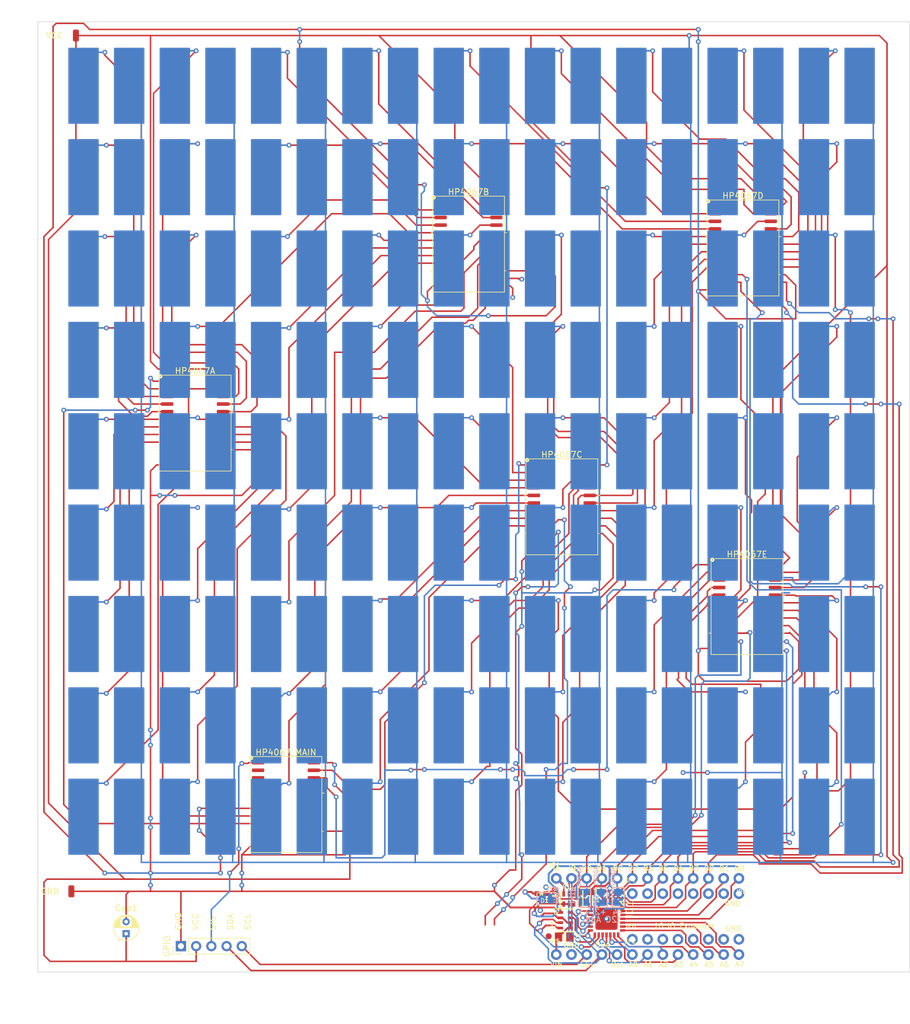
<source format=kicad_pcb>
(kicad_pcb (version 20221018) (generator pcbnew)
  (layers (0 "F.Cu" signal) (31 "B.Cu" signal) (34 "B.Paste" user) (35 "F.Paste" user) (36 "B.SilkS" user "B.Silkscreen") (37 "F.SilkS" user "F.Silkscreen") (38 "B.Mask" user) (39 "F.Mask" user) (44 "Edge.Cuts" user))
  (net 0 "")
  (footprint "1X08_ROUND_70" (layer "F.Cu") (at 128.4351 176.657)
    (fp_text reference "JP2")
    (fp_text value "")
  )
  (footprint "0603-NO" (layer "F.Cu") (at 113.4491 166.243 180)
    (fp_text reference "C1")
    (fp_text value "0.1uF")
  )
  (footprint "CHIPLED_0603_NOOUTLINE" (layer "F.Cu") (at 104.3686 166.497 90)
    (fp_text reference "D1")
    (fp_text value "GREEN" hide)
  )
  (footprint "0603-NO" (layer "F.Cu") (at 106.6546 166.878 -90)
    (fp_text reference "R2")
    (fp_text value "10k")
  )
  (footprint "PCM_Package_SO_AKL:SOIC-24W_7.5x15.4mm_P1.27mm" (layer "F.Cu") (at 138 58.801)
    (fp_text reference "HP4067D")
    (fp_text value "SOIC-24W_7.5x15.4mm_P1.27mm" hide)
  )
  (footprint "RESPACK_4X0603" (layer "F.Cu") (at 108.3691 170.942 90)
    (fp_text reference "R3")
    (fp_text value "10K")
  )
  (footprint "Capacitor_THT:CP_Radial_D4.0mm_P2.00mm" (layer "F.Cu") (at 35.052 173.1846 90)
    (fp_text reference "Cap1")
    (fp_text value "CP_Radial_D4.0mm_P2.00mm" hide)
  )
  (footprint "0805-NO" (layer "F.Cu") (at 108.1786 173.736)
    (fp_text reference "C2")
    (fp_text value "10uF")
  )
  (footprint "PCM_Package_SO_AKL:SOIC-24W_7.5x15.4mm_P1.27mm" (layer "F.Cu") (at 46.56 88.011)
    (fp_text reference "HP4067A")
    (fp_text value "SOIC-24W_7.5x15.4mm_P1.27mm" hide)
  )
  (footprint "PCM_Package_SO_AKL:SOIC-24W_7.5x15.4mm_P1.27mm" (layer "F.Cu") (at 107.774 101.981)
    (fp_text reference "HP4067C")
    (fp_text value "SOIC-24W_7.5x15.4mm_P1.27mm" hide)
  )
  (footprint "RESPACK_4X0603" (layer "F.Cu") (at 109.3851 167.386)
    (fp_text reference "R1")
    (fp_text value "10K")
  )
  (footprint "Connector_Wire:SolderWirePad_1x01_SMD_1x2mm" (layer "F.Cu") (at 26.67 23.368)
    (fp_text reference "VCC")
    (fp_text value "SolderWirePad_1x01_SMD_1x2mm")
  )
  (footprint "1X08_ROUND_70" (layer "F.Cu") (at 128.4351 163.957 180)
    (fp_text reference "JP6")
    (fp_text value "")
  )
  (footprint "PCM_Package_SO_AKL:SOIC-24W_7.5x15.4mm_P1.27mm" (layer "F.Cu") (at 138.684 118.618)
    (fp_text reference "HP4067E")
    (fp_text value "SOIC-24W_7.5x15.4mm_P1.27mm" hide)
  )
  (footprint "QFN28-ML_6X6MM" (layer "F.Cu") (at 115.2271 170.688 -90)
    (fp_text reference "IC1")
    (fp_text value "MCP23017ML" hide)
  )
  (footprint "1X08_ROUND_70" (layer "F.Cu") (at 128.4351 166.497)
    (fp_text reference "JP7")
    (fp_text value "")
  )
  (footprint "1X08_ROUND_70" (layer "F.Cu") (at 128.4351 174.117)
    (fp_text reference "JP8")
    (fp_text value "")
  )
  (footprint "PCM_Package_SO_AKL:SOIC-24W_7.5x15.4mm_P1.27mm" (layer "F.Cu") (at 61.722 151.638)
    (fp_text reference "HP4067_MAIN")
    (fp_text value "SOIC-24W_7.5x15.4mm_P1.27mm" hide)
  )
  (footprint "FIDUCIAL_1MM" (layer "F.Cu") (at 105.5751 173.609)
    (fp_text reference "FID3" hide)
    (fp_text value "FIDUCIAL_1MM" hide)
  )
  (footprint "Connector_PinHeader_2.54mm:PinHeader_1x05_P2.54mm_Vertical" (layer "F.Cu") (at 44.196 175.26 90)
    (fp_text reference "GPIO")
    (fp_text value "PinHeader_1x05_P2.54mm_Vertical")
  )
  (footprint "PCM_Package_SO_AKL:SOIC-24W_7.5x15.4mm_P1.27mm" (layer "F.Cu") (at 92.202 58.166)
    (fp_text reference "HP4067B")
    (fp_text value "SOIC-24W_7.5x15.4mm_P1.27mm" hide)
  )
  (footprint "Connector_Wire:SolderWirePad_1x01_SMD_1x2mm" (layer "F.Cu") (at 25.908 166.116)
    (fp_text reference "GND")
    (fp_text value "SolderWirePad_1x01_SMD_1x2mm" hide)
  )
  (footprint "1X05_ROUND_70" (layer "F.Cu") (at 111.9251 163.957)
    (fp_text reference "JP1")
    (fp_text value "")
  )
  (footprint "1X05_ROUND_70" (layer "F.Cu") (at 111.9251 176.657)
    (fp_text reference "JP5")
    (fp_text value "")
  )
  (footprint "SOLDERJUMPER_CLOSEDWIRE" (layer "B.Cu") (at 105.2576 167.3225 180)
    (fp_text reference "SJ1")
    (fp_text value "")
  )
  (footprint "SOLDERJUMPER_ARROW_NOPASTE" (layer "B.Cu") (at 117.1956 167.132 -90)
    (fp_text reference "ADDR2")
    (fp_text value "")
  )
  (footprint "SOLDERJUMPER_ARROW_NOPASTE" (layer "B.Cu") (at 111.5441 167.132 -90)
    (fp_text reference "ADDR0")
    (fp_text value "")
  )
  (footprint "SOLDERJUMPER_ARROW_NOPASTE" (layer "B.Cu") (at 114.3381 167.132 -90)
    (fp_text reference "ADDR1")
    (fp_text value "")
  )
  (gr_rect (start 20.32 21.082) (end 165.862 179.578) (stroke (width 0.1)) (fill none) (layer "Edge.Cuts"))
  (gr_text "INTB" (at 109.3851 166.751 -90) (layer "B.SilkS") (effects (font (size 0.87376 0.87376) (thickness 0.14224)) (justify mirror)))
  (gr_text "+2" (at 114.2746 169.545) (layer "B.SilkS") (effects (font (size 0.87376 0.87376) (thickness 0.14224)) (justify mirror)))
  (gr_text "INTA" (at 106.8451 166.751 -90) (layer "B.SilkS") (effects (font (size 0.87376 0.87376) (thickness 0.14224)) (justify mirror)))
  (gr_text "+1" (at 111.4806 169.545) (layer "B.SilkS") (effects (font (size 0.87376 0.87376) (thickness 0.14224)) (justify mirror)))
  (gr_text "I2C Addr" (at 114.2746 170.815) (layer "B.SilkS") (effects (font (size 0.98298 0.98298) (thickness 0.16002)) (justify mirror)))
  (gr_text "+4" (at 117.1956 169.6085) (layer "B.SilkS") (effects (font (size 0.87376 0.87376) (thickness 0.14224)) (justify mirror)))
  (gr_text "16 IO Expander" (at 128.1811 171.8945) (layer "F.SilkS") (effects (font (size 0.8636 0.8636) (thickness 0.1524))))
  (gr_text "A6" (at 134.9121 178.308) (layer "F.SilkS") (effects (font (size 0.87376 0.87376) (thickness 0.14224))))
  (gr_text "B0" (at 137.4521 162.306) (layer "F.SilkS") (effects (font (size 0.87376 0.87376) (thickness 0.14224))))
  (gr_text "D1" (at 114.4651 162.306) (layer "F.SilkS") (effects (font (size 0.87376 0.87376) (thickness 0.14224))))
  (gr_text "B4" (at 127.2921 162.306) (layer "F.SilkS") (effects (font (size 0.87376 0.87376) (thickness 0.14224))))
  (gr_text "D2" (at 117.1321 162.306) (layer "F.SilkS") (effects (font (size 0.87376 0.87376) (thickness 0.14224))))
  (gr_text "B3" (at 129.8321 162.306) (layer "F.SilkS") (effects (font (size 0.87376 0.87376) (thickness 0.14224))))
  (gr_text "A3" (at 127.2921 178.308) (layer "F.SilkS") (effects (font (size 0.87376 0.87376) (thickness 0.14224))))
  (gr_text "Rst" (at 117.0051 178.308) (layer "F.SilkS") (effects (font (size 0.87376 0.87376) (thickness 0.14224))))
  (gr_text "A1" (at 122.2121 178.308) (layer "F.SilkS") (effects (font (size 0.87376 0.87376) (thickness 0.14224))))
  (gr_text "A2" (at 124.7521 178.308) (layer "F.SilkS") (effects (font (size 0.87376 0.87376) (thickness 0.14224))))
  (gr_text "B1" (at 134.9121 162.306) (layer "F.SilkS") (effects (font (size 0.87376 0.87376) (thickness 0.14224))))
  (gr_text "B5" (at 124.7521 162.306) (layer "F.SilkS") (effects (font (size 0.87376 0.87376) (thickness 0.14224))))
  (gr_text "GND" (at 136.3091 168.148) (layer "F.SilkS") (effects (font (size 0.87376 0.87376) (thickness 0.14224))))
  (gr_text "B6" (at 122.2121 162.306) (layer "F.SilkS") (effects (font (size 0.87376 0.87376) (thickness 0.14224))))
  (gr_text "VIN" (at 106.8451 178.308) (layer "F.SilkS") (effects (font (size 0.87376 0.87376) (thickness 0.14224))))
  (gr_text "GND\n\nVCC\n\nSIG\n\nSDA\n\nSCL" (at 55.88 172.72 90) (layer "F.SilkS") (effects (font (size 0.9 1)) (justify left bottom)))
  (gr_text "GND" (at 136.3726 172.339) (layer "F.SilkS") (effects (font (size 0.87376 0.87376) (thickness 0.14224))))
  (gr_text "D0" (at 111.9251 162.306) (layer "F.SilkS") (effects (font (size 0.87376 0.87376) (thickness 0.14224))))
  (gr_text "A0" (at 119.6721 178.308) (layer "F.SilkS") (effects (font (size 0.87376 0.87376) (thickness 0.14224))))
  (gr_text "SCL" (at 112.0521 178.308) (layer "F.SilkS") (effects (font (size 0.87376 0.87376) (thickness 0.14224))))
  (gr_text "B7" (at 119.6721 162.306) (layer "F.SilkS") (effects (font (size 0.87376 0.87376) (thickness 0.14224))))
  (gr_text "GND" (at 109.3851 175.133) (layer "F.SilkS") (effects (font (size 0.87376 0.87376) (thickness 0.14224))))
  (gr_text "IA" (at 106.8451 162.306) (layer "F.SilkS") (effects (font (size 0.87376 0.87376) (thickness 0.14224))))
  (gr_text "A4" (at 129.8321 178.308) (layer "F.SilkS") (effects (font (size 0.87376 0.87376) (thickness 0.14224))))
  (gr_text "A7" (at 137.4521 178.308) (layer "F.SilkS") (effects (font (size 0.87376 0.87376) (thickness 0.14224))))
  (gr_text "B2" (at 132.3721 162.306) (layer "F.SilkS") (effects (font (size 0.87376 0.87376) (thickness 0.14224))))
  (gr_text "IB" (at 109.5121 162.306) (layer "F.SilkS") (effects (font (size 0.87376 0.87376) (thickness 0.14224))))
  (gr_text "SDA" (at 114.5921 175.006) (layer "F.SilkS") (effects (font (size 0.87376 0.87376) (thickness 0.14224))))
  (gr_text "A5" (at 132.3721 178.308) (layer "F.SilkS") (effects (font (size 0.87376 0.87376) (thickness 0.14224))))
  (segment (start 150.876 162.052) (end 149.86 161.036) (width 0.25) (layer "F.Cu") (net 0))
  (segment (start 26.67 23.368) (end 39.116 23.368) (width 0.25) (layer "F.Cu") (net 0))
  (segment (start 78.994 53.086) (end 82.169 56.261) (width 0.25) (layer "F.Cu") (net 0))
  (segment (start 117.9271 170.688) (end 132.4991 170.688) (width 0.254) (layer "F.Cu") (net 0))
  (segment (start 110.744 96.266) (end 112.424 96.266) (width 0.25) (layer "F.Cu") (net 0))
  (segment (start 129.54 131.572) (end 128.524 130.556) (width 0.25) (layer "F.Cu") (net 0))
  (segment (start 130.9497 165.759032) (end 132.2451 164.463632) (width 0.254) (layer "F.Cu") (net 0))
  (segment (start 143.764 157.988) (end 142.748 156.972) (width 0.25) (layer "F.Cu") (net 0))
  (segment (start 109.2191 172.242) (end 108.7226 172.242) (width 0.3048) (layer "F.Cu") (net 0))
  (segment (start 104.6941 170.807) (end 104.0511 171.45) (width 0.3048) (layer "F.Cu") (net 0))
  (segment (start 96.52 49.53) (end 96.774 49.53) (width 0.25) (layer "F.Cu") (net 0))
  (segment (start 126.492 157.988) (end 142.24 157.988) (width 0.254) (layer "F.Cu") (net 0))
  (segment (start 144.272 152.4) (end 146.304 150.368) (width 0.25) (layer "F.Cu") (net 0))
  (segment (start 39.116 100.076) (end 40.64 100.076) (width 0.25) (layer "F.Cu") (net 0))
  (segment (start 126.8857 168.8084) (end 128.4351 167.259) (width 0.254) (layer "F.Cu") (net 0))
  (segment (start 134.2771 175.387) (end 136.0551 175.387) (width 0.254) (layer "F.Cu") (net 0))
  (segment (start 145.034 63.246) (end 146.812 65.024) (width 0.25) (layer "F.Cu") (net 0))
  (segment (start 117.348 154.94) (end 111.9251 160.3629) (width 0.25) (layer "F.Cu") (net 0))
  (segment (start 132.4991 170.688) (end 136.0551 167.132) (width 0.254) (layer "F.Cu") (net 0))
  (segment (start 43.688 102.108) (end 41.148 104.648) (width 0.25) (layer "F.Cu") (net 0))
  (segment (start 106.4881 168.807) (end 99.211 168.807) (width 0.3048) (layer "F.Cu") (net 0))
  (segment (start 149.352 106.68) (end 149.352 112.903) (width 0.25) (layer "F.Cu") (net 0))
  (segment (start 35.052 57.658) (end 35.052 83.566) (width 0.25) (layer "F.Cu") (net 0))
  (segment (start 116.5271 173.893) (end 118.2751 175.641) (width 0.254) (layer "F.Cu") (net 0))
  (segment (start 74.168 102.87) (end 68.326 108.712) (width 0.25) (layer "F.Cu") (net 0))
  (segment (start 27.813 154.813) (end 24.638 151.638) (width 0.25) (layer "F.Cu") (net 0))
  (segment (start 143.256 160.02) (end 141.732 158.496) (width 0.25) (layer "F.Cu") (net 0))
  (segment (start 121.666 102.362) (end 121.412 102.616) (width 0.25) (layer "F.Cu") (net 0))
  (segment (start 33.02 89.916) (end 34.29 88.646) (width 0.25) (layer "F.Cu") (net 0))
  (segment (start 96.852 56.261) (end 95.377 56.261) (width 0.25) (layer "F.Cu") (net 0))
  (segment (start 41.402 77.978) (end 52.832 77.978) (width 0.25) (layer "F.Cu") (net 0))
  (segment (start 114.808 89.408) (end 120.142 94.742) (width 0.25) (layer "F.Cu") (net 0))
  (segment (start 145.288 64.516) (end 142.65 64.516) (width 0.25) (layer "F.Cu") (net 0))
  (segment (start 125.73 64.77) (end 131.064 59.436) (width 0.25) (layer "F.Cu") (net 0))
  (segment (start 101.092 143.256) (end 101.092 148.336) (width 0.25) (layer "F.Cu") (net 0))
  (segment (start 40.132 94.996) (end 41.91 94.996) (width 0.25) (layer "F.Cu") (net 0))
  (segment (start 139.065 123.063) (end 139.192 122.936) (width 0.25) (layer "F.Cu") (net 0))
  (segment (start 114.5771 174.3733) (end 114.4524 174.498) (width 0.254) (layer "F.Cu") (net 0))
  (segment (start 54.356 166.116) (end 44.196 166.116) (width 0.25) (layer "F.Cu") (net 0))
  (segment (start 100.584 118.872) (end 102.616 118.872) (width 0.25) (layer "F.Cu") (net 0))
  (segment (start 127.254 47.244) (end 137.668 47.244) (width 0.25) (layer "F.Cu") (net 0))
  (segment (start 148.209 115.443) (end 150.368 113.284) (width 0.25) (layer "F.Cu") (net 0))
  (segment (start 95.25 61.976) (end 94.996 62.23) (width 0.25) (layer "F.Cu") (net 0))
  (segment (start 46.99 87.122) (end 47.244 87.376) (width 0.25) (layer "F.Cu") (net 0))
  (segment (start 95.377 56.261) (end 93.091 58.547) (width 0.25) (layer "F.Cu") (net 0))
  (segment (start 58.42 91.186) (end 51.21 91.186) (width 0.25) (layer "F.Cu") (net 0))
  (segment (start 108.696993 171.342) (end 107.896996 170.542) (width 0.3048) (layer "F.Cu") (net 0))
  (segment (start 77.47 137.414) (end 85.598 129.286) (width 0.25) (layer "F.Cu") (net 0))
  (segment (start 140.97 138.684) (end 140.97 131.572) (width 0.25) (layer "F.Cu") (net 0))
  (segment (start 111.5441 167.386) (end 112.5271 168.369) (width 0.254) (layer "F.Cu") (net 0))
  (segment (start 54.102 84.836) (end 51.21 84.836) (width 0.25) (layer "F.Cu") (net 0))
  (segment (start 85.598 117.094) (end 97.536 105.156) (width 0.25) (layer "F.Cu") (net 0))
  (segment (start 140.716 159.512) (end 130.048 159.512) (width 0.25) (layer "F.Cu") (net 0))
  (segment (start 117.094 107.188) (end 115.062 105.156) (width 0.25) (layer "F.Cu") (net 0))
  (segment (start 103.6701 170.2943) (end 103.1748 169.799) (width 0.3048) (layer "F.Cu") (net 0))
  (segment (start 106.7227 169.0416) (end 106.4881 168.807) (width 0.3048) (layer "F.Cu") (net 0))
  (segment (start 143.461 124.46) (end 143.334 124.333) (width 0.25) (layer "F.Cu") (net 0))
  (segment (start 98.298 114.046) (end 97.282 115.062) (width 0.25) (layer "F.Cu") (net 0))
  (segment (start 68.453 147.193) (end 66.372 147.193) (width 0.25) (layer "F.Cu") (net 0))
  (segment (start 34.036 115.57) (end 34.036 90.932) (width 0.25) (layer "F.Cu") (net 0))
  (segment (start 96.852 53.721) (end 94.615 53.721) (width 0.25) (layer "F.Cu") (net 0))
  (segment (start 132.2451 164.463632) (end 132.2451 163.957) (width 0.254) (layer "F.Cu") (net 0))
  (segment (start 39.624 76.2) (end 41.402 77.978) (width 0.25) (layer "F.Cu") (net 0))
  (segment (start 111.7346 170.5085) (end 111.2901 170.5085) (width 0.254) (layer "F.Cu") (net 0))
  (segment (start 115.7605 164.489188) (end 115.7605 163.441469) (width 0.3048) (layer "F.Cu") (net 0))
  (segment (start 139.7 53.086) (end 138.176 51.562) (width 0.25) (layer "F.Cu") (net 0))
  (segment (start 68.58 147.32) (end 68.453 147.193) (width 0.25) (layer "F.Cu") (net 0))
  (segment (start 158.496 84.836) (end 161.036 84.836) (width 0.25) (layer "F.Cu") (net 0))
  (segment (start 128.7145 169.3926) (end 118.6845 169.3926) (width 0.254) (layer "F.Cu") (net 0))
  (segment (start 120.396 155.448) (end 114.3 161.544) (width 0.25) (layer "F.Cu") (net 0))
  (segment (start 107.696 69.85) (end 105.41 72.136) (width 0.25) (layer "F.Cu") (net 0))
  (segment (start 148.336 121.92) (end 146.939 120.523) (width 0.25) (layer "F.Cu") (net 0))
  (segment (start 118.11 105.918) (end 116.078 103.886) (width 0.25) (layer "F.Cu") (net 0))
  (segment (start 129.1971 176.657) (end 127.889 175.3489) (width 0.254) (layer "F.Cu") (net 0))
  (segment (start 98.298 92.71) (end 98.298 97.028) (width 0.25) (layer "F.Cu") (net 0))
  (segment (start 94.996 170.18) (end 94.996 171.704) (width 0.25) (layer "F.Cu") (net 0))
  (segment (start 128.4605 173.379032) (end 127.719468 172.638) (width 0.254) (layer "F.Cu") (net 0))
  (segment (start 115.7351 176.055) (end 115.2271 175.547) (width 0.254) (layer "F.Cu") (net 0))
  (segment (start 123.19 41.402) (end 133.604 41.402) (width 0.25) (layer "F.Cu") (net 0))
  (segment (start 136.144 124.46) (end 137.668 124.46) (width 0.25) (layer "F.Cu") (net 0))
  (segment (start 109.728 98.298) (end 110.49 97.536) (width 0.25) (layer "F.Cu") (net 0))
  (segment (start 93.091 59.055) (end 93.091 58.547) (width 0.25) (layer "F.Cu") (net 0))
  (segment (start 135.509 120.523) (end 134.034 120.523) (width 0.25) (layer "F.Cu") (net 0))
  (segment (start 130.556 130.048) (end 131.572 131.064) (width 0.25) (layer "F.Cu") (net 0))
  (segment (start 164.084 160.02) (end 164.592 160.528) (width 0.25) (layer "F.Cu") (net 0))
  (segment (start 55.118 77.724) (end 55.118 83.82) (width 0.25) (layer "F.Cu") (net 0))
  (segment (start 95.377 61.341) (end 95.25 61.468) (width 0.25) (layer "F.Cu") (net 0))
  (segment (start 116.5271 167.483) (end 116.7773 167.2328) (width 0.254) (layer "F.Cu") (net 0))
  (segment (start 62.23 133.096) (end 66.548 128.778) (width 0.25) (layer "F.Cu") (net 0))
  (segment (start 133.604 160.02) (end 132.2451 161.3789) (width 0.25) (layer "F.Cu") (net 0))
  (segment (start 110.6851 166.536) (end 110.6851 165.578) (width 0.254) (layer "F.Cu") (net 0))
  (segment (start 21.336 152.4) (end 21.336 152.908) (width 0.25) (layer "F.Cu") (net 0))
  (segment (start 46.99 132.842) (end 49.784 130.048) (width 0.25) (layer "F.Cu") (net 0))
  (segment (start 35.56 129.286) (end 35.56 92.456) (width 0.25) (layer "F.Cu") (net 0))
  (segment (start 118.364 54.356) (end 133.35 54.356) (width 0.25) (layer "F.Cu") (net 0))
  (segment (start 129.54 86.36) (end 129.54 64.516) (width 0.25) (layer "F.Cu") (net 0))
  (segment (start 77.724 117.348) (end 80.264 117.348) (width 0.25) (layer "F.Cu") (net 0))
  (segment (start 112.5991 165.8366) (end 112.7887 165.8366) (width 0.3048) (layer "F.Cu") (net 0))
  (segment (start 108.0851 168.236) (end 108.9851 168.236) (width 0.3048) (layer "F.Cu") (net 0))
  (segment (start 130.048 153.416) (end 128.524 154.94) (width 0.25) (layer "F.Cu") (net 0))
  (segment (start 64.008 22.352) (end 28.956 22.352) (width 0.25) (layer "F.Cu") (net 0))
  (segment (start 123.3551 165.227) (end 124.6251 163.957) (width 0.254) (layer "F.Cu") (net 0))
  (segment (start 118.364 115.062) (end 118.364 105.918) (width 0.25) (layer "F.Cu") (net 0))
  (segment (start 127.254 121.666) (end 132.08 116.84) (width 0.25) (layer "F.Cu") (net 0))
  (segment (start 132.08 116.078) (end 132.715 115.443) (width 0.25) (layer "F.Cu") (net 0))
  (segment (start 107.5229 167.386) (end 107.5229 166.878) (width 0.2032) (layer "F.Cu") (net 0))
  (segment (start 148.082 114.173) (end 143.334 114.173) (width 0.25) (layer "F.Cu") (net 0))
  (segment (start 46.736 177.8) (end 46.736 175.26) (width 0.25) (layer "F.Cu") (net 0))
  (segment (start 100.076 162.56) (end 99.06 162.56) (width 0.25) (layer "F.Cu") (net 0))
  (segment (start 54.356 74.93) (end 56.896 77.47) (width 0.25) (layer "F.Cu") (net 0))
  (segment (start 103.6186 166.497) (end 102.9836 166.497) (width 0.3048) (layer "F.Cu") (net 0))
  (segment (start 107.188 90.424) (end 114.3 90.424) (width 0.25) (layer "F.Cu") (net 0))
  (segment (start 135.128 40.64) (end 141.732 47.244) (width 0.25) (layer "F.Cu") (net 0))
  (segment (start 100.584 146.812) (end 100.076 147.32) (width 0.25) (layer "F.Cu") (net 0))
  (segment (start 111.9141 170.688) (end 111.7346 170.5085) (width 0.254) (layer "F.Cu") (net 0))
  (segment (start 34.036 90.932) (end 35.052 89.916) (width 0.25) (layer "F.Cu") (net 0))
  (segment (start 128.524 154.94) (end 117.348 154.94) (width 0.25) (layer "F.Cu") (net 0))
  (segment (start 127.1651 177.165) (end 127.1651 176.657) (width 0.254) (layer "F.Cu") (net 0))
  (segment (start 136.0551 175.387) (end 137.3251 176.657) (width 0.254) (layer "F.Cu") (net 0))
  (segment (start 92.202 70.358) (end 93.726 68.834) (width 0.25) (layer "F.Cu") (net 0))
  (segment (start 102.9836 166.497) (end 102.6979 166.2113) (width 0.3048) (layer "F.Cu") (net 0))
  (segment (start 53.34 83.566) (end 51.21 83.566) (width 0.25) (layer "F.Cu") (net 0))
  (segment (start 35.56 92.456) (end 36.83 91.186) (width 0.25) (layer "F.Cu") (net 0))
  (segment (start 77.216 34.798) (end 94.869 52.451) (width 0.25) (layer "F.Cu") (net 0))
  (segment (start 74.168 81.788) (end 74.168 102.87) (width 0.25) (layer "F.Cu") (net 0))
  (segment (start 128.4605 174.6504) (end 129.1971 175.387) (width 0.254) (layer "F.Cu") (net 0))
  (segment (start 154.432 154.94) (end 149.352 160.02) (width 0.25) (layer "F.Cu") (net 0))
  (segment (start 41.148 104.648) (end 41.148 151.384) (width 0.25) (layer "F.Cu") (net 0))
  (segment (start 138.176 35.814) (end 150.114 47.752) (width 0.25) (layer "F.Cu") (net 0))
  (segment (start 114.2991 166.243) (end 114.4261 166.116) (width 0.3048) (layer "F.Cu") (net 0))
  (segment (start 164.084 84.836) (end 164.084 160.02) (width 0.25) (layer "F.Cu") (net 0))
  (segment (start 95.25 145.288) (end 95.758 145.288) (width 0.25) (layer "F.Cu") (net 0))
  (segment (start 145.669 123.063) (end 145.923 123.063) (width 0.25) (layer "F.Cu") (net 0))
  (segment (start 127.1651 160.3629) (end 127.1651 163.957) (width 0.25) (layer "F.Cu") (net 0))
  (segment (start 105.664 62.484) (end 106.68 63.5) (width 0.25) (layer "F.Cu") (net 0))
  (segment (start 122.0851 163.957) (end 122.0851 162.3949) (width 0.254) (layer "F.Cu") (net 0))
  (segment (start 113.9271 173.893) (end 112.4331 175.387) (width 0.254) (layer "F.Cu") (net 0))
  (segment (start 110.4773 170.625619) (end 109.493681 169.642) (width 0.254) (layer "F.Cu") (net 0))
  (segment (start 62.23 41.656) (end 71.628 41.656) (width 0.25) (layer "F.Cu") (net 0))
  (segment (start 109.728 100.076) (end 110.49 99.314) (width 0.25) (layer "F.Cu") (net 0))
  (segment (start 132.9055 175.4124) (end 134.1501 176.657) (width 0.254) (layer "F.Cu") (net 0))
  (segment (start 83.947 52.451) (end 87.552 52.451) (width 0.25) (layer "F.Cu") (net 0))
  (segment (start 147.32 55.88) (end 146.304 56.896) (width 0.25) (layer "F.Cu") (net 0))
  (segment (start 84.836 131.318) (end 78.232 137.922) (width 0.25) (layer "F.Cu") (net 0))
  (segment (start 44.196 175.26) (end 44.196 166.116) (width 0.25) (layer "F.Cu") (net 0))
  (segment (start 125.8951 167.2082) (end 125.8951 165.227) (width 0.254) (layer "F.Cu") (net 0))
  (segment (start 147.066 104.394) (end 149.352 106.68) (width 0.25) (layer "F.Cu") (net 0))
  (segment (start 143.256 159.004) (end 148.336 159.004) (width 0.254) (layer "F.Cu") (net 0))
  (segment (start 110.49 98.806) (end 112.424 98.806) (width 0.25) (layer "F.Cu") (net 0))
  (segment (start 140.97 131.572) (end 129.54 131.572) (width 0.25) (layer "F.Cu") (net 0))
  (segment (start 107.6071 167.386) (end 111.5441 167.386) (width 0.254) (layer "F.Cu") (net 0))
  (segment (start 50.8 163.068) (end 50.8 160.528) (width 0.25) (layer "F.Cu") (net 0))
  (segment (start 89.916 36.068) (end 89.916 42.926) (width 0.25) (layer "F.Cu") (net 0))
  (segment (start 129.1971 176.657) (end 129.7051 176.657) (width 0.254) (layer "F.Cu") (net 0))
  (segment (start 90.424 67.056) (end 89.154 68.326) (width 0.25) (layer "F.Cu") (net 0))
  (segment (start 119.634 99.822) (end 119.38 100.076) (width 0.25) (layer "F.Cu") (net 0))
  (segment (start 142.65 53.086) (end 139.7 53.086) (width 0.25) (layer "F.Cu") (net 0))
  (segment (start 52.832 77.978) (end 53.848 78.994) (width 0.25) (layer "F.Cu") (net 0))
  (segment (start 142.24 156.464) (end 146.304 156.464) (width 0.25) (layer "F.Cu") (net 0))
  (segment (start 107.188 117.602) (end 107.188 122.428) (width 0.25) (layer "F.Cu") (net 0))
  (segment (start 22.86 21.844) (end 22.86 55.372) (width 0.25) (layer "F.Cu") (net 0))
  (segment (start 136.144 124.46) (end 136.017 124.333) (width 0.25) (layer "F.Cu") (net 0))
  (segment (start 83.439 54.991) (end 79.248 50.8) (width 0.25) (layer "F.Cu") (net 0))
  (segment (start 94.615 53.721) (end 82.296 41.402) (width 0.25) (layer "F.Cu") (net 0))
  (segment (start 108.966 106.426) (end 108.966 99.822) (width 0.25) (layer "F.Cu") (net 0))
  (segment (start 131.064 153.416) (end 129.032 155.448) (width 0.25) (layer "F.Cu") (net 0))
  (segment (start 148.844 60.706) (end 142.65 60.706) (width 0.25) (layer "F.Cu") (net 0))
  (segment (start 49.784 108.966) (end 60.452 98.298) (width 0.25) (layer "F.Cu") (net 0))
  (segment (start 115.8771 174.338594) (end 116.139803 174.601297) (width 0.254) (layer "F.Cu") (net 0))
  (segment (start 71.247 156.083) (end 71.628 156.464) (width 0.25) (layer "F.Cu") (net 0))
  (segment (start 101.092 148.336) (end 100.076 149.352) (width 0.25) (layer "F.Cu") (net 0))
  (segment (start 99.568 96.266) (end 103.124 96.266) (width 0.25) (layer "F.Cu") (net 0))
  (segment (start 107.0111 172.242) (end 106.5761 171.807) (width 0.254) (layer "F.Cu") (net 0))
  (segment (start 137.668 66.04) (end 141.224 69.596) (width 0.25) (layer "F.Cu") (net 0))
  (segment (start 44.196 166.116) (end 39.116 166.116) (width 0.25) (layer "F.Cu") (net 0))
  (segment (start 26.67 52.832) (end 22.098 57.404) (width 0.25) (layer "F.Cu") (net 0))
  (segment (start 147.32 129.032) (end 145.796 130.556) (width 0.25) (layer "F.Cu") (net 0))
  (segment (start 69.342 53.086) (end 78.994 53.086) (width 0.25) (layer "F.Cu") (net 0))
  (segment (start 39.116 163.068) (end 39.116 155.448) (width 0.25) (layer "F.Cu") (net 0))
  (segment (start 125.222 121.412) (end 132.461 114.173) (width 0.25) (layer "F.Cu") (net 0))
  (segment (start 147.828 106.68) (end 147.828 112.776) (width 0.25) (layer "F.Cu") (net 0))
  (segment (start 109.2191 170.542) (end 109.7471 170.542) (width 0.254) (layer "F.Cu") (net 0))
  (segment (start 144.018 65.786) (end 142.65 65.786) (width 0.25) (layer "F.Cu") (net 0))
  (segment (start 132.588 116.84) (end 132.715 116.713) (width 0.25) (layer "F.Cu") (net 0))
  (segment (start 130.81 65.786) (end 133.35 65.786) (width 0.25) (layer "F.Cu") (net 0))
  (segment (start 130.597518 170.038) (end 133.5532 167.082319) (width 0.254) (layer "F.Cu") (net 0))
  (segment (start 104.8051 169.807) (end 105.6761 169.807) (width 0.3048) (layer "F.Cu") (net 0))
  (segment (start 153.416 25.908) (end 148.082 31.242) (width 0.25) (layer "F.Cu") (net 0))
  (segment (start 118.478925 167.988) (end 118.842125 168.3512) (width 0.254) (layer "F.Cu") (net 0))
  (segment (start 138.176 123.063) (end 137.16 123.063) (width 0.25) (layer "F.Cu") (net 0))
  (segment (start 69.469 144.653) (end 66.372 144.653) (width 0.25) (layer "F.Cu") (net 0))
  (segment (start 137.668 64.516) (end 133.35 64.516) (width 0.25) (layer "F.Cu") (net 0))
  (segment (start 126.492 115.316) (end 130.175 111.633) (width 0.25) (layer "F.Cu") (net 0))
  (segment (start 53.848 83.058) (end 53.34 83.566) (width 0.25) (layer "F.Cu") (net 0))
  (segment (start 116.332 108.204) (end 114.554 106.426) (width 0.25) (layer "F.Cu") (net 0))
  (segment (start 54.356 160.02) (end 55.753 158.623) (width 0.25) (layer "F.Cu") (net 0))
  (segment (start 106.7271 168.021) (end 106.6546 168.021) (width 0.3048) (layer "F.Cu") (net 0))
  (segment (start 123.19 64.008) (end 129.032 58.166) (width 0.25) (layer "F.Cu") (net 0))
  (segment (start 132.08 61.976) (end 133.35 61.976) (width 0.25) (layer "F.Cu") (net 0))
  (segment (start 33.02 101.092) (end 33.02 89.916) (width 0.25) (layer "F.Cu") (net 0))
  (segment (start 66.548 107.188) (end 72.644 101.092) (width 0.25) (layer "F.Cu") (net 0))
  (segment (start 110.4646 174.244) (end 110.4646 174.1805) (width 0.254) (layer "F.Cu") (net 0))
  (segment (start 43.18 100.076) (end 54.356 100.076) (width 0.25) (layer "F.Cu") (net 0))
  (segment (start 57.404 97.028) (end 57.404 92.456) (width 0.25) (layer "F.Cu") (net 0))
  (segment (start 99.187 65.151) (end 99.568 65.532) (width 0.25) (layer "F.Cu") (net 0))
  (segment (start 131.7521 171.338) (end 133.5151 173.101) (width 0.254) (layer "F.Cu") (net 0))
  (segment (start 162.052 61.468) (end 162.052 160.274) (width 0.25) (layer "F.Cu") (net 0))
  (segment (start 139.192 115.57) (end 139.192 103.124) (width 0.25) (layer "F.Cu") (net 0))
  (segment (start 80.264 117.348) (end 94.996 102.616) (width 0.25) (layer "F.Cu") (net 0))
  (segment (start 81.026 68.326) (end 77.47 71.882) (width 0.25) (layer "F.Cu") (net 0))
  (segment (start 108.0851 168.236) (end 106.9421 168.236) (width 0.3048) (layer "F.Cu") (net 0))
  (segment (start 111.145231 163.957) (end 111.9251 163.957) (width 0.254) (layer "F.Cu") (net 0))
  (segment (start 62.23 137.668) (end 62.23 148.082) (width 0.25) (layer "F.Cu") (net 0))
  (segment (start 35.052 166.624) (end 35.052 171.1846) (width 0.25) (layer "F.Cu") (net 0))
  (segment (start 39.37 86.106) (end 38.608 86.868) (width 0.25) (layer "F.Cu") (net 0))
  (segment (start 102.616 23.368) (end 107.442 23.368) (width 0.25) (layer "F.Cu") (net 0))
  (segment (start 153.67 71.882) (end 153.67 73.66) (width 0.25) (layer "F.Cu") (net 0))
  (segment (start 109.728 151.892) (end 109.728 152.4) (width 0.25) (layer "F.Cu") (net 0))
  (segment (start 99.568 65.532) (end 99.568 67.056) (width 0.25) (layer "F.Cu") (net 0))
  (segment (start 31.496 26.162) (end 31.496 26.67) (width 0.25) (layer "F.Cu") (net 0))
  (segment (start 162.052 160.274) (end 163.068 161.29) (width 0.25) (layer "F.Cu") (net 0))
  (segment (start 145.288 51.054) (end 144.526 51.816) (width 0.25) (layer "F.Cu") (net 0))
  (segment (start 146.304 150.368) (end 146.304 131.572) (width 0.25) (layer "F.Cu") (net 0))
  (segment (start 87.552 54.991) (end 83.439 54.991) (width 0.25) (layer "F.Cu") (net 0))
  (segment (start 123.19 117.602) (end 123.19 116.332) (width 0.25) (layer "F.Cu") (net 0))
  (segment (start 164.592 163.068) (end 150.876 163.068) (width 0.25) (layer "F.Cu") (net 0))
  (segment (start 60.198 88.646) (end 61.722 90.17) (width 0.25) (layer "F.Cu") (net 0))
  (segment (start 113.792 48.768) (end 115.316 48.768) (width 0.25) (layer "F.Cu") (net 0))
  (segment (start 110.49 97.536) (end 112.424 97.536) (width 0.25) (layer "F.Cu") (net 0))
  (segment (start 144.272 103.124) (end 147.828 106.68) (width 0.25) (layer "F.Cu") (net 0))
  (segment (start 137.668 115.824) (end 135.509 117.983) (width 0.25) (layer "F.Cu") (net 0))
  (segment (start 121.92 41.91) (end 127.254 47.244) (width 0.25) (layer "F.Cu") (net 0))
  (segment (start 153.924 149.352) (end 150.368 149.352) (width 0.25) (layer "F.Cu") (net 0))
  (segment (start 115.022687 165.227) (end 115.7605 164.489188) (width 0.3048) (layer "F.Cu") (net 0))
  (segment (start 75.438 80.518) (end 74.168 81.788) (width 0.25) (layer "F.Cu") (net 0))
  (segment (start 100.457 63.881) (end 100.965 63.881) (width 0.25) (layer "F.Cu") (net 0))
  (segment (start 42.672 153.035) (end 43.18 153.543) (width 0.25) (layer "F.Cu") (net 0))
  (segment (start 149.352 112.903) (end 148.082 114.173) (width 0.25) (layer "F.Cu") (net 0))
  (segment (start 46.99 138.43) (end 46.99 147.828) (width 0.25) (layer "F.Cu") (net 0))
  (segment (start 95.25 61.468) (end 95.25 61.976) (width 0.25) (layer "F.Cu") (net 0))
  (segment (start 145.796 68.072) (end 145.288 67.564) (width 0.25) (layer "F.Cu") (net 0))
  (segment (start 146.685 116.713) (end 143.334 116.713) (width 0.25) (layer "F.Cu") (net 0))
  (segment (start 132.715 116.713) (end 134.034 116.713) (width 0.25) (layer "F.Cu") (net 0))
  (segment (start 153.67 147.828) (end 153.67 139.7) (width 0.25) (layer "F.Cu") (net 0))
  (segment (start 55.88 179.324) (end 51.816 175.26) (width 0.254) (layer "F.Cu") (net 0))
  (segment (start 33.274 41.656) (end 36.322 44.704) (width 0.25) (layer "F.Cu") (net 0))
  (segment (start 106.0441 166.028) (end 105.5751 166.497) (width 0.254) (layer "F.Cu") (net 0))
  (segment (start 145.796 110.49) (end 144.653 111.633) (width 0.25) (layer "F.Cu") (net 0))
  (segment (start 119.38 100.076) (end 112.424 100.076) (width 0.25) (layer "F.Cu") (net 0))
  (segment (start 33.782 72.136) (end 31.75 72.136) (width 0.25) (layer "F.Cu") (net 0))
  (segment (start 95.758 145.288) (end 95.758 123.698) (width 0.25) (layer "F.Cu") (net 0))
  (segment (start 105.4989 167.7162) (end 105.8234 167.3917) (width 0.2032) (layer "F.Cu") (net 0))
  (segment (start 31.75 87.376) (end 41.91 87.376) (width 0.25) (layer "F.Cu") (net 0))
  (segment (start 22.098 151.384) (end 28.956 158.242) (width 0.25) (layer "F.Cu") (net 0))
  (segment (start 99.06 162.56) (end 96.52 165.1) (width 0.25) (layer "F.Cu") (net 0))
  (segment (start 22.86 55.372) (end 21.336 56.896) (width 0.25) (layer "F.Cu") (net 0))
  (segment (start 128.016 146.304) (end 132.08 146.304) (width 0.25) (layer "F.Cu") (net 0))
  (segment (start 78.232 137.922) (end 78.232 148.336) (width 0.25) (layer "F.Cu") (net 0))
  (segment (start 60.452 98.298) (end 60.452 91.186) (width 0.25) (layer "F.Cu") (net 0))
  (segment (start 116.371218 166.2938) (end 115.2271 167.437919) (width 0.254) (layer "F.Cu") (net 0))
  (segment (start 105.6761 170.807) (end 104.6941 170.807) (width 0.3048) (layer "F.Cu") (net 0))
  (segment (start 144.526 50.292) (end 145.288 51.054) (width 0.25) (layer "F.Cu") (net 0))
  (segment (start 62.23 107.696) (end 62.23 117.856) (width 0.25) (layer "F.Cu") (net 0))
  (segment (start 146.05 54.864) (end 145.288 55.626) (width 0.25) (layer "F.Cu") (net 0))
  (segment (start 47.244 87.376) (end 51.21 87.376) (width 0.25) (layer "F.Cu") (net 0))
  (segment (start 97.536 105.156) (end 103.124 105.156) (width 0.25) (layer "F.Cu") (net 0))
  (segment (start 145.288 69.088) (end 144.272 68.072) (width 0.25) (layer "F.Cu") (net 0))
  (segment (start 115.062 105.156) (end 112.424 105.156) (width 0.25) (layer "F.Cu") (net 0))
  (segment (start 102.6979 166.2113) (end 101.6381 166.2113) (width 0.3048) (layer "F.Cu") (net 0))
  (segment (start 107.5191 169.0806) (end 107.4801 169.0416) (width 0.3048) (layer "F.Cu") (net 0))
  (segment (start 143.715 125.984) (end 143.334 125.603) (width 0.25) (layer "F.Cu") (net 0))
  (segment (start 134.7851 164.590632) (end 134.7851 163.957) (width 0.254) (layer "F.Cu") (net 0))
  (segment (start 149.352 160.02) (end 143.256 160.02) (width 0.25) (layer "F.Cu") (net 0))
  (segment (start 125.222 145.796) (end 125.222 121.412) (width 0.25) (layer "F.Cu") (net 0))
  (segment (start 115.2271 167.988) (end 115.2271 167.437919) (width 0.254) (layer "F.Cu") (net 0))
  (segment (start 139.7 160.02) (end 133.604 160.02) (width 0.25) (layer "F.Cu") (net 0))
  (segment (start 140.716 160.02) (end 140.716 159.512) (width 0.25) (layer "F.Cu") (net 0))
  (segment (start 153.67 73.66) (end 144.272 83.058) (width 0.25) (layer "F.Cu") (net 0))
  (segment (start 31.75 147.828) (end 40.386 139.192) (width 0.25) (layer "F.Cu") (net 0))
  (segment (start 122.936 32.766) (end 130.81 40.64) (width 0.25) (layer "F.Cu") (net 0))
  (segment (start 55.499 144.653) (end 57.072 144.653) (width 0.25) (layer "F.Cu") (net 0))
  (segment (start 133.5532 165.822532) (end 134.7851 164.590632) (width 0.254) (layer "F.Cu") (net 0))
  (segment (start 147.32 58.166) (end 142.65 58.166) (width 0.25) (layer "F.Cu") (net 0))
  (segment (start 132.2451 161.3789) (end 132.2451 163.957) (width 0.25) (layer "F.Cu") (net 0))
  (segment (start 39.624 81.026) (end 41.91 81.026) (width 0.25) (layer "F.Cu") (net 0))
  (segment (start 146.812 65.024) (end 146.812 70.612) (width 0.25) (layer "F.Cu") (net 0))
  (segment (start 60.452 91.186) (end 59.182 89.916) (width 0.25) (layer "F.Cu") (net 0))
  (segment (start 93.726 68.834) (end 93.726 61.722) (width 0.25) (layer "F.Cu") (net 0))
  (segment (start 129.032 132.842) (end 127 130.81) (width 0.25) (layer "F.Cu") (net 0))
  (segment (start 140.462 54.356) (end 142.65 54.356) (width 0.25) (layer "F.Cu") (net 0))
  (segment (start 68.326 108.712) (end 68.326 131.572) (width 0.25) (layer "F.Cu") (net 0))
  (segment (start 116.5271 173.388) (end 116.5271 173.893) (width 0.254) (layer "F.Cu") (net 0))
  (segment (start 82.670021 145.796) (end 82.563956 145.902065) (width 0.25) (layer "F.Cu") (net 0))
  (segment (start 46.99 41.402) (end 45.72 41.402) (width 0.25) (layer "F.Cu") (net 0))
  (segment (start 68.326 131.572) (end 62.23 137.668) (width 0.25) (layer "F.Cu") (net 0))
  (segment (start 53.594 76.2) (end 55.118 77.724) (width 0.25) (layer "F.Cu") (net 0))
  (segment (start 132.715 115.443) (end 134.034 115.443) (width 0.25) (layer "F.Cu") (net 0))
  (segment (start 115.7351 177.620507) (end 115.682606 177.673) (width 0.254) (layer "F.Cu") (net 0))
  (segment (start 69.85 100.076) (end 62.23 107.696) (width 0.25) (layer "F.Cu") (net 0))
  (segment (start 66.04 75.438) (end 66.04 98.552) (width 0.25) (layer "F.Cu") (net 0))
  (segment (start 109.7851 165.317132) (end 111.145231 163.957) (width 0.254) (layer "F.Cu") (net 0))
  (segment (start 140.462 101.092) (end 140.462 117.094) (width 0.25) (layer "F.Cu") (net 0))
  (segment (start 118.518843 168.738) (end 118.589243 168.8084) (width 0.254) (layer "F.Cu") (net 0))
  (segment (start 115.316 94.996) (end 112.424 94.996) (width 0.25) (layer "F.Cu") (net 0))
  (segment (start 143.002 80.772) (end 143.002 107.696) (width 0.25) (layer "F.Cu") (net 0))
  (segment (start 126.4031 177.927) (end 127.1651 177.165) (width 0.254) (layer "F.Cu") (net 0))
  (segment (start 41.91 86.106) (end 39.37 86.106) (width 0.25) (layer "F.Cu") (net 0))
  (segment (start 83.693 53.721) (end 87.552 53.721) (width 0.25) (layer "F.Cu") (net 0))
  (segment (start 21.336 164.592) (end 21.336 176.784) (width 0.25) (layer "F.Cu") (net 0))
  (segment (start 117.9271 169.388) (end 118.6891 169.388) (width 0.254) (layer "F.Cu") (net 0))
  (segment (start 101.092 115.316) (end 100.076 116.332) (width 0.25) (layer "F.Cu") (net 0))
  (segment (start 123.19 116.332) (end 125.222 114.3) (width 0.25) (layer "F.Cu") (net 0))
  (segment (start 50.8 160.528) (end 50.8 159.512) (width 0.25) (layer "F.Cu") (net 0))
  (segment (start 116.371218 166.2938) (end 117.2718 166.2938) (width 0.254) (layer "F.Cu") (net 0))
  (segment (start 76.454 76.2) (end 69.85 76.2) (width 0.25) (layer "F.Cu") (net 0))
  (segment (start 99.568 78.74) (end 99.568 96.266) (width 0.25) (layer "F.Cu") (net 0))
  (segment (start 124.7521 168.3512) (end 125.8951 167.2082) (width 0.254) (layer "F.Cu") (net 0))
  (segment (start 37.592 81.026) (end 38.862 82.296) (width 0.25) (layer "F.Cu") (net 0))
  (segment (start 113.9271 167.988) (end 113.9271 169.388) (width 0.3048) (layer "F.Cu") (net 0))
  (segment (start 145.288 55.626) (end 142.65 55.626) (width 0.25) (layer "F.Cu") (net 0))
  (segment (start 103.124 94.996) (end 100.838 94.996) (width 0.25) (layer "F.Cu") (net 0))
  (segment (start 87.552 61.341) (end 80.137 61.341) (width 0.25) (layer "F.Cu") (net 0))
  (segment (start 83.312 87.122) (end 94.996 98.806) (width 0.25) (layer "F.Cu") (net 0))
  (segment (start 40.386 139.192) (end 40.386 101.6) (width 0.25) (layer "F.Cu") (net 0))
  (segment (start 123.19 56.896) (end 133.35 56.896) (width 0.25) (layer "F.Cu") (net 0))
  (segment (start 131.634131 175.4124) (end 132.9055 175.4124) (width 0.254) (layer "F.Cu") (net 0))
  (segment (start 144.272 48.514) (end 146.05 50.292) (width 0.25) (layer "F.Cu") (net 0))
  (segment (start 115.8771 173.388) (end 115.8771 174.338594) (width 0.254) (layer "F.Cu") (net 0))
  (segment (start 143.334 117.983) (end 147.701 117.983) (width 0.25) (layer "F.Cu") (net 0))
  (segment (start 102.616 118.872) (end 105.664 115.824) (width 0.25) (layer "F.Cu") (net 0))
  (segment (start 41.148 74.422) (end 42.926 76.2) (width 0.25) (layer "F.Cu") (net 0))
  (segment (start 135.509 119.253) (end 139.192 115.57) (width 0.25) (layer "F.Cu") (net 0))
  (segment (start 84.836 48.26) (end 82.804 48.26) (width 0.25) (layer "F.Cu") (net 0))
  (segment (start 155.956 147.32) (end 153.924 149.352) (width 0.25) (layer "F.Cu") (net 0))
  (segment (start 114.3 115.824) (end 116.332 113.792) (width 0.25) (layer "F.Cu") (net 0))
  (segment (start 105.6761 169.807) (end 106.3451 169.807) (width 0.3048) (layer "F.Cu") (net 0))
  (segment (start 145.288 125.984) (end 143.715 125.984) (width 0.25) (layer "F.Cu") (net 0))
  (segment (start 55.372 144.78) (end 55.499 144.653) (width 0.25) (layer "F.Cu") (net 0))
  (segment (start 123.19 71.882) (end 123.19 64.008) (width 0.25) (layer "F.Cu") (net 0))
  (segment (start 111.9251 160.3629) (end 111.9251 163.957) (width 0.25) (layer "F.Cu") (net 0))
  (segment (start 53.594 108.966) (end 53.594 131.826) (width 0.25) (layer "F.Cu") (net 0))
  (segment (start 31.75 148.082) (end 31.75 147.828) (width 0.25) (layer "F.Cu") (net 0))
  (segment (start 110.49 100.584) (end 110.998 100.076) (width 0.25) (layer "F.Cu") (net 0))
  (segment (start 138.176 25.908) (end 138.176 35.814) (width 0.25) (layer "F.Cu") (net 0))
  (segment (start 91.694 71.374) (end 87.63 71.374) (width 0.25) (layer "F.Cu") (net 0))
  (segment (start 110.4773 171.9707) (end 110.4773 170.625619) (width 0.254) (layer "F.Cu") (net 0))
  (segment (start 136.017 124.333) (end 134.034 124.333) (width 0.25) (layer "F.Cu") (net 0))
  (segment (start 147.701 112.903) (end 143.334 112.903) (width 0.25) (layer "F.Cu") (net 0))
  (segment (start 45.466 96.52) (end 45.466 82.296) (width 0.25) (layer "F.Cu") (net 0))
  (segment (start 85.598 129.286) (end 85.598 117.094) (width 0.25) (layer "F.Cu") (net 0))
  (segment (start 128.4605 173.379032) (end 128.4605 174.6504) (width 0.254) (layer "F.Cu") (net 0))
  (segment (start 77.216 25.908) (end 77.216 34.798) (width 0.25) (layer "F.Cu") (net 0))
  (segment (start 100.965 63.881) (end 101.092 64.008) (width 0.25) (layer "F.Cu") (net 0))
  (segment (start 129.032 155.448) (end 120.396 155.448) (width 0.25) (layer "F.Cu") (net 0))
  (segment (start 31.75 41.656) (end 33.274 41.656) (width 0.25) (layer "F.Cu") (net 0))
  (segment (start 128.7145 169.3926) (end 130.9497 167.1574) (width 0.254) (layer "F.Cu") (net 0))
  (segment (start 69.469 145.923) (end 66.372 145.923) (width 0.25) (layer "F.Cu") (net 0))
  (segment (start 106.68 63.5) (end 106.68 68.58) (width 0.25) (layer "F.Cu") (net 0))
  (segment (start 137.16 123.063) (end 139.065 123.063) (width 0.25) (layer "F.Cu") (net 0))
  (segment (start 145.669 121.793) (end 143.334 121.793) (width 0.25) (layer "F.Cu") (net 0))
  (segment (start 84.836 145.796) (end 82.670021 145.796) (width 0.25) (layer "F.Cu") (net 0))
  (segment (start 148.844 56.642) (end 147.32 58.166) (width 0.25) (layer "F.Cu") (net 0))
  (segment (start 45.466 82.296) (end 51.21 82.296) (width 0.25) (layer "F.Cu") (net 0))
  (segment (start 135.763 121.793) (end 134.034 121.793) (width 0.25) (layer "F.Cu") (net 0))
  (segment (start 122.936 25.908) (end 122.936 32.766) (width 0.25) (layer "F.Cu") (net 0))
  (segment (start 128.4351 167.259) (end 128.4351 165.227) (width 0.254) (layer "F.Cu") (net 0))
  (segment (start 131.953 112.903) (end 134.034 112.903) (width 0.25) (layer "F.Cu") (net 0))
  (segment (start 130.048 159.512) (end 129.7051 159.8549) (width 0.25) (layer "F.Cu") (net 0))
  (segment (start 112.0671 171.988) (end 111.3028 172.7523) (width 0.254) (layer "F.Cu") (net 0))
  (segment (start 112.5991 166.243) (end 112.5991 165.8366) (width 0.3048) (layer "F.Cu") (net 0))
  (segment (start 116.332 113.792) (end 116.332 108.204) (width 0.25) (layer "F.Cu") (net 0))
  (segment (start 94.869 52.451) (end 96.852 52.451) (width 0.25) (layer "F.Cu") (net 0))
  (segment (start 94.996 62.23) (end 94.996 68.834) (width 0.25) (layer "F.Cu") (net 0))
  (segment (start 42.672 152.908) (end 42.672 153.035) (width 0.25) (layer "F.Cu") (net 0))
  (segment (start 107.95 87.122) (end 114.808 87.122) (width 0.25) (layer "F.Cu") (net 0))
  (segment (start 77.47 87.122) (end 83.312 87.122) (width 0.25) (layer "F.Cu") (net 0))
  (segment (start 128.524 130.556) (end 128.524 121.92) (width 0.25) (layer "F.Cu") (net 0))
  (segment (start 107.188 137.16) (end 107.188 149.352) (width 0.25) (layer "F.Cu") (net 0))
  (segment (start 68.072 50.8) (end 61.976 56.896) (width 0.25) (layer "F.Cu") (net 0))
  (segment (start 140.716 50.292) (end 144.526 50.292) (width 0.25) (layer "F.Cu") (net 0))
  (segment (start 123.19 147.828) (end 125.222 145.796) (width 0.25) (layer "F.Cu") (net 0))
  (segment (start 153.67 87.122) (end 147.066 93.726) (width 0.25) (layer "F.Cu") (net 0))
  (segment (start 101.092 160.02) (end 101.092 164.084) (width 0.25) (layer "F.Cu") (net 0))
  (segment (start 66.548 128.778) (end 66.548 107.188) (width 0.25) (layer "F.Cu") (net 0))
  (segment (start 77.216 56.642) (end 78.105 57.531) (width 0.25) (layer "F.Cu") (net 0))
  (segment (start 97.028 168.148) (end 94.996 170.18) (width 0.25) (layer "F.Cu") (net 0))
  (segment (start 105.664 115.824) (end 105.664 113.792) (width 0.25) (layer "F.Cu") (net 0))
  (segment (start 132.588 117.602) (end 132.588 116.84) (width 0.25) (layer "F.Cu") (net 0))
  (segment (start 100.457 63.881) (end 96.852 63.881) (width 0.25) (layer "F.Cu") (net 0))
  (segment (start 100.076 122.936) (end 100.076 142.24) (width 0.25) (layer "F.Cu") (net 0))
  (segment (start 112.1156 173.0495) (end 112.1156 173.5455) (width 0.254) (layer "F.Cu") (net 0))
  (segment (start 100.076 142.24) (end 101.092 143.256) (width 0.25) (layer "F.Cu") (net 0))
  (segment (start 110.6851 165.578) (end 110.9091 165.354) (width 0.254) (layer "F.Cu") (net 0))
  (segment (start 36.322 86.868) (end 33.782 84.328) (width 0.25) (layer "F.Cu") (net 0))
  (segment (start 147.828 130.048) (end 147.828 123.952) (width 0.25) (layer "F.Cu") (net 0))
  (segment (start 46.736 56.642) (end 42.672 60.706) (width 0.25) (layer "F.Cu") (net 0))
  (segment (start 153.67 117.602) (end 152.908 116.84) (width 0.25) (layer "F.Cu") (net 0))
  (segment (start 145.288 67.564) (end 145.288 64.516) (width 0.25) (layer "F.Cu") (net 0))
  (segment (start 124.6251 161.3789) (end 124.6251 163.957) (width 0.25) (layer "F.Cu") (net 0))
  (segment (start 113.2771 173.388) (end 113.2771 173.8325) (width 0.254) (layer "F.Cu") (net 0))
  (segment (start 147.828 59.436) (end 142.65 59.436) (width 0.25) (layer "F.Cu") (net 0))
  (segment (start 118.2751 175.641) (end 118.2751 177.293369) (width 0.254) (layer "F.Cu") (net 0))
  (segment (start 56.896 77.47) (end 56.896 85.09) (width 0.25) (layer "F.Cu") (net 0))
  (segment (start 135.636 124.46) (end 136.144 124.46) (width 0.25) (layer "F.Cu") (net 0))
  (segment (start 82.169 56.261) (end 87.552 56.261) (width 0.25) (layer "F.Cu") (net 0))
  (segment (start 61.722 90.17) (end 61.722 100.838) (width 0.25) (layer "F.Cu") (net 0))
  (segment (start 151.13 46.736) (end 151.13 58.42) (width 0.25) (layer "F.Cu") (net 0))
  (segment (start 121.666 93.98) (end 121.666 102.362) (width 0.25) (layer "F.Cu") (net 0))
  (segment (start 72.39 164.084) (end 72.39 150.876) (width 0.25) (layer "F.Cu") (net 0))
  (segment (start 92.71 117.602) (end 97.79 117.602) (width 0.25) (layer "F.Cu") (net 0))
  (segment (start 110.998 100.076) (end 112.424 100.076) (width 0.25) (layer "F.Cu") (net 0))
  (segment (start 108.0851 166.536) (end 108.0851 165.197) (width 0.254) (layer "F.Cu") (net 0))
  (segment (start 152.146 45.974) (end 152.146 59.69) (width 0.25) (layer "F.Cu") (net 0))
  (segment (start 138.43 141.224) (end 140.97 138.684) (width 0.25) (layer "F.Cu") (net 0))
  (segment (start 136.0551 165.227) (end 137.3251 163.957) (width 0.254) (layer "F.Cu") (net 0))
  (segment (start 149.86 121.92) (end 147.193 119.253) (width 0.25) (layer "F.Cu") (net 0))
  (segment (start 97.79 117.602) (end 108.966 106.426) (width 0.25) (layer "F.Cu") (net 0))
  (segment (start 91.44 62.943) (end 91.44 68.834) (width 0.25) (layer "F.Cu") (net 0))
  (segment (start 77.216 23.368) (end 89.916 36.068) (width 0.25) (layer "F.Cu") (net 0))
  (segment (start 140.716 48.514) (end 144.272 48.514) (width 0.25) (layer "F.Cu") (net 0))
  (segment (start 143.002 107.696) (end 145.796 110.49) (width 0.25) (layer "F.Cu") (net 0))
  (segment (start 109.2191 172.242) (end 109.2191 171.342) (width 0.3048) (layer "F.Cu") (net 0))
  (segment (start 105.664 123.952) (end 105.664 135.636) (width 0.25) (layer "F.Cu") (net 0))
  (segment (start 86.233 65.151) (end 87.552 65.151) (width 0.25) (layer "F.Cu") (net 0))
  (segment (start 121.412 102.616) (end 112.424 102.616) (width 0.25) (layer "F.Cu") (net 0))
  (segment (start 115.7732 166.116) (end 114.4261 166.116) (width 0.3048) (layer "F.Cu") (net 0))
  (segment (start 150.368 113.284) (end 150.368 105.41) (width 0.25) (layer "F.Cu") (net 0))
  (segment (start 117.511731 166.751) (end 119.061131 165.2016) (width 0.254) (layer "F.Cu") (net 0))
  (segment (start 118.589243 168.8084) (end 126.8857 168.8084) (width 0.254) (layer "F.Cu") (net 0))
  (segment (start 150.368 149.352) (end 150.368 137.668) (width 0.25) (layer "F.Cu") (net 0))
  (segment (start 85.344 67.564) (end 85.344 66.04) (width 0.25) (layer "F.Cu") (net 0))
  (segment (start 61.976 30.48) (end 83.947 52.451) (width 0.25) (layer "F.Cu") (net 0))
  (segment (start 114.5771 173.388) (end 114.5771 174.3733) (width 0.254) (layer "F.Cu") (net 0))
  (segment (start 105.41 72.136) (end 105.41 88.646) (width 0.25) (layer "F.Cu") (net 0))
  (segment (start 78.105 57.531) (end 87.552 57.531) (width 0.25) (layer "F.Cu") (net 0))
  (segment (start 100.838 94.996) (end 100.584 94.742) (width 0.25) (layer "F.Cu") (net 0))
  (segment (start 137.668 71.882) (end 137.668 84.074) (width 0.25) (layer "F.Cu") (net 0))
  (segment (start 118.842125 168.3512) (end 124.7521 168.3512) (width 0.254) (layer "F.Cu") (net 0))
  (segment (start 64.008 22.352) (end 130.556 22.352) (width 0.25) (layer "F.Cu") (net 0))
  (segment (start 134.1501 176.657) (end 134.7851 176.657) (width 0.254) (layer "F.Cu") (net 0))
  (segment (start 142.24 157.988) (end 143.256 159.004) (width 0.254) (layer "F.Cu") (net 0))
  (segment (start 92.456 28.448) (end 118.364 54.356) (width 0.25) (layer "F.Cu") (net 0))
  (segment (start 108.204 118.872) (end 108.204 116.332) (width 0.25) (layer "F.Cu") (net 0))
  (segment (start 117.1771 173.388) (end 117.1771 173.591869) (width 0.254) (layer "F.Cu") (net 0))
  (segment (start 164.084 161.036) (end 164.084 162.052) (width 0.25) (layer "F.Cu") (net 0))
  (segment (start 141.224 41.402) (end 148.844 49.022) (width 0.25) (layer "F.Cu") (net 0))
  (segment (start 36.068 164.084) (end 21.844 164.084) (width 0.25) (layer "F.Cu") (net 0))
  (segment (start 109.7851 166.536) (end 109.7851 165.317132) (width 0.254) (layer "F.Cu") (net 0))
  (segment (start 153.67 41.402) (end 153.67 44.45) (width 0.25) (layer "F.Cu") (net 0))
  (segment (start 149.86 161.036) (end 141.732 161.036) (width 0.25) (layer "F.Cu") (net 0))
  (segment (start 129.1971 175.387) (end 130.5941 175.387) (width 0.254) (layer "F.Cu") (net 0))
  (segment (start 42.672 152.908) (end 41.148 151.384) (width 0.25) (layer "F.Cu") (net 0))
  (segment (start 36.322 82.296) (end 37.592 83.566) (width 0.25) (layer "F.Cu") (net 0))
  (segment (start 125.73 84.582) (end 125.73 64.77) (width 0.25) (layer "F.Cu") (net 0))
  (segment (start 72.644 78.994) (end 77.47 78.994) (width 0.25) (layer "F.Cu") (net 0))
  (segment (start 117.0051 161.8869) (end 122.936 155.956) (width 0.25) (layer "F.Cu") (net 0))
  (segment (start 137.668 65.024) (end 137.668 66.04) (width 0.25) (layer "F.Cu") (net 0))
  (segment (start 135.128 70.612) (end 130.556 66.04) (width 0.25) (layer "F.Cu") (net 0))
  (segment (start 142.24 160.528) (end 140.716 159.004) (width 0.25) (layer "F.Cu") (net 0))
  (segment (start 112.5271 171.988) (end 112.0671 171.988) (width 0.254) (layer "F.Cu") (net 0))
  (segment (start 112.7887 165.7604) (end 113.3221 165.227) (width 0.3048) (layer "F.Cu") (net 0))
  (segment (start 130.937 125.603) (end 134.034 125.603) (width 0.25) (layer "F.Cu") (net 0))
  (segment (start 54.356 166.116) (end 96.52 166.116) (width 0.25) (layer "F.Cu") (net 0))
  (segment (start 49.784 130.048) (end 49.784 108.966) (width 0.25) (layer "F.Cu") (net 0))
  (segment (start 103.9114 167.7162) (end 105.4989 167.7162) (width 0.2032) (layer "F.Cu") (net 0))
  (segment (start 131.8641 176.657) (end 130.5941 175.387) (width 0.254) (layer "F.Cu") (net 0))
  (segment (start 96.012 103.886) (end 103.124 103.886) (width 0.25) (layer "F.Cu") (net 0))
  (segment (start 112.7887 165.8366) (end 112.7887 165.7604) (width 0.3048) (layer "F.Cu") (net 0))
  (segment (start 117.9271 168.738) (end 118.518843 168.738) (width 0.254) (layer "F.Cu") (net 0))
  (segment (start 144.272 66.04) (end 144.018 65.786) (width 0.25) (layer "F.Cu") (net 0))
  (segment (start 90.424 61.722) (end 93.091 59.055) (width 0.25) (layer "F.Cu") (net 0))
  (segment (start 96.852 57.531) (end 91.44 62.943) (width 0.25) (layer "F.Cu") (net 0))
  (segment (start 107.188 89.408) (end 114.808 89.408) (width 0.25) (layer "F.Cu") (net 0))
  (segment (start 135.509 117.983) (end 134.034 117.983) (width 0.25) (layer "F.Cu") (net 0))
  (segment (start 70.104 150.368) (end 68.58 148.844) (width 0.25) (layer "F.Cu") (net 0))
  (segment (start 143.334 115.443) (end 148.209 115.443) (width 0.25) (layer "F.Cu") (net 0))
  (segment (start 104.1781 172.72) (end 103.6701 172.72) (width 0.254) (layer "F.Cu") (net 0))
  (segment (start 55.753 158.623) (end 57.072 158.623) (width 0.25) (layer "F.Cu") (net 0))
  (segment (start 37.592 32.766) (end 37.592 81.026) (width 0.25) (layer "F.Cu") (net 0))
  (segment (start 141.732 155.956) (end 142.24 156.464) (width 0.25) (layer "F.Cu") (net 0))
  (segment (start 31.75 133.096) (end 35.56 129.286) (width 0.25) (layer "F.Cu") (net 0))
  (segment (start 118.501531 167.2328) (end 119.162731 167.894) (width 0.254) (layer "F.Cu") (net 0))
  (segment (start 115.7351 176.055) (end 115.7351 177.620507) (width 0.254) (layer "F.Cu") (net 0))
  (segment (start 80.137 61.341) (end 66.04 75.438) (width 0.25) (layer "F.Cu") (net 0))
  (segment (start 149.86 160.528) (end 142.24 160.528) (width 0.25) (layer "F.Cu") (net 0))
  (segment (start 114.4651 161.7091) (end 114.4651 163.957) (width 0.25) (layer "F.Cu") (net 0))
  (segment (start 69.85 145.034) (end 69.469 144.653) (width 0.25) (layer "F.Cu") (net 0))
  (segment (start 117.1771 167.988) (end 118.478925 167.988) (width 0.254) (layer "F.Cu") (net 0))
  (segment (start 55.118 83.82) (end 54.102 84.836) (width 0.25) (layer "F.Cu") (net 0))
  (segment (start 134.034 119.253) (end 135.509 119.253) (width 0.25) (layer "F.Cu") (net 0))
  (segment (start 138.557 123.063) (end 138.176 123.063) (width 0.25) (layer "F.Cu") (net 0))
  (segment (start 109.728 99.06) (end 109.728 98.298) (width 0.25) (layer "F.Cu") (net 0))
  (segment (start 93.726 61.722) (end 95.377 60.071) (width 0.25) (layer "F.Cu") (net 0))
  (segment (start 140.716 159.004) (end 128.524 159.004) (width 0.25) (layer "F.Cu") (net 0))
  (segment (start 118.364 105.918) (end 118.11 105.918) (width 0.25) (layer "F.Cu") (net 0))
  (segment (start 110.2741 178.308) (end 57.404 178.308) (width 0.254) (layer "F.Cu") (net 0))
  (segment (start 106.426 88.646) (end 107.188 89.408) (width 0.25) (layer "F.Cu") (net 0))
  (segment (start 109.493681 169.642) (end 109.2191 169.642) (width 0.254) (layer "F.Cu") (net 0))
  (segment (start 130.556 125.984) (end 130.556 130.048) (width 0.25) (layer "F.Cu") (net 0))
  (segment (start 28.956 22.352) (end 27.94 21.336) (width 0.25) (layer "F.Cu") (net 0))
  (segment (start 119.5451 164.0205) (end 119.5451 163.957) (width 0.254) (layer "F.Cu") (net 0))
  (segment (start 155.956 69.596) (end 155.956 147.32) (width 0.25) (layer "F.Cu") (net 0))
  (segment (start 77.216 23.368) (end 102.616 23.368) (width 0.25) (layer "F.Cu") (net 0))
  (segment (start 101.092 164.084) (end 98.552 166.624) (width 0.25) (layer "F.Cu") (net 0))
  (segment (start 104.3178 170.2943) (end 103.6701 170.2943) (width 0.3048) (layer "F.Cu") (net 0))
  (segment (start 77.47 78.994) (end 86.106 70.358) (width 0.25) (layer "F.Cu") (net 0))
  (segment (start 108.0851 165.197) (end 106.8451 163.957) (width 0.254) (layer "F.Cu") (net 0))
  (segment (start 130.9497 174.727969) (end 131.634131 175.4124) (width 0.254) (layer "F.Cu") (net 0))
  (segment (start 104.8051 169.807) (end 104.3178 170.2943) (width 0.3048) (layer "F.Cu") (net 0))
  (segment (start 82.296 41.402) (end 77.47 41.402) (width 0.25) (layer "F.Cu") (net 0))
  (segment (start 96.852 65.151) (end 99.187 65.151) (width 0.25) (layer "F.Cu") (net 0))
  (segment (start 71.628 156.464) (end 71.628 160.02) (width 0.25) (layer "F.Cu") (net 0))
  (segment (start 110.6343 169.388) (end 110.5281 169.4942) (width 0.254) (layer "F.Cu") (net 0))
  (segment (start 149.352 161.544) (end 140.716 161.544) (width 0.25) (layer "F.Cu") (net 0))
  (segment (start 101.092 121.92) (end 100.076 122.936) (width 0.25) (layer "F.Cu") (net 0))
  (segment (start 69.85 76.2) (end 69.85 100.076) (width 0.25) (layer "F.Cu") (net 0))
  (segment (start 102.616 37.592) (end 110.744 45.72) (width 0.25) (layer "F.Cu") (net 0))
  (segment (start 39.116 166.116) (end 39.116 165.1) (width 0.25) (layer "F.Cu") (net 0))
  (segment (start 116.5271 167.988) (end 116.5271 167.483) (width 0.254) (layer "F.Cu") (net 0))
  (segment (start 123.19 102.108) (end 123.19 90.932) (width 0.25) (layer "F.Cu") (net 0))
  (segment (start 158.496 115.316) (end 161.036 115.316) (width 0.25) (layer "F.Cu") (net 0))
  (segment (start 138.43 99.822) (end 138.43 87.122) (width 0.25) (layer "F.Cu") (net 0))
  (segment (start 128.524 159.004) (end 127.1651 160.3629) (width 0.25) (layer "F.Cu") (net 0))
  (segment (start 106.68 68.58) (end 105.156 70.104) (width 0.25) (layer "F.Cu") (net 0))
  (segment (start 146.939 120.523) (end 143.334 120.523) (width 0.25) (layer "F.Cu") (net 0))
  (segment (start 133.5151 173.101) (end 133.5151 174.625) (width 0.254) (layer "F.Cu") (net 0))
  (segment (start 148.082 31.242) (end 148.082 43.688) (width 0.25) (layer "F.Cu") (net 0))
  (segment (start 92.456 56.642) (end 94.107 54.991) (width 0.25) (layer "F.Cu") (net 0))
  (segment (start 92.71 102.108) (end 93.472 101.346) (width 0.25) (layer "F.Cu") (net 0))
  (segment (start 38.608 86.868) (end 36.322 86.868) (width 0.25) (layer "F.Cu") (net 0))
  (segment (start 33.782 84.328) (end 33.782 72.136) (width 0.25) (layer "F.Cu") (net 0))
  (segment (start 39.116 77.724) (end 40.386 78.994) (width 0.25) (layer "F.Cu") (net 0))
  (segment (start 61.976 26.162) (end 61.976 30.48) (width 0.25) (layer "F.Cu") (net 0))
  (segment (start 107.0801 170.542) (end 107.5191 170.542) (width 0.3048) (layer "F.Cu") (net 0))
  (segment (start 147.828 123.952) (end 145.669 121.793) (width 0.25) (layer "F.Cu") (net 0))
  (segment (start 129.8621 171.988) (end 130.9497 173.0756) (width 0.254) (layer "F.Cu") (net 0))
  (segment (start 86.868 102.108) (end 77.47 102.108) (width 0.25) (layer "F.Cu") (net 0))
  (segment (start 39.116 139.192) (end 39.116 100.076) (width 0.25) (layer "F.Cu") (net 0))
  (segment (start 141.732 161.036) (end 140.716 160.02) (width 0.25) (layer "F.Cu") (net 0))
  (segment (start 22.352 177.8) (end 35.052 177.8) (width 0.25) (layer "F.Cu") (net 0))
  (segment (start 160.782 23.368) (end 162.052 24.638) (width 0.25) (layer "F.Cu") (net 0))
  (segment (start 39.116 153.924) (end 39.116 141.732) (width 0.25) (layer "F.Cu") (net 0))
  (segment (start 108.9851 164.357) (end 109.3851 163.957) (width 0.254) (layer "F.Cu") (net 0))
  (segment (start 117.9271 171.338) (end 131.7521 171.338) (width 0.254) (layer "F.Cu") (net 0))
  (segment (start 50.8 159.512) (end 47.244 155.956) (width 0.25) (layer "F.Cu") (net 0))
  (segment (start 150.368 160.02) (end 149.86 160.528) (width 0.25) (layer "F.Cu") (net 0))
  (segment (start 40.386 78.994) (end 52.324 78.994) (width 0.25) (layer "F.Cu") (net 0))
  (segment (start 96.52 166.116) (end 96.52 165.1) (width 0.25) (layer "F.Cu") (net 0))
  (segment (start 137.16 123.063) (end 134.034 123.063) (width 0.25) (layer "F.Cu") (net 0))
  (segment (start 106.6546 167.728) (end 106.6546 168.021) (width 0.3048) (layer "F.Cu") (net 0))
  (segment (start 120.396 101.346) (end 112.424 101.346) (width 0.25) (layer "F.Cu") (net 0))
  (segment (start 141.732 99.822) (end 140.462 101.092) (width 0.25) (layer "F.Cu") (net 0))
  (segment (start 113.3221 165.227) (end 115.022687 165.227) (width 0.3048) (layer "F.Cu") (net 0))
  (segment (start 127 49.022) (end 107.696 29.718) (width 0.25) (layer "F.Cu") (net 0))
  (segment (start 105.664 135.636) (end 107.188 137.16) (width 0.25) (layer "F.Cu") (net 0))
  (segment (start 125.8951 165.227) (end 127.1651 163.957) (width 0.254) (layer "F.Cu") (net 0))
  (segment (start 152.908 116.84) (end 146.812 116.84) (width 0.25) (layer "F.Cu") (net 0))
  (segment (start 110.9853 172.4348) (end 110.9414 172.4348) (width 0.254) (layer "F.Cu") (net 0))
  (segment (start 138.43 132.842) (end 129.032 132.842) (width 0.25) (layer "F.Cu") (net 0))
  (segment (start 114.3 90.424) (end 119.634 95.758) (width 0.25) (layer "F.Cu") (net 0))
  (segment (start 122.936 155.956) (end 141.732 155.956) (width 0.25) (layer "F.Cu") (net 0))
  (segment (start 58.42 97.536) (end 58.42 91.186) (width 0.25) (layer "F.Cu") (net 0))
  (segment (start 21.336 176.784) (end 22.352 177.8) (width 0.25) (layer "F.Cu") (net 0))
  (segment (start 112.5271 172.638) (end 112.1156 173.0495) (width 0.254) (layer "F.Cu") (net 0))
  (segment (start 111.7981 179.324) (end 55.88 179.324) (width 0.254) (layer "F.Cu") (net 0))
  (segment (start 117.0051 163.957) (end 117.0051 161.8869) (width 0.25) (layer "F.Cu") (net 0))
  (segment (start 92.964 70.866) (end 92.202 70.866) (width 0.25) (layer "F.Cu") (net 0))
  (segment (start 85.344 66.04) (end 86.233 65.151) (width 0.25) (layer "F.Cu") (net 0))
  (segment (start 92.71 147.828) (end 95.25 145.288) (width 0.25) (layer "F.Cu") (net 0))
  (segment (start 86.106 70.358) (end 92.202 70.358) (width 0.25) (layer "F.Cu") (net 0))
  (segment (start 105.156 145.796) (end 105.156 161.544) (width 0.25) (layer "F.Cu") (net 0))
  (segment (start 94.996 68.834) (end 92.964 70.866) (width 0.25) (layer "F.Cu") (net 0))
  (segment (start 121.3485 165.2016) (end 122.0851 164.465) (width 0.254) (layer "F.Cu") (net 0))
  (segment (start 109.2191 171.342) (end 108.696993 171.342) (width 0.3048) (layer "F.Cu") (net 0))
  (segment (start 66.372 156.083) (end 71.247 156.083) (width 0.25) (layer "F.Cu") (net 0))
  (segment (start 123.19 132.842) (end 123.19 121.666) (width 0.25) (layer "F.Cu") (net 0))
  (segment (start 148.844 49.022) (end 148.844 56.642) (width 0.25) (layer "F.Cu") (net 0))
  (segment (start 113.284 115.824) (end 114.3 115.824) (width 0.25) (layer "F.Cu") (net 0))
  (segment (start 35.56 166.116) (end 25.908 166.116) (width 0.25) (layer "F.Cu") (net 0))
  (segment (start 31.75 102.362) (end 33.02 101.092) (width 0.25) (layer "F.Cu") (net 0))
  (segment (start 137.668 102.108) (end 137.668 115.824) (width 0.25) (layer "F.Cu") (net 0))
  (segment (start 50.546 71.882) (end 69.342 53.086) (width 0.25) (layer "F.Cu") (net 0))
  (segment (start 110.7821 174.5615) (end 110.4646 174.244) (width 0.254) (layer "F.Cu") (net 0))
  (segment (start 37.592 83.566) (end 41.91 83.566) (width 0.25) (layer "F.Cu") (net 0))
  (segment (start 118.2751 177.293369) (end 118.908731 177.927) (width 0.254) (layer "F.Cu") (net 0))
  (segment (start 88.9 100.076) (end 86.868 102.108) (width 0.25) (layer "F.Cu") (net 0))
  (segment (start 133.5151 174.625) (end 134.2771 175.387) (width 0.254) (layer "F.Cu") (net 0))
  (segment (start 114.3 161.544) (end 114.4651 161.7091) (width 0.25) (layer "F.Cu") (net 0))
  (segment (start 39.116 23.368) (end 39.116 77.724) (width 0.25) (layer "F.Cu") (net 0))
  (segment (start 34.29 88.646) (end 41.91 88.646) (width 0.25) (layer "F.Cu") (net 0))
  (segment (start 153.416 56.642) (end 153.416 69.088) (width 0.25) (layer "F.Cu") (net 0))
  (segment (start 91.44 68.834) (end 90.932 69.342) (width 0.25) (layer "F.Cu") (net 0))
  (segment (start 142.65 63.246) (end 145.034 63.246) (width 0.25) (layer "F.Cu") (net 0))
  (segment (start 77.47 132.842) (end 83.058 127.254) (width 0.25) (layer "F.Cu") (net 0))
  (segment (start 127.762 86.36) (end 127.762 64.516) (width 0.25) (layer "F.Cu") (net 0))
  (segment (start 110.49 108.966) (end 110.49 100.584) (width 0.25) (layer "F.Cu") (net 0))
  (segment (start 104.902 106.426) (end 103.124 106.426) (width 0.25) (layer "F.Cu") (net 0))
  (segment (start 35.052 89.916) (end 41.91 89.916) (width 0.25) (layer "F.Cu") (net 0))
  (segment (start 87.63 71.374) (end 78.486 80.518) (width 0.25) (layer "F.Cu") (net 0))
  (segment (start 42.926 76.2) (end 53.594 76.2) (width 0.25) (layer "F.Cu") (net 0))
  (segment (start 162.052 24.638) (end 162.052 61.468) (width 0.25) (layer "F.Cu") (net 0))
  (segment (start 107.95 132.842) (end 107.95 123.444) (width 0.25) (layer "F.Cu") (net 0))
  (segment (start 95.377 60.071) (end 96.852 60.071) (width 0.25) (layer "F.Cu") (net 0))
  (segment (start 51.21 88.646) (end 60.198 88.646) (width 0.25) (layer "F.Cu") (net 0))
  (segment (start 145.923 123.063) (end 147.32 124.46) (width 0.25) (layer "F.Cu") (net 0))
  (segment (start 57.072 154.813) (end 27.813 154.813) (width 0.25) (layer "F.Cu") (net 0))
  (segment (start 78.486 80.518) (end 75.438 80.518) (width 0.25) (layer "F.Cu") (net 0))
  (segment (start 105.8234 166.878) (end 107.5229 166.878) (width 0.2032) (layer "F.Cu") (net 0))
  (segment (start 31.496 26.67) (end 37.592 32.766) (width 0.25) (layer "F.Cu") (net 0))
  (segment (start 36.83 91.186) (end 41.91 91.186) (width 0.25) (layer "F.Cu") (net 0))
  (segment (start 114.2991 166.243) (end 114.5771 166.521) (width 0.3048) (layer "F.Cu") (net 0))
  (segment (start 71.628 160.02) (end 54.356 160.02) (width 0.25) (layer "F.Cu") (net 0))
  (segment (start 42.672 60.706) (end 42.672 72.898) (width 0.25) (layer "F.Cu") (net 0))
  (segment (start 153.67 123.952) (end 153.67 132.842) (width 0.25) (layer "F.Cu") (net 0))
  (segment (start 139.192 122.936) (end 138.303 122.936) (width 0) (layer "F.Cu") (net 0))
  (segment (start 125.222 114.3) (end 125.222 90.678) (width 0.25) (layer "F.Cu") (net 0))
  (segment (start 24.638 151.638) (end 24.638 85.852) (width 0.25) (layer "F.Cu") (net 0))
  (segment (start 94.107 54.991) (end 96.852 54.991) (width 0.25) (layer "F.Cu") (net 0))
  (segment (start 145.288 124.46) (end 143.461 124.46) (width 0.25) (layer "F.Cu") (net 0))
  (segment (start 104.648 115.316) (end 104.648 112.776) (width 0.25) (layer "F.Cu") (net 0))
  (segment (start 107.95 123.444) (end 117.094 114.3) (width 0.25) (layer "F.Cu") (net 0))
  (segment (start 72.644 101.092) (end 72.644 78.994) (width 0.25) (layer "F.Cu") (net 0))
  (segment (start 102.108 115.316) (end 101.092 115.316) (width 0.25) (layer "F.Cu") (net 0))
  (segment (start 77.597 60.071) (end 62.23 75.438) (width 0.25) (layer "F.Cu") (net 0))
  (segment (start 131.572 60.706) (end 133.35 60.706) (width 0.25) (layer "F.Cu") (net 0))
  (segment (start 35.052 177.8) (end 35.052 173.1846) (width 0.25) (layer "F.Cu") (net 0))
  (segment (start 146.304 131.572) (end 147.828 130.048) (width 0.25) (layer "F.Cu") (net 0))
  (segment (start 162.052 61.722) (end 143.002 80.772) (width 0.25) (layer "F.Cu") (net 0))
  (segment (start 38.608 85.852) (end 36.576 85.852) (width 0.25) (layer "F.Cu") (net 0))
  (segment (start 150.114 47.752) (end 150.114 57.15) (width 0.25) (layer "F.Cu") (net 0))
  (segment (start 136.0551 167.132) (end 136.0551 165.227) (width 0.254) (layer "F.Cu") (net 0))
  (segment (start 114.554 106.426) (end 112.424 106.426) (width 0.25) (layer "F.Cu") (net 0))
  (segment (start 144.653 111.633) (end 143.334 111.633) (width 0.25) (layer "F.Cu") (net 0))
  (segment (start 105.1186 166.497) (end 105.5751 166.497) (width 0.254) (layer "F.Cu") (net 0))
  (segment (start 141.732 158.496) (end 127.508 158.496) (width 0.25) (layer "F.Cu") (net 0))
  (segment (start 61.722 100.838) (end 53.594 108.966) (width 0.25) (layer "F.Cu") (net 0))
  (segment (start 96.774 49.53) (end 96.852 49.608) (width 0.25) (layer "F.Cu") (net 0))
  (segment (start 35.052 177.8) (end 46.736 177.8) (width 0.25) (layer "F.Cu") (net 0))
  (segment (start 107.696 71.882) (end 106.426 73.152) (width 0.25) (layer "F.Cu") (net 0))
  (segment (start 142.748 156.972) (end 123.952 156.972) (width 0.25) (layer "F.Cu") (net 0))
  (segment (start 133.5532 167.082319) (end 133.5532 165.822532) (width 0.254) (layer "F.Cu") (net 0))
  (segment (start 96.52 170.688) (end 96.52 171.704) (width 0.25) (layer "F.Cu") (net 0))
  (segment (start 144.272 68.072) (end 144.272 66.04) (width 0.25) (layer "F.Cu") (net 0))
  (segment (start 44.704 74.93) (end 54.356 74.93) (width 0.25) (layer "F.Cu") (net 0))
  (segment (start 83.058 116.84) (end 96.012 103.886) (width 0.25) (layer "F.Cu") (net 0))
  (segment (start 21.336 56.896) (end 21.336 152.4) (width 0.25) (layer "F.Cu") (net 0))
  (segment (start 53.848 159.004) (end 53.848 161.544) (width 0.25) (layer "F.Cu") (net 0))
  (segment (start 128.524 121.92) (end 132.08 118.364) (width 0.25) (layer "F.Cu") (net 0))
  (segment (start 100.584 145.288) (end 100.584 146.812) (width 0.25) (layer "F.Cu") (net 0))
  (segment (start 89.916 42.926) (end 96.52 49.53) (width 0.25) (layer "F.Cu") (net 0))
  (segment (start 113.7031 163.957) (end 112.3061 165.354) (width 0.254) (layer "F.Cu") (net 0))
  (segment (start 108.7226 172.242) (end 107.2286 173.736) (width 0.3048) (layer "F.Cu") (net 0))
  (segment (start 107.5191 169.642) (end 107.5191 169.0806) (width 0.3048) (layer "F.Cu") (net 0))
  (segment (start 159.004 70.612) (end 160.528 70.612) (width 0.25) (layer "F.Cu") (net 0))
  (segment (start 52.324 78.994) (end 52.324 79.912) (width 0.25) (layer "F.Cu") (net 0))
  (segment (start 96.852 61.341) (end 95.377 61.341) (width 0.25) (layer "F.Cu") (net 0))
  (segment (start 163.068 70.612) (end 163.068 160.02) (width 0.25) (layer "F.Cu") (net 0))
  (segment (start 109.728 107.696) (end 109.728 100.076) (width 0.25) (layer "F.Cu") (net 0))
  (segment (start 105.537 62.611) (end 105.664 62.484) (width 0.25) (layer "F.Cu") (net 0))
  (segment (start 92.202 70.866) (end 91.694 71.374) (width 0.25) (layer "F.Cu") (net 0))
  (segment (start 118.934131 175.3489) (end 117.1771 173.591869) (width 0.254) (layer "F.Cu") (net 0))
  (segment (start 41.148 45.974) (end 41.148 74.422) (width 0.25) (layer "F.Cu") (net 0))
  (segment (start 126.492 115.316) (end 126.492 115.824) (width 0.25) (layer "F.Cu") (net 0))
  (segment (start 104.648 112.776) (end 109.728 107.696) (width 0.25) (layer "F.Cu") (net 0))
  (segment (start 130.81 40.64) (end 135.128 40.64) (width 0.25) (layer "F.Cu") (net 0))
  (segment (start 100.584 64.008) (end 100.457 63.881) (width 0.25) (layer "F.Cu") (net 0))
  (segment (start 112.5271 168.738) (end 112.5271 168.369) (width 0.254) (layer "F.Cu") (net 0))
  (segment (start 140.462 117.094) (end 135.763 121.793) (width 0.25) (layer "F.Cu") (net 0))
  (segment (start 107.0111 172.242) (end 107.5191 172.242) (width 0.254) (layer "F.Cu") (net 0))
  (segment (start 107.95 99.06) (end 110.744 96.266) (width 0.25) (layer "F.Cu") (net 0))
  (segment (start 116.5606 166.751) (end 117.511731 166.751) (width 0.254) (layer "F.Cu") (net 0))
  (segment (start 47.371 152.273) (end 57.072 152.273) (width 0.25) (layer "F.Cu") (net 0))
  (segment (start 138.684 122.936) (end 138.557 123.063) (width 0.25) (layer "F.Cu") (net 0))
  (segment (start 90.932 69.342) (end 83.312 69.342) (width 0.25) (layer "F.Cu") (net 0))
  (segment (start 132.08 116.84) (end 132.08 116.078) (width 0.25) (layer "F.Cu") (net 0))
  (segment (start 100.076 144.78) (end 100.584 145.288) (width 0.25) (layer "F.Cu") (net 0))
  (segment (start 125.222 90.678) (end 129.54 86.36) (width 0.25) (layer "F.Cu") (net 0))
  (segment (start 128.4351 165.227) (end 129.7051 163.957) (width 0.254) (layer "F.Cu") (net 0))
  (segment (start 105.0911 171.807) (end 104.1781 172.72) (width 0.3048) (layer "F.Cu") (net 0))
  (segment (start 131.064 59.436) (end 133.35 59.436) (width 0.25) (layer "F.Cu") (net 0))
  (segment (start 110.744 135.128) (end 110.744 122.682) (width 0.25) (layer "F.Cu") (net 0))
  (segment (start 120.396 94.742) (end 120.396 101.346) (width 0.25) (layer "F.Cu") (net 0))
  (segment (start 108.204 116.332) (end 109.22 115.316) (width 0.25) (layer "F.Cu") (net 0))
  (segment (start 53.848 78.994) (end 53.848 83.058) (width 0.25) (layer "F.Cu") (net 0))
  (segment (start 46.736 25.908) (end 39.624 33.02) (width 0.25) (layer "F.Cu") (net 0))
  (segment (start 89.154 68.326) (end 81.026 68.326) (width 0.25) (layer "F.Cu") (net 0))
  (segment (start 112.4331 175.387) (end 111.0361 175.387) (width 0.254) (layer "F.Cu") (net 0))
  (segment (start 22.098 57.404) (end 22.098 151.384) (width 0.25) (layer "F.Cu") (net 0))
  (segment (start 127.254 130.556) (end 127.254 121.666) (width 0.25) (layer "F.Cu") (net 0))
  (segment (start 26.67 23.368) (end 26.67 52.832) (width 0.25) (layer "F.Cu") (net 0))
  (segment (start 127 130.81) (end 127.254 130.556) (width 0.25) (layer "F.Cu") (net 0))
  (segment (start 23.368 21.336) (end 22.86 21.844) (width 0.25) (layer "F.Cu") (net 0))
  (segment (start 103.632 41.402) (end 117.856 55.626) (width 0.25) (layer "F.Cu") (net 0))
  (segment (start 36.068 164.084) (end 72.39 164.084) (width 0.25) (layer "F.Cu") (net 0))
  (segment (start 87.552 60.071) (end 77.597 60.071) (width 0.25) (layer "F.Cu") (net 0))
  (segment (start 108.9851 166.536) (end 108.9851 164.357) (width 0.254) (layer "F.Cu") (net 0))
  (segment (start 137.922 63.246) (end 138.684 64.008) (width 0.25) (layer "F.Cu") (net 0))
  (segment (start 103.2891 169.6847) (end 103.1748 169.799) (width 0.3048) (layer "F.Cu") (net 0))
  (segment (start 45.72 41.402) (end 41.148 45.974) (width 0.25) (layer "F.Cu") (net 0))
  (segment (start 115.2271 173.388) (end 115.2271 175.547) (width 0.254) (layer "F.Cu") (net 0))
  (segment (start 39.624 81.026) (end 39.116 80.518) (width 0.25) (layer "F.Cu") (net 0))
  (segment (start 46.99 102.108) (end 43.688 102.108) (width 0.25) (layer "F.Cu") (net 0))
  (segment (start 106.426 73.152) (end 106.426 88.646) (width 0.25) (layer "F.Cu") (net 0))
  (segment (start 62.23 75.438) (end 62.23 87.376) (width 0.25) (layer "F.Cu") (net 0))
  (segment (start 147.066 93.726) (end 147.066 104.394) (width 0.25) (layer "F.Cu") (net 0))
  (segment (start 138.176 56.642) (end 140.462 54.356) (width 0.25) (layer "F.Cu") (net 0))
  (segment (start 146.304 56.896) (end 142.65 56.896) (width 0.25) (layer "F.Cu") (net 0))
  (segment (start 141.732 88.138) (end 141.732 99.822) (width 0.25) (layer "F.Cu") (net 0))
  (segment (start 92.71 71.882) (end 99.568 78.74) (width 0.25) (layer "F.Cu") (net 0))
  (segment (start 36.322 84.836) (end 41.91 84.836) (width 0.25) (layer "F.Cu") (net 0))
  (segment (start 110.49 99.314) (end 110.49 98.806) (width 0.25) (layer "F.Cu") (net 0))
  (segment (start 107.4801 169.0416) (end 106.7227 169.0416) (width 0.3048) (layer "F.Cu") (net 0))
  (segment (start 131.572 131.064) (end 145.288 131.064) (width 0.25) (layer "F.Cu") (net 0))
  (segment (start 122.0851 164.465) (end 122.0851 163.957) (width 0.254) (layer "F.Cu") (net 0))
  (segment (start 72.644 149.098) (end 69.469 145.923) (width 0.25) (layer "F.Cu") (net 0))
  (segment (start 112.0521 173.609) (end 111.0361 173.609) (width 0.254) (layer "F.Cu") (net 0))
  (segment (start 120.142 94.742) (end 120.396 94.742) (width 0.25) (layer "F.Cu") (net 0))
  (segment (start 113.03 41.402) (end 124.714 53.086) (width 0.25) (layer "F.Cu") (net 0))
  (segment (start 133.35 63.246) (end 137.922 63.246) (width 0.25) (layer "F.Cu") (net 0))
  (segment (start 111.3028 172.7523) (end 110.9853 172.4348) (width 0.254) (layer "F.Cu") (net 0))
  (segment (start 139.446 100.838) (end 139.446 102.87) (width 0.25) (layer "F.Cu") (net 0))
  (segment (start 56.896 85.09) (end 55.88 86.106) (width 0.25) (layer "F.Cu") (net 0))
  (segment (start 47.244 152.4) (end 47.371 152.273) (width 0.25) (layer "F.Cu") (net 0))
  (segment (start 102.362 117.602) (end 104.648 115.316) (width 0.25) (layer "F.Cu") (net 0))
  (segment (start 113.9271 173.388) (end 113.9271 173.893) (width 0.254) (layer "F.Cu") (net 0))
  (segment (start 153.67 139.7) (end 149.86 135.89) (width 0.25) (layer "F.Cu") (net 0))
  (segment (start 129.54 64.516) (end 132.08 61.976) (width 0.25) (layer "F.Cu") (net 0))
  (segment (start 110.9414 172.4348) (end 110.4773 171.9707) (width 0.254) (layer "F.Cu") (net 0))
  (segment (start 83.058 127.254) (end 83.058 116.84) (width 0.25) (layer "F.Cu") (net 0))
  (segment (start 146.812 70.612) (end 135.128 70.612) (width 0.25) (layer "F.Cu") (net 0))
  (segment (start 117.856 55.626) (end 133.35 55.626) (width 0.25) (layer "F.Cu") (net 0))
  (segment (start 164.592 160.528) (end 164.592 163.068) (width 0.25) (layer "F.Cu") (net 0))
  (segment (start 35.56 166.116) (end 35.052 166.624) (width 0.25) (layer "F.Cu") (net 0))
  (segment (start 105.6761 170.807) (end 106.3491 170.807) (width 0.254) (layer "F.Cu") (net 0))
  (segment (start 98.298 97.028) (end 98.806 97.536) (width 0.25) (layer "F.Cu") (net 0))
  (segment (start 98.806 97.536) (end 103.124 97.536) (width 0.25) (layer "F.Cu") (net 0))
  (segment (start 152.146 59.69) (end 149.86 61.976) (width 0.25) (layer "F.Cu") (net 0))
  (segment (start 53.594 131.826) (end 46.99 138.43) (width 0.25) (layer "F.Cu") (net 0))
  (segment (start 147.828 112.776) (end 147.701 112.903) (width 0.25) (layer "F.Cu") (net 0))
  (segment (start 94.996 98.806) (end 103.124 98.806) (width 0.25) (layer "F.Cu") (net 0))
  (segment (start 77.47 149.098) (end 72.644 149.098) (width 0.25) (layer "F.Cu") (net 0))
  (segment (start 42.672 72.898) (end 44.704 74.93) (width 0.25) (layer "F.Cu") (net 0))
  (segment (start 137.668 47.244) (end 140.716 50.292) (width 0.25) (layer "F.Cu") (net 0))
  (segment (start 122.0851 162.3949) (end 126.492 157.988) (width 0.254) (layer "F.Cu") (net 0))
  (segment (start 107.696 56.642) (end 107.696 69.85) (width 0.25) (layer "F.Cu") (net 0))
  (segment (start 107.442 23.368) (end 121.92 37.846) (width 0.25) (layer "F.Cu") (net 0))
  (segment (start 52.324 79.912) (end 51.21 81.026) (width 0.25) (layer "F.Cu") (net 0))
  (segment (start 106.172 106.68) (end 105.156 107.696) (width 0.25) (layer "F.Cu") (net 0))
  (segment (start 78.232 148.336) (end 77.47 149.098) (width 0.25) (layer "F.Cu") (net 0))
  (segment (start 96.852 62.611) (end 105.537 62.611) (width 0.25) (layer "F.Cu") (net 0))
  (segment (start 35.052 83.566) (end 36.322 84.836) (width 0.25) (layer "F.Cu") (net 0))
  (segment (start 162.052 61.468) (end 162.052 61.722) (width 0.25) (layer "F.Cu") (net 0))
  (segment (start 68.58 148.844) (end 68.58 147.32) (width 0.25) (layer "F.Cu") (net 0))
  (segment (start 105.156 107.696) (end 103.124 107.696) (width 0.25) (layer "F.Cu") (net 0))
  (segment (start 123.3551 167.259) (end 123.3551 165.227) (width 0.254) (layer "F.Cu") (net 0))
  (segment (start 111.0361 173.609) (end 110.0201 172.593) (width 0.254) (layer "F.Cu") (net 0))
  (segment (start 92.71 132.842) (end 92.71 124.714) (width 0.25) (layer "F.Cu") (net 0))
  (segment (start 39.116 23.368) (end 77.216 23.368) (width 0.25) (layer "F.Cu") (net 0))
  (segment (start 99.211 168.807) (end 96.52 166.116) (width 0.3048) (layer "F.Cu") (net 0))
  (segment (start 55.88 86.106) (end 51.21 86.106) (width 0.25) (layer "F.Cu") (net 0))
  (segment (start 118.6845 169.3926) (end 118.6891 169.388) (width 0.254) (layer "F.Cu") (net 0))
  (segment (start 107.188 149.352) (end 109.728 151.892) (width 0.25) (layer "F.Cu") (net 0))
  (segment (start 119.5451 164.0205) (end 117.2718 166.2938) (width 0.254) (layer "F.Cu") (net 0))
  (segment (start 147.193 119.253) (end 143.334 119.253) (width 0.25) (layer "F.Cu") (net 0))
  (segment (start 124.714 53.086) (end 133.35 53.086) (width 0.25) (layer "F.Cu") (net 0))
  (segment (start 138.176 49.022) (end 127 49.022) (width 0.25) (layer "F.Cu") (net 0))
  (segment (start 79.248 50.8) (end 68.072 50.8) (width 0.25) (layer "F.Cu") (net 0))
  (segment (start 93.472 101.346) (end 103.124 101.346) (width 0.25) (layer "F.Cu") (net 0))
  (segment (start 77.47 147.828) (end 77.47 137.414) (width 0.25) (layer "F.Cu") (net 0))
  (segment (start 114.808 87.122) (end 121.666 93.98) (width 0.25) (layer "F.Cu") (net 0))
  (segment (start 145.034 47.244) (end 147.32 49.53) (width 0.25) (layer "F.Cu") (net 0))
  (segment (start 106.68 106.68) (end 107.188 106.172) (width 0.25) (layer "F.Cu") (net 0))
  (segment (start 123.19 87.122) (end 125.73 84.582) (width 0.25) (layer "F.Cu") (net 0))
  (segment (start 145.796 122.936) (end 145.669 123.063) (width 0.25) (layer "F.Cu") (net 0))
  (segment (start 106.8841 171.342) (end 106.3491 170.807) (width 0.254) (layer "F.Cu") (net 0))
  (segment (start 107.5229 167.386) (end 107.6071 167.386) (width 0.2032) (layer "F.Cu") (net 0))
  (segment (start 107.95 102.108) (end 107.95 99.06) (width 0.25) (layer "F.Cu") (net 0))
  (segment (start 34.29 56.896) (end 35.052 57.658) (width 0.25) (layer "F.Cu") (net 0))
  (segment (start 145.669 123.063) (end 143.334 123.063) (width 0.25) (layer "F.Cu") (net 0))
  (segment (start 75.565 58.801) (end 87.552 58.801) (width 0.25) (layer "F.Cu") (net 0))
  (segment (start 110.744 45.72) (end 113.792 48.768) (width 0.25) (layer "F.Cu") (net 0))
  (segment (start 106.8451 174.1195) (end 107.2286 173.736) (width 0.3048) (layer "F.Cu") (net 0))
  (segment (start 113.9271 169.388) (end 115.2271 170.688) (width 0.3048) (layer "F.Cu") (net 0))
  (segment (start 113.2771 173.8325) (end 112.5481 174.5615) (width 0.254) (layer "F.Cu") (net 0))
  (segment (start 112.5481 174.5615) (end 110.7821 174.5615) (width 0.254) (layer "F.Cu") (net 0))
  (segment (start 106.0441 166.028) (end 106.6546 166.028) (width 0.254) (layer "F.Cu") (net 0))
  (segment (start 64.008 29.464) (end 64.008 24.384) (width 0.25) (layer "F.Cu") (net 0))
  (segment (start 138.303 122.936) (end 138.176 123.063) (width 0) (layer "F.Cu") (net 0))
  (segment (start 99.822 117.602) (end 102.362 117.602) (width 0.25) (layer "F.Cu") (net 0))
  (segment (start 122.7201 167.894) (end 123.3551 167.259) (width 0.254) (layer "F.Cu") (net 0))
  (segment (start 132.08 118.364) (end 132.08 118.11) (width 0.25) (layer "F.Cu") (net 0))
  (segment (start 117.094 114.3) (end 117.094 107.188) (width 0.25) (layer "F.Cu") (net 0))
  (segment (start 129.7051 159.8549) (end 129.7051 163.957) (width 0.25) (layer "F.Cu") (net 0))
  (segment (start 112.5271 171.338) (end 111.5291 171.338) (width 0.254) (layer "F.Cu") (net 0))
  (segment (start 127.762 64.516) (end 131.572 60.706) (width 0.25) (layer "F.Cu") (net 0))
  (segment (start 103.124 100.076) (end 88.9 100.076) (width 0.25) (layer "F.Cu") (net 0))
  (segment (start 92.71 41.402) (end 103.632 41.402) (width 0.25) (layer "F.Cu") (net 0))
  (segment (start 105.664 113.792) (end 110.49 108.966) (width 0.25) (layer "F.Cu") (net 0))
  (segment (start 149.86 61.976) (end 142.65 61.976) (width 0.25) (layer "F.Cu") (net 0))
  (segment (start 138.43 147.828) (end 138.43 141.224) (width 0.25) (layer "F.Cu") (net 0))
  (segment (start 82.804 48.26) (end 64.008 29.464) (width 0.25) (layer "F.Cu") (net 0))
  (segment (start 107.95 147.828) (end 107.95 137.922) (width 0.25) (layer "F.Cu") (net 0))
  (segment (start 107.188 122.428) (end 105.664 123.952) (width 0.25) (layer "F.Cu") (net 0))
  (segment (start 148.082 43.688) (end 151.13 46.736) (width 0.25) (layer "F.Cu") (net 0))
  (segment (start 123.19 121.666) (end 131.953 112.903) (width 0.25) (layer "F.Cu") (net 0))
  (segment (start 39.624 33.02) (end 39.624 76.2) (width 0.25) (layer "F.Cu") (net 0))
  (segment (start 105.6761 171.807) (end 106.5761 171.807) (width 0.254) (layer "F.Cu") (net 0))
  (segment (start 139.446 100.838) (end 138.43 99.822) (width 0.25) (layer "F.Cu") (net 0))
  (segment (start 145.288 131.064) (end 145.796 130.556) (width 0.25) (layer "F.Cu") (net 0))
  (segment (start 106.8841 171.342) (end 107.5191 171.342) (width 0.254) (layer "F.Cu") (net 0))
  (segment (start 146.812 116.84) (end 146.685 116.713) (width 0.25) (layer "F.Cu") (net 0))
  (segment (start 148.336 159.004) (end 148.336 146.304) (width 0.254) (layer "F.Cu") (net 0))
  (segment (start 46.99 117.602) (end 46.99 108.966) (width 0.25) (layer "F.Cu") (net 0))
  (segment (start 53.848 161.544) (end 52.324 163.068) (width 0.25) (layer "F.Cu") (net 0))
  (segment (start 115.8621 163.339869) (end 115.8621 162.56) (width 0.3048) (layer "F.Cu") (net 0))
  (segment (start 62.23 72.136) (end 75.565 58.801) (width 0.25) (layer "F.Cu") (net 0))
  (segment (start 105.156 70.104) (end 95.504 70.104) (width 0.25) (layer "F.Cu") (net 0))
  (segment (start 103.6701 172.72) (end 102.4001 171.45) (width 0.254) (layer "F.Cu") (net 0))
  (segment (start 119.162731 167.894) (end 122.7201 167.894) (width 0.254) (layer "F.Cu") (net 0))
  (segment (start 54.356 163.068) (end 54.356 160.02) (width 0.25) (layer "F.Cu") (net 0))
  (segment (start 149.86 135.89) (end 149.86 121.92) (width 0.25) (layer "F.Cu") (net 0))
  (segment (start 144.526 51.816) (end 142.65 51.816) (width 0.25) (layer "F.Cu") (net 0))
  (segment (start 132.461 114.173) (end 134.034 114.173) (width 0.25) (layer "F.Cu") (net 0))
  (segment (start 57.404 92.456) (end 51.21 92.456) (width 0.25) (layer "F.Cu") (net 0))
  (segment (start 140.716 161.036) (end 139.7 160.02) (width 0.25) (layer "F.Cu") (net 0))
  (segment (start 100.076 149.352) (end 100.076 162.56) (width 0.25) (layer "F.Cu") (net 0))
  (segment (start 46.99 71.882) (end 50.546 71.882) (width 0.25) (layer "F.Cu") (net 0))
  (segment (start 43.18 153.543) (end 57.072 153.543) (width 0.25) (layer "F.Cu") (net 0))
  (segment (start 150.368 105.41) (end 153.67 102.108) (width 0.25) (layer "F.Cu") (net 0))
  (segment (start 118.934131 175.3489) (end 127.889 175.3489) (width 0.254) (layer "F.Cu") (net 0))
  (segment (start 102.4001 171.45) (end 102.4001 169.2275) (width 0.254) (layer "F.Cu") (net 0))
  (segment (start 107.896996 170.542) (end 107.5191 170.542) (width 0.3048) (layer "F.Cu") (net 0))
  (segment (start 140.716 161.544) (end 140.716 161.036) (width 0.25) (layer "F.Cu") (net 0))
  (segment (start 148.336 135.636) (end 148.336 121.92) (width 0.25) (layer "F.Cu") (net 0))
  (segment (start 106.172 106.68) (end 106.68 106.68) (width 0.25) (layer "F.Cu") (net 0))
  (segment (start 141.732 47.244) (end 145.034 47.244) (width 0.25) (layer "F.Cu") (net 0))
  (segment (start 98.044 169.164) (end 96.52 170.688) (width 0.25) (layer "F.Cu") (net 0))
  (segment (start 129.032 58.166) (end 133.35 58.166) (width 0.25) (layer "F.Cu") (net 0))
  (segment (start 102.616 23.368) (end 102.616 37.592) (width 0.25) (layer "F.Cu") (net 0))
  (segment (start 130.175 111.633) (end 134.034 111.633) (width 0.25) (layer "F.Cu") (net 0))
  (segment (start 92.456 25.908) (end 92.456 28.448) (width 0.25) (layer "F.Cu") (net 0))
  (segment (start 106.3451 169.807) (end 107.0801 170.542) (width 0.3048) (layer "F.Cu") (net 0))
  (segment (start 111.9251 176.657) (end 110.2741 178.308) (width 0.254) (layer "F.Cu") (net 0))
  (segment (start 137.668 84.074) (end 141.732 88.138) (width 0.25) (layer "F.Cu") (net 0))
  (segment (start 153.67 44.45) (end 152.146 45.974) (width 0.25) (layer "F.Cu") (net 0))
  (segment (start 119.634 95.758) (end 119.634 99.822) (width 0.25) (layer "F.Cu") (net 0))
  (segment (start 145.288 69.596) (end 145.288 69.088) (width 0.25) (layer "F.Cu") (net 0))
  (segment (start 145.796 157.988) (end 143.764 157.988) (width 0.25) (layer "F.Cu") (net 0))
  (segment (start 92.71 124.714) (end 99.822 117.602) (width 0.25) (layer "F.Cu") (net 0))
  (segment (start 71.628 41.656) (end 83.693 53.721) (width 0.25) (layer "F.Cu") (net 0))
  (segment (start 111.266396 171.600704) (end 111.5291 171.338) (width 0.254) (layer "F.Cu") (net 0))
  (segment (start 38.862 82.296) (end 41.91 82.296) (width 0.25) (layer "F.Cu") (net 0))
  (segment (start 147.32 124.46) (end 147.32 129.032) (width 0.25) (layer "F.Cu") (net 0))
  (segment (start 72.39 150.876) (end 69.85 148.336) (width 0.25) (layer "F.Cu") (net 0))
  (segment (start 112.5271 169.388) (end 110.6343 169.388) (width 0.254) (layer "F.Cu") (net 0))
  (segment (start 138.176 51.562) (end 138.176 49.022) (width 0.25) (layer "F.Cu") (net 0))
  (segment (start 59.182 89.916) (end 51.21 89.916) (width 0.25) (layer "F.Cu") (net 0))
  (segment (start 100.076 114.046) (end 98.298 114.046) (width 0.25) (layer "F.Cu") (net 0))
  (segment (start 101.092 110.998) (end 103.124 108.966) (width 0.25) (layer "F.Cu") (net 0))
  (segment (start 147.701 117.983) (end 153.67 123.952) (width 0.25) (layer "F.Cu") (net 0))
  (segment (start 31.496 56.896) (end 34.29 56.896) (width 0.25) (layer "F.Cu") (net 0))
  (segment (start 150.368 137.668) (end 148.336 135.636) (width 0.25) (layer "F.Cu") (net 0))
  (segment (start 34.798 164.084) (end 36.068 164.084) (width 0.25) (layer "F.Cu") (net 0))
  (segment (start 27.94 21.336) (end 23.368 21.336) (width 0.25) (layer "F.Cu") (net 0))
  (segment (start 117.9271 172.638) (end 127.719468 172.638) (width 0.254) (layer "F.Cu") (net 0))
  (segment (start 122.936 56.642) (end 123.19 56.896) (width 0.25) (layer "F.Cu") (net 0))
  (segment (start 28.956 158.242) (end 34.798 164.084) (width 0.25) (layer "F.Cu") (net 0))
  (segment (start 83.312 69.342) (end 76.454 76.2) (width 0.25) (layer "F.Cu") (net 0))
  (segment (start 115.7605 163.441469) (end 115.8621 163.339869) (width 0.3048) (layer "F.Cu") (net 0))
  (segment (start 146.05 50.292) (end 146.05 54.864) (width 0.25) (layer "F.Cu") (net 0))
  (segment (start 107.696 29.718) (end 107.696 25.908) (width 0.25) (layer "F.Cu") (net 0))
  (segment (start 39.116 96.012) (end 40.132 94.996) (width 0.25) (layer "F.Cu") (net 0))
  (segment (start 107.95 41.402) (end 113.03 41.402) (width 0.25) (layer "F.Cu") (net 0))
  (segment (start 147.32 49.53) (end 147.32 55.88) (width 0.25) (layer "F.Cu") (net 0))
  (segment (start 110.0201 170.815) (end 110.0201 172.593) (width 0.254) (layer "F.Cu") (net 0))
  (segment (start 36.322 44.704) (end 36.322 82.296) (width 0.25) (layer "F.Cu") (net 0))
  (segment (start 106.6546 168.021) (end 106.6546 168.148) (width 0.3048) (layer "F.Cu") (net 0))
  (segment (start 161.036 160.02) (end 150.368 160.02) (width 0.25) (layer "F.Cu") (net 0))
  (segment (start 21.336 152.908) (end 31.496 163.068) (width 0.25) (layer "F.Cu") (net 0))
  (segment (start 138.43 117.602) (end 135.509 120.523) (width 0.25) (layer "F.Cu") (net 0))
  (segment (start 101.092 112.776) (end 101.092 110.998) (width 0.25) (layer "F.Cu") (net 0))
  (segment (start 105.156 161.544) (end 99.568 167.132) (width 0.25) (layer "F.Cu") (net 0))
  (segment (start 109.728 152.4) (end 144.272 152.4) (width 0.25) (layer "F.Cu") (net 0))
  (segment (start 139.446 102.87) (end 139.192 103.124) (width 0.25) (layer "F.Cu") (net 0))
  (segment (start 55.372 144.78) (end 54.356 144.78) (width 0.25) (layer "F.Cu") (net 0))
  (segment (start 116.078 103.886) (end 112.424 103.886) (width 0.25) (layer "F.Cu") (net 0))
  (segment (start 95.758 123.698) (end 100.584 118.872) (width 0.25) (layer "F.Cu") (net 0))
  (segment (start 66.04 98.552) (end 62.23 102.362) (width 0.25) (layer "F.Cu") (net 0))
  (segment (start 138.43 41.402) (end 141.224 41.402) (width 0.25) (layer "F.Cu") (net 0))
  (segment (start 107.95 137.922) (end 110.744 135.128) (width 0.25) (layer "F.Cu") (net 0))
  (segment (start 92.71 87.122) (end 98.298 92.71) (width 0.25) (layer "F.Cu") (net 0))
  (segment (start 115.316 145.796) (end 109.728 145.796) (width 0.25) (layer "F.Cu") (net 0))
  (segment (start 144.272 83.058) (end 144.272 103.124) (width 0.25) (layer "F.Cu") (net 0))
  (segment (start 110.9091 165.354) (end 112.3061 165.354) (width 0.254) (layer "F.Cu") (net 0))
  (segment (start 121.92 37.846) (end 121.92 41.91) (width 0.25) (layer "F.Cu") (net 0))
  (segment (start 150.114 57.15) (end 147.828 59.436) (width 0.25) (layer "F.Cu") (net 0))
  (segment (start 137.668 64.516) (end 137.668 65.024) (width 0.25) (layer "F.Cu") (net 0))
  (segment (start 115.8771 167.988) (end 115.8771 167.4345) (width 0.254) (layer "F.Cu") (net 0))
  (segment (start 110.744 122.682) (end 118.364 115.062) (width 0.25) (layer "F.Cu") (net 0))
  (segment (start 54.356 165.1) (end 54.356 166.116) (width 0.25) (layer "F.Cu") (net 0))
  (segment (start 107.188 104.14) (end 108.204 104.14) (width 0.25) (layer "F.Cu") (net 0))
  (segment (start 107.442 23.368) (end 160.782 23.368) (width 0.25) (layer "F.Cu") (net 0))
  (segment (start 118.908731 177.927) (end 126.4031 177.927) (width 0.254) (layer "F.Cu") (net 0))
  (segment (start 114.4651 163.957) (end 113.7031 163.957) (width 0.254) (layer "F.Cu") (net 0))
  (segment (start 115.8771 167.4345) (end 116.5606 166.751) (width 0.254) (layer "F.Cu") (net 0))
  (segment (start 107.95 71.882) (end 107.696 71.882) (width 0.25) (layer "F.Cu") (net 0))
  (segment (start 105.41 88.646) (end 107.188 90.424) (width 0.25) (layer "F.Cu") (net 0))
  (segment (start 105.8234 167.3917) (end 105.8234 166.878) (width 0.2032) (layer "F.Cu") (net 0))
  (segment (start 96.852 49.608) (end 96.852 51.181) (width 0.25) (layer "F.Cu") (net 0))
  (segment (start 130.556 66.04) (end 130.81 65.786) (width 0.25) (layer "F.Cu") (net 0))
  (segment (start 132.08 118.11) (end 132.588 117.602) (width 0.25) (layer "F.Cu") (net 0))
  (segment (start 123.19 90.932) (end 127.762 86.36) (width 0.25) (layer "F.Cu") (net 0))
  (segment (start 108.966 99.822) (end 109.728 99.06) (width 0.25) (layer "F.Cu") (net 0))
  (segment (start 57.404 178.308) (end 54.356 175.26) (width 0.254) (layer "F.Cu") (net 0))
  (segment (start 119.5451 161.3789) (end 119.5451 163.957) (width 0.25) (layer "F.Cu") (net 0))
  (segment (start 114.4651 176.657) (end 111.7981 179.324) (width 0.254) (layer "F.Cu") (net 0))
  (segment (start 123.952 156.972) (end 119.5451 161.3789) (width 0.25) (layer "F.Cu") (net 0))
  (segment (start 112.5271 170.688) (end 111.9141 170.688) (width 0.254) (layer "F.Cu") (net 0))
  (segment (start 40.386 101.6) (end 45.466 96.52) (width 0.25) (layer "F.Cu") (net 0))
  (segment (start 117.9271 171.988) (end 129.8621 171.988) (width 0.254) (layer "F.Cu") (net 0))
  (segment (start 119.061131 165.2016) (end 121.3485 165.2016) (width 0.254) (layer "F.Cu") (net 0))
  (segment (start 127.508 158.496) (end 124.6251 161.3789) (width 0.25) (layer "F.Cu") (net 0))
  (segment (start 163.068 160.02) (end 164.084 161.036) (width 0.25) (layer "F.Cu") (net 0))
  (segment (start 131.8641 176.657) (end 132.2451 176.657) (width 0.254) (layer "F.Cu") (net 0))
  (segment (start 130.9497 173.0756) (end 130.9497 174.727969) (width 0.254) (layer "F.Cu") (net 0))
  (segment (start 39.116 100.076) (end 39.116 96.012) (width 0.25) (layer "F.Cu") (net 0))
  (segment (start 109.7471 170.542) (end 110.0201 170.815) (width 0.254) (layer "F.Cu") (net 0))
  (segment (start 105.6761 171.807) (end 105.0911 171.807) (width 0.3048) (layer "F.Cu") (net 0))
  (segment (start 21.844 164.084) (end 21.336 164.592) (width 0.25) (layer "F.Cu") (net 0))
  (segment (start 39.116 166.116) (end 35.56 166.116) (width 0.25) (layer "F.Cu") (net 0))
  (segment (start 54.356 100.076) (end 57.404 97.028) (width 0.25) (layer "F.Cu") (net 0))
  (segment (start 90.424 61.722) (end 90.424 67.056) (width 0.25) (layer "F.Cu") (net 0))
  (segment (start 46.99 108.966) (end 58.42 97.536) (width 0.25) (layer "F.Cu") (net 0))
  (segment (start 133.604 41.402) (end 140.716 48.514) (width 0.25) (layer "F.Cu") (net 0))
  (segment (start 31.75 117.856) (end 34.036 115.57) (width 0.25) (layer "F.Cu") (net 0))
  (segment (start 114.5771 166.521) (end 114.5771 167.988) (width 0.3048) (layer "F.Cu") (net 0))
  (segment (start 115.7732 165.608) (end 115.7732 166.116) (width 0.3048) (layer "F.Cu") (net 0))
  (segment (start 106.6546 168.148) (end 104.1781 168.148) (width 0.254) (layer "F.Cu") (net 0))
  (segment (start 94.996 102.616) (end 103.124 102.616) (width 0.25) (layer "F.Cu") (net 0))
  (segment (start 151.13 58.42) (end 148.844 60.706) (width 0.25) (layer "F.Cu") (net 0))
  (segment (start 106.8451 176.657) (end 106.8451 174.1195) (width 0.3048) (layer "F.Cu") (net 0))
  (segment (start 106.9421 168.236) (end 106.7271 168.021) (width 0.3048) (layer "F.Cu") (net 0))
  (segment (start 112.1156 173.5455) (end 112.0521 173.609) (width 0.254) (layer "F.Cu") (net 0))
  (segment (start 117.9271 170.038) (end 130.597518 170.038) (width 0.254) (layer "F.Cu") (net 0))
  (segment (start 116.7773 167.2328) (end 118.501531 167.2328) (width 0.254) (layer "F.Cu") (net 0))
  (segment (start 99.568 145.796) (end 97.536 145.796) (width 0.25) (layer "F.Cu") (net 0))
  (segment (start 103.2891 169.037) (end 103.2891 169.6847) (width 0.3048) (layer "F.Cu") (net 0))
  (segment (start 130.9497 167.1574) (end 130.9497 165.759032) (width 0.254) (layer "F.Cu") (net 0))
  (segment (start 164.084 162.052) (end 150.876 162.052) (width 0.25) (layer "F.Cu") (net 0))
  (segment (start 150.876 163.068) (end 149.352 161.544) (width 0.25) (layer "F.Cu") (net 0))
  (segment (start 130.556 125.984) (end 130.937 125.603) (width 0.25) (layer "F.Cu") (net 0))
  (segment (start 102.4001 169.2275) (end 103.9114 167.7162) (width 0.2032) (layer "F.Cu") (net 0))
  (segment (start 104.1781 168.148) (end 103.2891 169.037) (width 0.254) (layer "F.Cu") (net 0))
  (segment (start 107.188 104.14) (end 104.902 106.426) (width 0.25) (layer "F.Cu") (net 0))
  (via (at 101.6381 166.2113) (size 0.889) (drill 0.4826) (layers "F.Cu" "B.Cu") (net 0))
  (via (at 43.18 100.076) (size 0.8) (drill 0.4) (layers "F.Cu" "B.Cu") (net 0))
  (via (at 128.016 146.304) (size 0.8) (drill 0.4) (layers "F.Cu" "B.Cu") (net 0))
  (via (at 46.736 25.908) (size 0.8) (drill 0.4) (layers "F.Cu" "B.Cu") (net 0))
  (via (at 64.008 22.352) (size 0.8) (drill 0.4) (layers "F.Cu" "B.Cu") (net 0))
  (via (at 40.64 100.076) (size 0.8) (drill 0.4) (layers "F.Cu" "B.Cu") (net 0))
  (via (at 107.95 147.828) (size 0.8) (drill 0.4) (layers "F.Cu" "B.Cu") (net 0))
  (via (at 154.432 154.94) (size 0.8) (drill 0.4) (layers "F.Cu" "B.Cu") (net 0))
  (via (at 108.204 104.14) (size 0.8) (drill 0.4) (layers "F.Cu" "B.Cu") (net 0))
  (via (at 153.67 117.602) (size 0.8) (drill 0.4) (layers "F.Cu" "B.Cu") (net 0))
  (via (at 92.456 56.642) (size 0.8) (drill 0.4) (layers "F.Cu" "B.Cu") (net 0))
  (via (at 92.71 102.108) (size 0.8) (drill 0.4) (layers "F.Cu" "B.Cu") (net 0))
  (via (at 138.176 56.642) (size 0.8) (drill 0.4) (layers "F.Cu" "B.Cu") (net 0))
  (via (at 100.076 116.332) (size 0.8) (drill 0.4) (layers "F.Cu" "B.Cu") (net 0))
  (via (at 62.23 72.136) (size 0.8) (drill 0.4) (layers "F.Cu" "B.Cu") (net 0))
  (via (at 77.47 132.842) (size 0.8) (drill 0.4) (layers "F.Cu" "B.Cu") (net 0))
  (via (at 31.75 72.136) (size 0.8) (drill 0.4) (layers "F.Cu" "B.Cu") (net 0))
  (via (at 97.282 115.062) (size 0.8) (drill 0.4) (layers "F.Cu" "B.Cu") (net 0))
  (via (at 153.416 25.908) (size 0.8) (drill 0.4) (layers "F.Cu" "B.Cu") (net 0))
  (via (at 159.004 70.612) (size 0.8) (drill 0.4) (layers "F.Cu" "B.Cu") (net 0))
  (via (at 92.71 41.402) (size 0.8) (drill 0.4) (layers "F.Cu" "B.Cu") (net 0))
  (via (at 101.092 64.008) (size 0.8) (drill 0.4) (layers "F.Cu" "B.Cu") (net 0))
  (via (at 47.244 152.4) (size 0.8) (drill 0.4) (layers "F.Cu" "B.Cu") (net 0))
  (via (at 123.19 132.842) (size 0.8) (drill 0.4) (layers "F.Cu" "B.Cu") (net 0))
  (via (at 82.563956 145.902065) (size 0.8) (drill 0.4) (layers "F.Cu" "B.Cu") (net 0))
  (via (at 84.836 145.796) (size 0.8) (drill 0.4) (layers "F.Cu" "B.Cu") (net 0))
  (via (at 107.188 117.602) (size 0.8) (drill 0.4) (layers "F.Cu" "B.Cu") (net 0))
  (via (at 130.556 24.384) (size 0.8) (drill 0.4) (layers "F.Cu" "B.Cu") (net 0))
  (via (at 36.576 85.852) (size 0.8) (drill 0.4) (layers "F.Cu" "B.Cu") (net 0))
  (via (at 39.116 165.1) (size 0.8) (drill 0.4) (layers "F.Cu" "B.Cu") (net 0))
  (via (at 115.316 145.796) (size 0.8) (drill 0.4) (layers "F.Cu" "B.Cu") (net 0))
  (via (at 103.1748 169.799) (size 0.889) (drill 0.4826) (layers "F.Cu" "B.Cu") (net 0))
  (via (at 116.139803 174.601297) (size 0.889) (drill 0.4826) (layers "F.Cu" "B.Cu") (net 0))
  (via (at 54.356 165.1) (size 0.8) (drill 0.4) (layers "F.Cu" "B.Cu") (net 0))
  (via (at 46.99 132.842) (size 0.8) (drill 0.4) (layers "F.Cu" "B.Cu") (net 0))
  (via (at 38.608 85.852) (size 0.8) (drill 0.4) (layers "F.Cu" "B.Cu") (net 0))
  (via (at 50.8 160.528) (size 0.8) (drill 0.4) (layers "F.Cu" "B.Cu") (net 0))
  (via (at 31.75 87.376) (size 0.8) (drill 0.4) (layers "F.Cu" "B.Cu") (net 0))
  (via (at 107.95 71.882) (size 0.8) (drill 0.4) (layers "F.Cu" "B.Cu") (net 0))
  (via (at 111.2901 170.5085) (size 0.889) (drill 0.4826) (layers "F.Cu" "B.Cu") (net 0))
  (via (at 104.1781 172.72) (size 0.889) (drill 0.4826) (layers "F.Cu" "B.Cu") (net 0))
  (via (at 123.19 102.108) (size 0.8) (drill 0.4) (layers "F.Cu" "B.Cu") (net 0))
  (via (at 39.116 155.448) (size 0.8) (drill 0.4) (layers "F.Cu" "B.Cu") (net 0))
  (via (at 77.47 147.828) (size 0.8) (drill 0.4) (layers "F.Cu" "B.Cu") (net 0))
  (via (at 62.23 41.656) (size 0.8) (drill 0.4) (layers "F.Cu" "B.Cu") (net 0))
  (via (at 50.8 163.068) (size 0.8) (drill 0.4) (layers "F.Cu" "B.Cu") (net 0))
  (via (at 77.47 87.122) (size 0.8) (drill 0.4) (layers "F.Cu" "B.Cu") (net 0))
  (via (at 111.3028 172.7523) (size 0.889) (drill 0.4826) (layers "F.Cu" "B.Cu") (net 0))
  (via (at 62.23 102.362) (size 0.8) (drill 0.4) (layers "F.Cu" "B.Cu") (net 0))
  (via (at 54.356 144.78) (size 0.8) (drill 0.4) (layers "F.Cu" "B.Cu") (net 0))
  (via (at 130.048 153.416) (size 0.8) (drill 0.4) (layers "F.Cu" "B.Cu") (net 0))
  (via (at 31.75 133.096) (size 0.8) (drill 0.4) (layers "F.Cu" "B.Cu") (net 0))
  (via (at 164.084 84.836) (size 0.8) (drill 0.4) (layers "F.Cu" "B.Cu") (net 0))
  (via (at 148.336 146.304) (size 0.8) (drill 0.4) (layers "F.Cu" "B.Cu") (net 0))
  (via (at 31.75 117.856) (size 0.8) (drill 0.4) (layers "F.Cu" "B.Cu") (net 0))
  (via (at 145.796 157.988) (size 0.8) (drill 0.4) (layers "F.Cu" "B.Cu") (net 0))
  (via (at 138.43 117.602) (size 0.8) (drill 0.4) (layers "F.Cu" "B.Cu") (net 0))
  (via (at 141.224 69.596) (size 0.8) (drill 0.4) (layers "F.Cu" "B.Cu") (net 0))
  (via (at 92.71 87.122) (size 0.8) (drill 0.4) (layers "F.Cu" "B.Cu") (net 0))
  (via (at 77.47 41.402) (size 0.8) (drill 0.4) (layers "F.Cu" "B.Cu") (net 0))
  (via (at 123.19 117.602) (size 0.8) (drill 0.4) (layers "F.Cu" "B.Cu") (net 0))
  (via (at 145.288 125.984) (size 0.8) (drill 0.4) (layers "F.Cu" "B.Cu") (net 0))
  (via (at 107.188 106.172) (size 0.8) (drill 0.4) (layers "F.Cu" "B.Cu") (net 0))
  (via (at 31.496 163.068) (size 0.8) (drill 0.4) (layers "F.Cu" "B.Cu") (net 0))
  (via (at 163.068 70.612) (size 0.8) (drill 0.4) (layers "F.Cu" "B.Cu") (net 0))
  (via (at 85.344 67.564) (size 0.8) (drill 0.4) (layers "F.Cu" "B.Cu") (net 0))
  (via (at 52.324 163.068) (size 0.8) (drill 0.4) (layers "F.Cu" "B.Cu") (net 0))
  (via (at 153.416 69.088) (size 0.8) (drill 0.4) (layers "F.Cu" "B.Cu") (net 0))
  (via (at 158.496 84.836) (size 0.8) (drill 0.4) (layers "F.Cu" "B.Cu") (net 0))
  (via (at 99.568 145.796) (size 0.8) (drill 0.4) (layers "F.Cu" "B.Cu") (net 0))
  (via (at 99.568 167.132) (size 0.8) (drill 0.4) (layers "F.Cu" "B.Cu") (net 0))
  (via (at 77.216 25.908) (size 0.8) (drill 0.4) (layers "F.Cu" "B.Cu") (net 0))
  (via (at 112.1156 173.5455) (size 0.889) (drill 0.4826) (layers "F.Cu" "B.Cu") (net 0))
  (via (at 115.7732 165.608) (size 0.889) (drill 0.4826) (layers "F.Cu" "B.Cu") (net 0))
  (via (at 138.684 64.008) (size 0.8) (drill 0.4) (layers "F.Cu" "B.Cu") (net 0))
  (via (at 46.736 56.642) (size 0.8) (drill 0.4) (layers "F.Cu" "B.Cu") (net 0))
  (via (at 46.99 147.828) (size 0.8) (drill 0.4) (layers "F.Cu" "B.Cu") (net 0))
  (via (at 101.092 121.92) (size 0.8) (drill 0.4) (layers "F.Cu" "B.Cu") (net 0))
  (via (at 105.1306 165.4175) (size 0.889) (drill 0.4826) (layers "F.Cu" "B.Cu") (net 0))
  (via (at 53.848 159.004) (size 0.8) (drill 0.4) (layers "F.Cu" "B.Cu") (net 0))
  (via (at 158.496 115.316) (size 0.8) (drill 0.4) (layers "F.Cu" "B.Cu") (net 0))
  (via (at 84.836 48.26) (size 0.8) (drill 0.4) (layers "F.Cu" "B.Cu") (net 0))
  (via (at 123.19 71.882) (size 0.8) (drill 0.4) (layers "F.Cu" "B.Cu") (net 0))
  (via (at 138.43 132.842) (size 0.8) (drill 0.4) (layers "F.Cu" "B.Cu") (net 0))
  (via (at 46.99 71.882) (size 0.8) (drill 0.4) (layers "F.Cu" "B.Cu") (net 0))
  (via (at 131.064 153.416) (size 0.8) (drill 0.4) (layers "F.Cu" "B.Cu") (net 0))
  (via (at 115.316 94.996) (size 0.8) (drill 0.4) (layers "F.Cu" "B.Cu") (net 0))
  (via (at 113.284 115.824) (size 0.8) (drill 0.4) (layers "F.Cu" "B.Cu") (net 0))
  (via (at 107.696 25.908) (size 0.8) (drill 0.4) (layers "F.Cu" "B.Cu") (net 0))
  (via (at 100.076 114.046) (size 0.8) (drill 0.4) (layers "F.Cu" "B.Cu") (net 0))
  (via (at 39.116 141.732) (size 0.8) (drill 0.4) (layers "F.Cu" "B.Cu") (net 0))
  (via (at 108.204 118.872) (size 0.8) (drill 0.4) (layers "F.Cu" "B.Cu") (net 0))
  (via (at 139.192 122.936) (size 0.8) (drill 0.4) (layers "F.Cu" "B.Cu") (net 0))
  (via (at 161.036 115.316) (size 0.8) (drill 0.4) (layers "F.Cu" "B.Cu") (net 0))
  (via (at 137.668 124.46) (size 0.8) (drill 0.4) (layers "F.Cu" "B.Cu") (net 0))
  (via (at 153.416 56.642) (size 0.8) (drill 0.4) (layers "F.Cu" "B.Cu") (net 0))
  (via (at 39.116 139.192) (size 0.8) (drill 0.4) (layers "F.Cu" "B.Cu") (net 0))
  (via (at 84.836 131.318) (size 0.8) (drill 0.4) (layers "F.Cu" "B.Cu") (net 0))
  (via (at 137.668 102.108) (size 0.8) (drill 0.4) (layers "F.Cu" "B.Cu") (net 0))
  (via (at 138.43 87.122) (size 0.8) (drill 0.4) (layers "F.Cu" "B.Cu") (net 0))
  (via (at 115.682606 177.673) (size 0.889) (drill 0.4826) (layers "F.Cu" "B.Cu") (net 0))
  (via (at 46.99 117.602) (size 0.8) (drill 0.4) (layers "F.Cu" "B.Cu") (net 0))
  (via (at 122.936 56.642) (size 0.8) (drill 0.4) (layers "F.Cu" "B.Cu") (net 0))
  (via (at 92.71 147.828) (size 0.8) (drill 0.4) (layers "F.Cu" "B.Cu") (net 0))
  (via (at 31.75 41.656) (size 0.8) (drill 0.4) (layers "F.Cu" "B.Cu") (net 0))
  (via (at 130.556 22.352) (size 0.8) (drill 0.4) (layers "F.Cu" "B.Cu") (net 0))
  (via (at 46.99 102.108) (size 0.8) (drill 0.4) (layers "F.Cu" "B.Cu") (net 0))
  (via (at 54.356 163.068) (size 0.8) (drill 0.4) (layers "F.Cu" "B.Cu") (net 0))
  (via (at 111.266396 171.600704) (size 0.889) (drill 0.4826) (layers "F.Cu" "B.Cu") (net 0))
  (via (at 46.99 87.122) (size 0.8) (drill 0.4) (layers "F.Cu" "B.Cu") (net 0))
  (via (at 47.244 155.956) (size 0.8) (drill 0.4) (layers "F.Cu" "B.Cu") (net 0))
  (via (at 115.2271 170.688) (size 0.889) (drill 0.4826) (layers "F.Cu" "B.Cu") (net 0))
  (via (at 69.85 145.034) (size 0.8) (drill 0.4) (layers "F.Cu" "B.Cu") (net 0))
  (via (at 138.176 25.908) (size 0.8) (drill 0.4) (layers "F.Cu" "B.Cu") (net 0))
  (via (at 98.044 169.164) (size 0.8) (drill 0.4) (layers "F.Cu" "B.Cu") (net 0))
  (via (at 64.008 24.384) (size 0.8) (drill 0.4) (layers "F.Cu" "B.Cu") (net 0))
  (via (at 130.556 125.984) (size 0.8) (drill 0.4) (layers "F.Cu" "B.Cu") (net 0))
  (via (at 61.976 56.896) (size 0.8) (drill 0.4) (layers "F.Cu" "B.Cu") (net 0))
  (via (at 61.976 26.162) (size 0.8) (drill 0.4) (layers "F.Cu" "B.Cu") (net 0))
  (via (at 100.076 144.78) (size 0.8) (drill 0.4) (layers "F.Cu" "B.Cu") (net 0))
  (via (at 126.492 115.824) (size 0.8) (drill 0.4) (layers "F.Cu" "B.Cu") (net 0))
  (via (at 107.95 41.402) (size 0.8) (drill 0.4) (layers "F.Cu" "B.Cu") (net 0))
  (via (at 107.95 132.842) (size 0.8) (drill 0.4) (layers "F.Cu" "B.Cu") (net 0))
  (via (at 145.796 68.072) (size 0.8) (drill 0.4) (layers "F.Cu" "B.Cu") (net 0))
  (via (at 97.028 168.148) (size 0.8) (drill 0.4) (layers "F.Cu" "B.Cu") (net 0))
  (via (at 122.936 25.908) (size 0.8) (drill 0.4) (layers "F.Cu" "B.Cu") (net 0))
  (via (at 62.23 117.856) (size 0.8) (drill 0.4) (layers "F.Cu" "B.Cu") (net 0))
  (via (at 163.068 161.29) (size 0.8) (drill 0.4) (layers "F.Cu" "B.Cu") (net 0))
  (via (at 161.036 84.836) (size 0.8) (drill 0.4) (layers "F.Cu" "B.Cu") (net 0))
  (via (at 153.67 102.108) (size 0.8) (drill 0.4) (layers "F.Cu" "B.Cu") (net 0))
  (via (at 123.19 87.122) (size 0.8) (drill 0.4) (layers "F.Cu" "B.Cu") (net 0))
  (via (at 109.22 115.316) (size 0.8) (drill 0.4) (layers "F.Cu" "B.Cu") (net 0))
  (via (at 153.67 87.122) (size 0.8) (drill 0.4) (layers "F.Cu" "B.Cu") (net 0))
  (via (at 104.1781 169.291) (size 0.889) (drill 0.4826) (layers "F.Cu" "B.Cu") (net 0))
  (via (at 39.116 163.068) (size 0.8) (drill 0.4) (layers "F.Cu" "B.Cu") (net 0))
  (via (at 110.5281 169.4942) (size 0.889) (drill 0.4826) (layers "F.Cu" "B.Cu") (net 0))
  (via (at 153.67 71.882) (size 0.8) (drill 0.4) (layers "F.Cu" "B.Cu") (net 0))
  (via (at 31.75 102.362) (size 0.8) (drill 0.4) (layers "F.Cu" "B.Cu") (net 0))
  (via (at 39.116 153.924) (size 0.8) (drill 0.4) (layers "F.Cu" "B.Cu") (net 0))
  (via (at 161.036 160.02) (size 0.8) (drill 0.4) (layers "F.Cu" "B.Cu") (net 0))
  (via (at 110.4646 174.1805) (size 0.889) (drill 0.4826) (layers "F.Cu" "B.Cu") (net 0))
  (via (at 62.23 87.376) (size 0.8) (drill 0.4) (layers "F.Cu" "B.Cu") (net 0))
  (via (at 31.75 148.082) (size 0.8) (drill 0.4) (layers "F.Cu" "B.Cu") (net 0))
  (via (at 105.156 145.796) (size 0.8) (drill 0.4) (layers "F.Cu" "B.Cu") (net 0))
  (via (at 107.95 87.122) (size 0.8) (drill 0.4) (layers "F.Cu" "B.Cu") (net 0))
  (via (at 98.552 166.624) (size 0.8) (drill 0.4) (layers "F.Cu" "B.Cu") (net 0))
  (via (at 70.104 150.368) (size 0.8) (drill 0.4) (layers "F.Cu" "B.Cu") (net 0))
  (via (at 31.496 26.162) (size 0.8) (drill 0.4) (layers "F.Cu" "B.Cu") (net 0))
  (via (at 69.85 148.336) (size 0.8) (drill 0.4) (layers "F.Cu" "B.Cu") (net 0))
  (via (at 100.584 94.742) (size 0.8) (drill 0.4) (layers "F.Cu" "B.Cu") (net 0))
  (via (at 100.076 147.32) (size 0.8) (drill 0.4) (layers "F.Cu" "B.Cu") (net 0))
  (via (at 104.0511 171.45) (size 0.889) (drill 0.4826) (layers "F.Cu" "B.Cu") (net 0))
  (via (at 153.67 147.828) (size 0.8) (drill 0.4) (layers "F.Cu" "B.Cu") (net 0))
  (via (at 62.23 133.096) (size 0.8) (drill 0.4) (layers "F.Cu" "B.Cu") (net 0))
  (via (at 101.092 160.02) (size 0.8) (drill 0.4) (layers "F.Cu" "B.Cu") (net 0))
  (via (at 92.71 132.842) (size 0.8) (drill 0.4) (layers "F.Cu" "B.Cu") (net 0))
  (via (at 24.638 85.852) (size 0.8) (drill 0.4) (layers "F.Cu" "B.Cu") (net 0))
  (via (at 160.528 70.612) (size 0.8) (drill 0.4) (layers "F.Cu" "B.Cu") (net 0))
  (via (at 107.696 56.642) (size 0.8) (drill 0.4) (layers "F.Cu" "B.Cu") (net 0))
  (via (at 99.568 67.056) (size 0.8) (drill 0.4) (layers "F.Cu" "B.Cu") (net 0))
  (via (at 146.304 156.464) (size 0.8) (drill 0.4) (layers "F.Cu" "B.Cu") (net 0))
  (via (at 115.316 48.768) (size 0.8) (drill 0.4) (layers "F.Cu" "B.Cu") (net 0))
  (via (at 155.956 69.596) (size 0.8) (drill 0.4) (layers "F.Cu" "B.Cu") (net 0))
  (via (at 107.95 102.108) (size 0.8) (drill 0.4) (layers "F.Cu" "B.Cu") (net 0))
  (via (at 39.116 80.518) (size 0.8) (drill 0.4) (layers "F.Cu" "B.Cu") (net 0))
  (via (at 138.43 147.828) (size 0.8) (drill 0.4) (layers "F.Cu" "B.Cu") (net 0))
  (via (at 96.52 165.1) (size 0.8) (drill 0.4) (layers "F.Cu" "B.Cu") (net 0))
  (via (at 153.67 132.842) (size 0.8) (drill 0.4) (layers "F.Cu" "B.Cu") (net 0))
  (via (at 62.23 148.082) (size 0.8) (drill 0.4) (layers "F.Cu" "B.Cu") (net 0))
  (via (at 77.47 102.108) (size 0.8) (drill 0.4) (layers "F.Cu" "B.Cu") (net 0))
  (via (at 92.71 117.602) (size 0.8) (drill 0.4) (layers "F.Cu" "B.Cu") (net 0))
  (via (at 132.08 146.304) (size 0.8) (drill 0.4) (layers "F.Cu" "B.Cu") (net 0))
  (via (at 92.456 25.908) (size 0.8) (drill 0.4) (layers "F.Cu" "B.Cu") (net 0))
  (via (at 101.092 112.776) (size 0.8) (drill 0.4) (layers "F.Cu" "B.Cu") (net 0))
  (via (at 111.0361 175.387) (size 0.889) (drill 0.4826) (layers "F.Cu" "B.Cu") (net 0))
  (via (at 153.67 41.402) (size 0.8) (drill 0.4) (layers "F.Cu" "B.Cu") (net 0))
  (via (at 46.99 41.402) (size 0.8) (drill 0.4) (layers "F.Cu" "B.Cu") (net 0))
  (via (at 145.288 69.596) (size 0.8) (drill 0.4) (layers "F.Cu" "B.Cu") (net 0))
  (via (at 130.556 66.04) (size 0.8) (drill 0.4) (layers "F.Cu" "B.Cu") (net 0))
  (via (at 31.496 56.896) (size 0.8) (drill 0.4) (layers "F.Cu" "B.Cu") (net 0))
  (via (at 92.71 71.882) (size 0.8) (drill 0.4) (layers "F.Cu" "B.Cu") (net 0))
  (via (at 77.47 71.882) (size 0.8) (drill 0.4) (layers "F.Cu" "B.Cu") (net 0))
  (via (at 77.216 56.642) (size 0.8) (drill 0.4) (layers "F.Cu" "B.Cu") (net 0))
  (via (at 95.504 70.104) (size 0.8) (drill 0.4) (layers "F.Cu" "B.Cu") (net 0))
  (via (at 97.536 145.796) (size 0.8) (drill 0.4) (layers "F.Cu" "B.Cu") (net 0))
  (via (at 102.108 115.316) (size 0.8) (drill 0.4) (layers "F.Cu" "B.Cu") (net 0))
  (via (at 109.728 145.796) (size 0.8) (drill 0.4) (layers "F.Cu" "B.Cu") (net 0))
  (via (at 137.668 71.882) (size 0.8) (drill 0.4) (layers "F.Cu" "B.Cu") (net 0))
  (via (at 123.19 41.402) (size 0.8) (drill 0.4) (layers "F.Cu" "B.Cu") (net 0))
  (via (at 77.47 117.602) (size 0.8) (drill 0.4) (layers "F.Cu" "B.Cu") (net 0))
  (via (at 138.43 41.402) (size 0.8) (drill 0.4) (layers "F.Cu" "B.Cu") (net 0))
  (via (at 145.288 124.46) (size 0.8) (drill 0.4) (layers "F.Cu" "B.Cu") (net 0))
  (via (at 114.4524 174.498) (size 0.889) (drill 0.4826) (layers "F.Cu" "B.Cu") (net 0))
  (via (at 129.032 23.368) (size 0.8) (drill 0.4) (layers "F.Cu" "B.Cu") (net 0))
  (via (at 123.19 147.828) (size 0.8) (drill 0.4) (layers "F.Cu" "B.Cu") (net 0))
  (segment (start 130.556 66.04) (end 130.556 125.984) (width 0.25) (layer "B.Cu") (net 0))
  (segment (start 86.614 115.062) (end 84.836 116.84) (width 0.25) (layer "B.Cu") (net 0))
  (segment (start 113.792 161.29) (end 128.778 161.29) (width 0.25) (layer "B.Cu") (net 0))
  (segment (start 117.1956 168.148) (end 115.7351 168.148) (width 0.3048) (layer "B.Cu") (net 0))
  (segment (start 136.906 87.122) (end 134.493 89.535) (width 0.25) (layer "B.Cu") (net 0))
  (segment (start 103.251 172.2501) (end 103.251 173.403263) (width 0.254) (layer "B.Cu") (net 0))
  (segment (start 109.5121 161.925) (end 110.6551 163.068) (width 0.3048) (layer "B.Cu") (net 0))
  (segment (start 114.3381 166.116) (end 113.1951 166.116) (width 0.254) (layer "B.Cu") (net 0))
  (segment (start 100.076 106.68) (end 100.584 106.172) (width 0.25) (layer "B.Cu") (net 0))
  (segment (start 108.204 104.14) (end 108.204 114.3) (width 0.25) (layer "B.Cu") (net 0))
  (segment (start 115.7224 175.387) (end 114.8334 174.498) (width 0.254) (layer "B.Cu") (net 0))
  (segment (start 112.6871 169.175) (end 111.3536 170.5085) (width 0.254) (layer "B.Cu") (net 0))
  (segment (start 110.6551 164.719) (end 110.2106 165.1635) (width 0.3048) (layer "B.Cu") (net 0))
  (segment (start 110.046562 174.9298) (end 110.503762 175.387) (width 0.2032) (layer "B.Cu") (net 0))
  (segment (start 31.75 117.856) (end 29.972 117.856) (width 0.25) (layer "B.Cu") (net 0))
  (segment (start 137.414 148.844) (end 138.43 147.828) (width 0.25) (layer "B.Cu") (net 0))
  (segment (start 110.503762 175.387) (end 110.5916 175.387) (width 0.2032) (layer "B.Cu") (net 0))
  (segment (start 29.21 87.376) (end 27.178 89.408) (width 0.25) (layer "B.Cu") (net 0))
  (segment (start 31.496 56.896) (end 28.956 56.896) (width 0.25) (layer "B.Cu") (net 0))
  (segment (start 153.416 56.642) (end 151.638 56.642) (width 0.25) (layer "B.Cu") (net 0))
  (segment (start 146.304 113.792) (end 146.304 114.3) (width 0.25) (layer "B.Cu") (net 0))
  (segment (start 151.384 71.882) (end 149.86 73.406) (width 0.25) (layer "B.Cu") (net 0))
  (segment (start 97.536 145.796) (end 84.836 145.796) (width 0.25) (layer "B.Cu") (net 0))
  (segment (start 83.312 161.29) (end 83.312 159.004) (width 0.25) (layer "B.Cu") (net 0))
  (segment (start 153.67 132.842) (end 152.908 132.842) (width 0.25) (layer "B.Cu") (net 0))
  (segment (start 111.3028 172.7523) (end 111.3028 172.7073) (width 0.254) (layer "B.Cu") (net 0))
  (segment (start 144.526 116.332) (end 145.796 116.332) (width 0.25) (layer "B.Cu") (net 0))
  (segment (start 98.552 161.29) (end 113.792 161.29) (width 0.25) (layer "B.Cu") (net 0))
  (segment (start 146.304 114.3) (end 146.812 114.808) (width 0.25) (layer "B.Cu") (net 0))
  (segment (start 129.286 26.67) (end 129.286 146.304) (width 0.25) (layer "B.Cu") (net 0))
  (segment (start 70.104 160.528) (end 70.104 150.368) (width 0.25) (layer "B.Cu") (net 0))
  (segment (start 46.99 41.402) (end 43.688 41.402) (width 0.25) (layer "B.Cu") (net 0))
  (segment (start 46.99 132.842) (end 44.45 132.842) (width 0.25) (layer "B.Cu") (net 0))
  (segment (start 128.778 161.29) (end 128.778 158.496) (width 0.25) (layer "B.Cu") (net 0))
  (segment (start 92.71 41.402) (end 89.916 41.402) (width 0.25) (layer "B.Cu") (net 0))
  (segment (start 103.1748 169.799) (end 103.6828 170.307) (width 0.3048) (layer "B.Cu") (net 0))
  (segment (start 153.924 114.808) (end 154.94 113.792) (width 0.25) (layer "B.Cu") (net 0))
  (segment (start 46.99 117.602) (end 44.704 117.602) (width 0.25) (layer "B.Cu") (net 0))
  (segment (start 92.71 102.108) (end 90.17 102.108) (width 0.25) (layer "B.Cu") (net 0))
  (segment (start 29.972 117.856) (end 28.194 119.634) (width 0.25) (layer "B.Cu") (net 0))
  (segment (start 130.556 24.384) (end 130.556 66.04) (width 0.25) (layer "B.Cu") (net 0))
  (segment (start 29.464 133.096) (end 27.94 134.62) (width 0.25) (layer "B.Cu") (net 0))
  (segment (start 37.592 159.512) (end 37.592 161.29) (width 0.25) (layer "B.Cu") (net 0))
  (segment (start 112.776 116.332) (end 113.284 115.824) (width 0.25) (layer "B.Cu") (net 0))
  (segment (start 121.92 147.828) (end 123.19 147.828) (width 0.25) (layer "B.Cu") (net 0))
  (segment (start 84.836 48.26) (end 84.836 49.276) (width 0.25) (layer "B.Cu") (net 0))
  (segment (start 75.438 148.082) (end 77.216 148.082) (width 0.25) (layer "B.Cu") (net 0))
  (segment (start 106.8451 161.925) (end 109.5121 161.925) (width 0.3048) (layer "B.Cu") (net 0))
  (segment (start 62.23 41.656) (end 58.42 41.656) (width 0.25) (layer "B.Cu") (net 0))
  (segment (start 74.93 25.908) (end 74.676 26.162) (width 0.25) (layer "B.Cu") (net 0))
  (segment (start 124.079 175.3489) (end 124.6251 175.895) (width 0.254) (layer "B.Cu") (net 0))
  (segment (start 108.712 144.78) (end 107.696 144.78) (width 0.25) (layer "B.Cu") (net 0))
  (segment (start 124.6251 175.895) (end 124.6251 176.657) (width 0.254) (layer "B.Cu") (net 0))
  (segment (start 118.186528 174.601297) (end 118.934131 175.3489) (width 0.254) (layer "B.Cu") (net 0))
  (segment (start 136.906 117.602) (end 134.366 120.142) (width 0.25) (layer "B.Cu") (net 0))
  (segment (start 58.42 41.656) (end 58.166 41.402) (width 0.25) (layer "B.Cu") (net 0))
  (segment (start 107.95 132.842) (end 105.156 132.842) (width 0.25) (layer "B.Cu") (net 0))
  (segment (start 74.676 117.602) (end 72.898 119.38) (width 0.25) (layer "B.Cu") (net 0))
  (segment (start 29.718 148.59) (end 30.226 148.082) (width 0.25) (layer "B.Cu") (net 0))
  (segment (start 78.232 145.796) (end 78.232 160.02) (width 0.25) (layer "B.Cu") (net 0))
  (segment (start 111.9251 165.735) (end 111.9251 163.957) (width 0.254) (layer "B.Cu") (net 0))
  (segment (start 146.304 83.82) (end 147.32 84.836) (width 0.25) (layer "B.Cu") (net 0))
  (segment (start 60.198 102.362) (end 58.42 104.14) (width 0.25) (layer "B.Cu") (net 0))
  (segment (start 53.848 145.288) (end 53.848 146.812) (width 0.25) (layer "B.Cu") (net 0))
  (segment (start 159.766 161.29) (end 163.068 161.29) (width 0.25) (layer "B.Cu") (net 0))
  (segment (start 117.0051 165.735) (end 117.0051 163.957) (width 0.254) (layer "B.Cu") (net 0))
  (segment (start 107.696 144.78) (end 106.68 145.796) (width 0.25) (layer "B.Cu") (net 0))
  (segment (start 108.204 130.556) (end 108.712 131.064) (width 0.25) (layer "B.Cu") (net 0))
  (segment (start 62.23 102.362) (end 60.198 102.362) (width 0.25) (layer "B.Cu") (net 0))
  (segment (start 84.328 49.784) (end 84.328 66.548) (width 0.25) (layer "B.Cu") (net 0))
  (segment (start 144.526 151.13) (end 144.526 146.304) (width 0.25) (layer "B.Cu") (net 0))
  (segment (start 107.95 71.882) (end 105.41 71.882) (width 0.25) (layer "B.Cu") (net 0))
  (segment (start 121.412 71.882) (end 119.38 73.914) (width 0.25) (layer "B.Cu") (net 0))
  (segment (start 137.668 71.882) (end 136.398 71.882) (width 0.25) (layer "B.Cu") (net 0))
  (segment (start 108.712 134.62) (end 108.712 144.78) (width 0.25) (layer "B.Cu") (net 0))
  (segment (start 106.2736 170.307) (end 103.6828 170.307) (width 0.3048) (layer "B.Cu") (net 0))
  (segment (start 145.288 157.48) (end 145.796 157.988) (width 0.25) (layer "B.Cu") (net 0))
  (segment (start 53.086 152.908) (end 53.086 32.512) (width 0.25) (layer "B.Cu") (net 0))
  (segment (start 109.3851 163.957) (end 109.4486 164.0205) (width 0.254) (layer "B.Cu") (net 0))
  (segment (start 136.144 148.844) (end 137.414 148.844) (width 0.25) (layer "B.Cu") (net 0))
  (segment (start 153.416 70.612) (end 159.004 70.612) (width 0.25) (layer "B.Cu") (net 0))
  (segment (start 85.344 68.58) (end 86.868 70.104) (width 0.25) (layer "B.Cu") (net 0))
  (segment (start 126.492 115.824) (end 116.332 115.824) (width 0.25) (layer "B.Cu") (net 0))
  (segment (start 139.192 130.556) (end 139.192 122.936) (width 0.25) (layer "B.Cu") (net 0))
  (segment (start 137.108393 161.925) (end 115.4176 161.925) (width 0.3048) (layer "B.Cu") (net 0))
  (segment (start 61.468 133.096) (end 57.404 137.16) (width 0.25) (layer "B.Cu") (net 0))
  (segment (start 123.19 132.842) (end 120.65 132.842) (width 0.25) (layer "B.Cu") (net 0))
  (segment (start 139.7 114.808) (end 141.732 114.808) (width 0.25) (layer "B.Cu") (net 0))
  (segment (start 130.048 130.556) (end 130.556 130.048) (width 0.25) (layer "B.Cu") (net 0))
  (segment (start 153.162 102.108) (end 150.368 104.902) (width 0.25) (layer "B.Cu") (net 0))
  (segment (start 107.95 87.122) (end 106.172 87.122) (width 0.25) (layer "B.Cu") (net 0))
  (segment (start 115.7351 165.6461) (end 115.7351 168.148) (width 0.3048) (layer "B.Cu") (net 0))
  (segment (start 152.4 69.596) (end 153.416 70.612) (width 0.25) (layer "B.Cu") (net 0))
  (segment (start 39.116 85.344) (end 38.608 85.852) (width 0.25) (layer "B.Cu") (net 0))
  (segment (start 107.188 114.808) (end 106.68 115.316) (width 0.25) (layer "B.Cu") (net 0))
  (segment (start 111.2901 170.5085) (end 111.3536 170.5085) (width 0.254) (layer "B.Cu") (net 0))
  (segment (start 115.316 116.84) (end 115.316 145.796) (width 0.25) (layer "B.Cu") (net 0))
  (segment (start 131.572 131.064) (end 138.684 131.064) (width 0.25) (layer "B.Cu") (net 0))
  (segment (start 106.68 145.796) (end 105.156 145.796) (width 0.25) (layer "B.Cu") (net 0))
  (segment (start 151.638 56.642) (end 150.114 58.166) (width 0.25) (layer "B.Cu") (net 0))
  (segment (start 111.1631 168.148) (end 110.2106 167.1955) (width 0.3048) (layer "B.Cu") (net 0))
  (segment (start 153.416 69.088) (end 155.448 69.088) (width 0.25) (layer "B.Cu") (net 0))
  (segment (start 62.23 72.136) (end 59.436 72.136) (width 0.25) (layer "B.Cu") (net 0))
  (segment (start 91.44 147.828) (end 92.71 147.828) (width 0.25) (layer "B.Cu") (net 0))
  (segment (start 31.75 41.656) (end 28.448 41.656) (width 0.25) (layer "B.Cu") (net 0))
  (segment (start 161.036 84.836) (end 164.084 84.836) (width 0.25) (layer "B.Cu") (net 0))
  (segment (start 152.908 148.59) (end 153.67 147.828) (width 0.25) (layer "B.Cu") (net 0))
  (segment (start 60.452 117.856) (end 58.166 120.142) (width 0.25) (layer "B.Cu") (net 0))
  (segment (start 105.41 71.882) (end 104.14 73.152) (width 0.25) (layer "B.Cu") (net 0))
  (segment (start 117.2591 165.735) (end 117.1956 165.6715) (width 0.254) (layer "B.Cu") (net 0))
  (segment (start 107.188 117.602) (end 106.172 117.602) (width 0.25) (layer "B.Cu") (net 0))
  (segment (start 69.85 148.336) (end 69.85 145.034) (width 0.25) (layer "B.Cu") (net 0))
  (segment (start 144.272 161.29) (end 159.766 161.29) (width 0.25) (layer "B.Cu") (net 0))
  (segment (start 120.65 132.842) (end 118.618 134.874) (width 0.25) (layer "B.Cu") (net 0))
  (segment (start 138.176 25.908) (end 135.382 25.908) (width 0.25) (layer "B.Cu") (net 0))
  (segment (start 92.456 56.642) (end 90.424 56.642) (width 0.25) (layer "B.Cu") (net 0))
  (segment (start 139.192 70.612) (end 139.192 114.3) (width 0.25) (layer "B.Cu") (net 0))
  (segment (start 61.976 56.896) (end 59.182 56.896) (width 0.25) (layer "B.Cu") (net 0))
  (segment (start 45.974 147.828) (end 46.99 147.828) (width 0.25) (layer "B.Cu") (net 0))
  (segment (start 77.47 102.108) (end 75.692 102.108) (width 0.25) (layer "B.Cu") (net 0))
  (segment (start 138.684 131.064) (end 139.192 130.556) (width 0.25) (layer "B.Cu") (net 0))
  (segment (start 123.19 117.602) (end 121.666 117.602) (width 0.25) (layer "B.Cu") (net 0))
  (segment (start 115.7351 168.148) (end 114.3381 168.148) (width 0.3048) (layer "B.Cu") (net 0))
  (segment (start 121.666 87.122) (end 119.634 89.154) (width 0.25) (layer "B.Cu") (net 0))
  (segment (start 145.796 114.808) (end 146.304 115.316) (width 0.25) (layer "B.Cu") (net 0))
  (segment (start 114.3381 164.084) (end 114.4651 163.957) (width 0.254) (layer "B.Cu") (net 0))
  (segment (start 106.426 102.108) (end 104.648 103.886) (width 0.25) (layer "B.Cu") (net 0))
  (segment (start 46.99 71.882) (end 45.212 71.882) (width 0.25) (layer "B.Cu") (net 0))
  (segment (start 59.944 87.376) (end 58.166 89.154) (width 0.25) (layer "B.Cu") (net 0))
  (segment (start 107.0991 163.957) (end 106.8451 163.957) (width 0.254) (layer "B.Cu") (net 0))
  (segment (start 138.43 132.842) (end 137.16 132.842) (width 0.25) (layer "B.Cu") (net 0))
  (segment (start 61.214 148.082) (end 62.23 148.082) (width 0.25) (layer "B.Cu") (net 0))
  (segment (start 105.156 132.842) (end 104.902 133.096) (width 0.25) (layer "B.Cu") (net 0))
  (segment (start 140.208 70.612) (end 139.192 70.612) (width 0.25) (layer "B.Cu") (net 0))
  (segment (start 137.668 102.108) (end 137.16 102.108) (width 0.25) (layer "B.Cu") (net 0))
  (segment (start 146.304 125.476) (end 146.304 156.464) (width 0.25) (layer "B.Cu") (net 0))
  (segment (start 100.732167 151.384) (end 100.732167 159.871833) (width 0.25) (layer "B.Cu") (net 0))
  (segment (start 46.736 25.908) (end 44.704 25.908) (width 0.25) (layer "B.Cu") (net 0))
  (segment (start 39.116 80.518) (end 39.116 85.344) (width 0.25) (layer "B.Cu") (net 0))
  (segment (start 89.916 117.602) (end 87.884 119.634) (width 0.25) (layer "B.Cu") (net 0))
  (segment (start 106.934 147.828) (end 107.95 147.828) (width 0.25) (layer "B.Cu") (net 0))
  (segment (start 151.384 117.602) (end 149.86 119.126) (width 0.25) (layer "B.Cu") (net 0))
  (segment (start 152.908 132.842) (end 151.384 134.366) (width 0.25) (layer "B.Cu") (net 0))
  (segment (start 128.778 161.29) (end 144.272 161.29) (width 0.25) (layer "B.Cu") (net 0))
  (segment (start 121.666 56.642) (end 119.888 58.42) (width 0.25) (layer "B.Cu") (net 0))
  (segment (start 145.288 124.46) (end 146.304 125.476) (width 0.25) (layer "B.Cu") (net 0))
  (segment (start 153.67 117.602) (end 151.384 117.602) (width 0.25) (layer "B.Cu") (net 0))
  (segment (start 84.836 116.84) (end 84.836 131.318) (width 0.25) (layer "B.Cu") (net 0))
  (segment (start 31.496 26.162) (end 28.956 26.162) (width 0.25) (layer "B.Cu") (net 0))
  (segment (start 129.032 25.908) (end 129.032 23.876) (width 0.25) (layer "B.Cu") (net 0))
  (segment (start 99.568 167.132) (end 99.568 167.64) (width 0.25) (layer "B.Cu") (net 0))
  (segment (start 100.584 123.444) (end 100.584 144.78) (width 0.25) (layer "B.Cu") (net 0))
  (segment (start 74.93 71.882) (end 73.152 73.66) (width 0.25) (layer "B.Cu") (net 0))
  (segment (start 114.111906 176.657) (end 110.2741 172.819194) (width 0.254) (layer "B.Cu") (net 0))
  (segment (start 113.1951 166.116) (end 113.1951 170.0091) (width 0.254) (layer "B.Cu") (net 0))
  (segment (start 83.566 153.67) (end 83.566 35.814) (width 0.25) (layer "B.Cu") (net 0))
  (segment (start 61.976 26.162) (end 58.928 26.162) (width 0.25) (layer "B.Cu") (net 0))
  (segment (start 108.712 131.064) (end 108.712 134.62) (width 0.25) (layer "B.Cu") (net 0))
  (segment (start 131.064 131.572) (end 131.572 131.064) (width 0.25) (layer "B.Cu") (net 0))
  (segment (start 146.812 114.808) (end 153.924 114.808) (width 0.25) (layer "B.Cu") (net 0))
  (segment (start 138.684 114.3) (end 140.208 115.824) (width 0.25) (layer "B.Cu") (net 0))
  (segment (start 152.146 87.122) (end 149.352 89.916) (width 0.25) (layer "B.Cu") (net 0))
  (segment (start 62.23 117.856) (end 60.452 117.856) (width 0.25) (layer "B.Cu") (net 0))
  (segment (start 90.678 87.122) (end 88.646 89.154) (width 0.25) (layer "B.Cu") (net 0))
  (segment (start 31.75 102.362) (end 29.972 102.362) (width 0.25) (layer "B.Cu") (net 0))
  (segment (start 111.1631 176.657) (end 109.8677 175.3616) (width 0.254) (layer "B.Cu") (net 0))
  (segment (start 136.144 56.642) (end 134.366 58.42) (width 0.25) (layer "B.Cu") (net 0))
  (segment (start 43.434 150.368) (end 45.974 147.828) (width 0.25) (layer "B.Cu") (net 0))
  (segment (start 106.8451 161.925) (end 105.5751 163.195) (width 0.3048) (layer "B.Cu") (net 0))
  (segment (start 62.23 87.376) (end 59.944 87.376) (width 0.25) (layer "B.Cu") (net 0))
  (segment (start 120.904 148.844) (end 121.92 147.828) (width 0.25) (layer "B.Cu") (net 0))
  (segment (start 117.1956 166.116) (end 117.1956 165.6715) (width 0.254) (layer "B.Cu") (net 0))
  (segment (start 146.304 115.316) (end 158.496 115.316) (width 0.25) (layer "B.Cu") (net 0))
  (segment (start 135.382 25.908) (end 135.128 26.162) (width 0.25) (layer "B.Cu") (net 0))
  (segment (start 118.3132 166.7891) (end 118.3132 168.7449) (width 0.254) (layer "B.Cu") (net 0))
  (segment (start 78.232 160.02) (end 77.724 160.528) (width 0.25) (layer "B.Cu") (net 0))
  (segment (start 98.552 35.052) (end 98.552 153.416) (width 0.25) (layer "B.Cu") (net 0))
  (segment (start 131.064 153.416) (end 131.064 131.572) (width 0.25) (layer "B.Cu") (net 0))
  (segment (start 84.328 66.548) (end 85.344 67.564) (width 0.25) (layer "B.Cu") (net 0))
  (segment (start 43.688 41.402) (end 43.434 41.656) (width 0.25) (layer "B.Cu") (net 0))
  (segment (start 99.568 167.64) (end 98.044 169.164) (width 0.25) (layer "B.Cu") (net 0))
  (segment (start 120.396 41.402) (end 120.142 41.656) (width 0.25) (layer "B.Cu") (net 0))
  (segment (start 46.99 87.122) (end 44.958 87.122) (width 0.25) (layer "B.Cu") (net 0))
  (segment (start 153.67 87.122) (end 152.146 87.122) (width 0.25) (layer "B.Cu") (net 0))
  (segment (start 115.7732 165.608) (end 115.7351 165.6461) (width 0.3048) (layer "B.Cu") (net 0))
  (segment (start 64.008 24.384) (end 64.008 22.352) (width 0.25) (layer "B.Cu") (net 0))
  (segment (start 30.226 148.082) (end 31.75 148.082) (width 0.25) (layer "B.Cu") (net 0))
  (segment (start 24.638 85.852) (end 24.384 85.852) (width 0.25) (layer "B.Cu") (net 0))
  (segment (start 77.47 71.882) (end 74.93 71.882) (width 0.25) (layer "B.Cu") (net 0))
  (segment (start 59.436 149.86) (end 61.214 148.082) (width 0.25) (layer "B.Cu") (net 0))
  (segment (start 46.99 102.108) (end 44.45 102.108) (width 0.25) (layer "B.Cu") (net 0))
  (segment (start 77.47 117.602) (end 74.676 117.602) (width 0.25) (layer "B.Cu") (net 0))
  (segment (start 121.666 117.602) (end 119.888 119.38) (width 0.25) (layer "B.Cu") (net 0))
  (segment (start 112.1156 173.5455) (end 112.1791 173.5455) (width 0.254) (layer "B.Cu") (net 0))
  (segment (start 108.9406 173.9773) (end 109.8931 174.9298) (width 0.2032) (layer "B.Cu") (net 0))
  (segment (start 39.116 155.448) (end 39.116 153.924) (width 0.25) (layer "B.Cu") (net 0))
  (segment (start 101.092 145.796) (end 99.568 145.796) (width 0.25) (layer "B.Cu") (net 0))
  (segment (start 101.6 146.812) (end 107.696 146.812) (width 0.25) (layer "B.Cu") (net 0))
  (segment (start 105.5751 163.195) (end 105.5751 164.465) (width 0.3048) (layer "B.Cu") (net 0))
  (segment (start 113.792 161.29) (end 113.792 159.258) (width 0.25) (layer "B.Cu") (net 0))
  (segment (start 86.868 70.104) (end 95.504 70.104) (width 0.25) (layer "B.Cu") (net 0))
  (segment (start 77.47 41.402) (end 74.168 41.402) (width 0.25) (layer "B.Cu") (net 0))
  (segment (start 115.316 48.768) (end 115.316 94.996) (width 0.25) (layer "B.Cu") (net 0))
  (segment (start 107.95 102.108) (end 106.426 102.108) (width 0.25) (layer "B.Cu") (net 0))
  (segment (start 112.6871 169.175) (end 112.6871 166.116) (width 0.254) (layer "B.Cu") (net 0))
  (segment (start 107.188 106.172) (end 107.188 114.808) (width 0.25) (layer "B.Cu") (net 0))
  (segment (start 68.072 161.29) (end 68.072 158.496) (width 0.25) (layer "B.Cu") (net 0))
  (segment (start 68.072 161.29) (end 83.312 161.29) (width 0.25) (layer "B.Cu") (net 0))
  (segment (start 83.566 35.814) (end 83.312 35.56) (width 0.25) (layer "B.Cu") (net 0))
  (segment (start 137.16 132.842) (end 135.128 134.874) (width 0.25) (layer "B.Cu") (net 0))
  (segment (start 44.704 117.602) (end 42.926 119.38) (width 0.25) (layer "B.Cu") (net 0))
  (segment (start 108.9406 165.7985) (end 107.0991 163.957) (width 0.254) (layer "B.Cu") (net 0))
  (segment (start 37.592 161.29) (end 52.832 161.29) (width 0.25) (layer "B.Cu") (net 0))
  (segment (start 137.16 102.108) (end 134.874 104.394) (width 0.25) (layer "B.Cu") (net 0))
  (segment (start 123.19 87.122) (end 121.666 87.122) (width 0.25) (layer "B.Cu") (net 0))
  (segment (start 116.332 115.824) (end 115.316 116.84) (width 0.25) (layer "B.Cu") (net 0))
  (segment (start 117.2591 165.735) (end 117.0051 165.735) (width 0.254) (layer "B.Cu") (net 0))
  (segment (start 92.71 87.122) (end 90.678 87.122) (width 0.25) (layer "B.Cu") (net 0))
  (segment (start 153.67 102.108) (end 153.162 102.108) (width 0.25) (layer "B.Cu") (net 0))
  (segment (start 100.584 94.742) (end 100.584 106.172) (width 0.25) (layer "B.Cu") (net 0))
  (segment (start 98.552 161.29) (end 98.552 161.036) (width 0.25) (layer "B.Cu") (net 0))
  (segment (start 130.048 153.416) (end 130.048 130.556) (width 0.25) (layer "B.Cu") (net 0))
  (segment (start 138.43 41.402) (end 134.874 41.402) (width 0.25) (layer "B.Cu") (net 0))
  (segment (start 115.7351 162.2425) (end 115.7351 165.5699) (width 0.3048) (layer "B.Cu") (net 0))
  (segment (start 144.272 161.29) (end 144.272 158.75) (width 0.25) (layer "B.Cu") (net 0))
  (segment (start 84.836 131.318) (end 84.836 131.064) (width 0.25) (layer "B.Cu") (net 0))
  (segment (start 44.958 87.122) (end 42.672 89.408) (width 0.25) (layer "B.Cu") (net 0))
  (segment (start 54.356 144.78) (end 53.848 145.288) (width 0.25) (layer "B.Cu") (net 0))
  (segment (start 153.416 25.908) (end 149.606 25.908) (width 0.25) (layer "B.Cu") (net 0))
  (segment (start 110.5281 169.9387) (end 110.2741 170.1927) (width 0.254) (layer "B.Cu") (net 0))
  (segment (start 106.172 87.122) (end 104.394 88.9) (width 0.25) (layer "B.Cu") (net 0))
  (segment (start 159.766 37.592) (end 159.766 150.114) (width 0.25) (layer "B.Cu") (net 0))
  (segment (start 105.5257 177.3696) (end 106.2101 178.054) (width 0.254) (layer "B.Cu") (net 0))
  (segment (start 104.0511 171.45) (end 103.251 172.2501) (width 0.254) (layer "B.Cu") (net 0))
  (segment (start 110.5916 175.387) (end 111.0361 175.387) (width 0.254) (layer "B.Cu") (net 0))
  (segment (start 29.718 72.136) (end 27.94 73.914) (width 0.25) (layer "B.Cu") (net 0))
  (segment (start 108.204 118.872) (end 108.204 130.556) (width 0.25) (layer "B.Cu") (net 0))
  (segment (start 90.424 56.642) (end 88.646 58.42) (width 0.25) (layer "B.Cu") (net 0))
  (segment (start 75.946 132.842) (end 74.676 134.112) (width 0.25) (layer "B.Cu") (net 0))
  (segment (start 100.076 114.046) (end 100.076 106.68) (width 0.25) (layer "B.Cu") (net 0))
  (segment (start 108.204 114.3) (end 109.22 115.316) (width 0.25) (layer "B.Cu") (net 0))
  (segment (start 111.266396 171.600704) (end 111.603496 171.600704) (width 0.254) (layer "B.Cu") (net 0))
  (segment (start 153.67 71.882) (end 151.384 71.882) (width 0.25) (layer "B.Cu") (net 0))
  (segment (start 44.45 132.842) (end 42.672 134.62) (width 0.25) (layer "B.Cu") (net 0))
  (segment (start 92.456 25.908) (end 89.662 25.908) (width 0.25) (layer "B.Cu") (net 0))
  (segment (start 147.32 84.836) (end 158.496 84.836) (width 0.25) (layer "B.Cu") (net 0))
  (segment (start 49.276 169.164) (end 49.276 175.26) (width 0.25) (layer "B.Cu") (net 0))
  (segment (start 90.424 148.844) (end 91.44 147.828) (width 0.25) (layer "B.Cu") (net 0))
  (segment (start 89.916 132.842) (end 88.646 134.112) (width 0.25) (layer "B.Cu") (net 0))
  (segment (start 108.9406 165.7985) (end 108.9406 173.9773) (width 0.2032) (layer "B.Cu") (net 0))
  (segment (start 104.1781 172.72) (end 104.1781 173.1485) (width 0.254) (layer "B.Cu") (net 0))
  (segment (start 103.251 173.403263) (end 105.5257 175.677963) (width 0.254) (layer "B.Cu") (net 0))
  (segment (start 114.111906 176.657) (end 114.4651 176.657) (width 0.254) (layer "B.Cu") (net 0))
  (segment (start 141.732 114.808) (end 145.796 114.808) (width 0.25) (layer "B.Cu") (net 0))
  (segment (start 129.286 146.304) (end 128.016 146.304) (width 0.25) (layer "B.Cu") (net 0))
  (segment (start 85.344 68.58) (end 85.344 67.564) (width 0.25) (layer "B.Cu") (net 0))
  (segment (start 58.928 26.162) (end 58.674 26.416) (width 0.25) (layer "B.Cu") (net 0))
  (segment (start 105.41 25.908) (end 105.156 26.162) (width 0.25) (layer "B.Cu") (net 0))
  (segment (start 110.5281 169.4942) (end 110.5281 169.9387) (width 0.254) (layer "B.Cu") (net 0))
  (segment (start 159.766 161.29) (end 159.766 158.242) (width 0.25) (layer "B.Cu") (net 0))
  (segment (start 52.324 166.116) (end 49.276 169.164) (width 0.25) (layer "B.Cu") (net 0))
  (segment (start 145.288 125.984) (end 145.288 157.48) (width 0.25) (layer "B.Cu") (net 0))
  (segment (start 105.664 149.098) (end 106.934 147.828) (width 0.25) (layer "B.Cu") (net 0))
  (segment (start 101.092 116.332) (end 112.776 116.332) (width 0.25) (layer "B.Cu") (net 0))
  (segment (start 100.076 116.332) (end 100.076 122.936) (width 0.25) (layer "B.Cu") (net 0))
  (segment (start 123.19 71.882) (end 121.412 71.882) (width 0.25) (layer "B.Cu") (net 0))
  (segment (start 137.668 130.048) (end 137.668 124.46) (width 0.25) (layer "B.Cu") (net 0))
  (segment (start 100.732167 159.871833) (end 100.584 160.02) (width 0.25) (layer "B.Cu") (net 0))
  (segment (start 111.1631 176.657) (end 111.9251 176.657) (width 0.254) (layer "B.Cu") (net 0))
  (segment (start 82.563956 145.902065) (end 78.338065 145.902065) (width 0.25) (layer "B.Cu") (net 0))
  (segment (start 62.23 133.096) (end 61.468 133.096) (width 0.25) (layer "B.Cu") (net 0))
  (segment (start 114.046 156.21) (end 114.046 31.242) (width 0.25) (layer "B.Cu") (net 0))
  (segment (start 109.728 145.796) (end 108.712 145.796) (width 0.25) (layer "B.Cu") (net 0))
  (segment (start 105.5257 175.677963) (end 105.5257 177.3696) (width 0.254) (layer "B.Cu") (net 0))
  (segment (start 115.7224 175.387) (end 118.2751 175.387) (width 0.254) (layer "B.Cu") (net 0))
  (segment (start 101.092 116.332) (end 101.092 112.776) (width 0.25) (layer "B.Cu") (net 0))
  (segment (start 101.092 145.796) (end 101.6 146.304) (width 0.25) (layer "B.Cu") (net 0))
  (segment (start 59.182 56.896) (end 57.912 58.166) (width 0.25) (layer "B.Cu") (net 0))
  (segment (start 75.184 56.642) (end 73.66 58.166) (width 0.25) (layer "B.Cu") (net 0))
  (segment (start 118.3132 166.7891) (end 117.2591 165.735) (width 0.254) (layer "B.Cu") (net 0))
  (segment (start 31.75 87.376) (end 29.21 87.376) (width 0.25) (layer "B.Cu") (net 0))
  (segment (start 92.71 132.842) (end 89.916 132.842) (width 0.25) (layer "B.Cu") (net 0))
  (segment (start 54.356 165.1) (end 54.356 163.068) (width 0.25) (layer "B.Cu") (net 0))
  (segment (start 37.592 32.004) (end 37.592 151.638) (width 0.25) (layer "B.Cu") (net 0))
  (segment (start 31.496 163.068) (end 50.8 163.068) (width 0.25) (layer "B.Cu") (net 0))
  (segment (start 118.0211 169.037) (end 114.9731 169.037) (width 0.254) (layer "B.Cu") (net 0))
  (segment (start 138.684 64.008) (end 138.684 114.3) (width 0.25) (layer "B.Cu") (net 0))
  (segment (start 110.2741 170.1927) (end 110.2741 172.819194) (width 0.254) (layer "B.Cu") (net 0))
  (segment (start 144.526 26.162) (end 144.272 25.908) (width 0.25) (layer "B.Cu") (net 0))
  (segment (start 101.092 160.02) (end 100.584 160.02) (width 0.25) (layer "B.Cu") (net 0))
  (segment (start 122.936 25.908) (end 119.38 25.908) (width 0.25) (layer "B.Cu") (net 0))
  (segment (start 155.448 69.088) (end 155.956 69.596) (width 0.25) (layer "B.Cu") (net 0))
  (segment (start 106.3912 175.3616) (end 104.1781 173.1485) (width 0.254) (layer "B.Cu") (net 0))
  (segment (start 104.902 133.096) (end 104.394 133.604) (width 0.25) (layer "B.Cu") (net 0))
  (segment (start 132.08 146.304) (end 144.526 146.304) (width 0.25) (layer "B.Cu") (net 0))
  (segment (start 68.326 35.814) (end 68.326 153.416) (width 0.25) (layer "B.Cu") (net 0))
  (segment (start 110.6551 163.068) (end 110.6551 164.719) (width 0.3048) (layer "B.Cu") (net 0))
  (segment (start 106.3912 175.3616) (end 109.8677 175.3616) (width 0.254) (layer "B.Cu") (net 0))
  (segment (start 138.43 87.122) (end 136.906 87.122) (width 0.25) (layer "B.Cu") (net 0))
  (segment (start 75.438 148.844) (end 75.438 148.082) (width 0.25) (layer "B.Cu") (net 0))
  (segment (start 77.216 25.908) (end 74.93 25.908) (width 0.25) (layer "B.Cu") (net 0))
  (segment (start 123.19 102.108) (end 121.92 102.108) (width 0.25) (layer "B.Cu") (net 0))
  (segment (start 118.2751 175.387) (end 119.5451 176.657) (width 0.254) (layer "B.Cu") (net 0))
  (segment (start 151.892 148.59) (end 152.908 148.59) (width 0.25) (layer "B.Cu") (net 0))
  (segment (start 40.64 100.076) (end 43.18 100.076) (width 0.25) (layer "B.Cu") (net 0))
  (segment (start 98.552 161.29) (end 83.312 161.29) (width 0.25) (layer "B.Cu") (net 0))
  (segment (start 107.696 56.642) (end 105.41 56.642) (width 0.25) (layer "B.Cu") (net 0))
  (segment (start 114.9731 169.037) (end 111.3028 172.7073) (width 0.254) (layer "B.Cu") (net 0))
  (segment (start 77.216 148.082) (end 77.47 147.828) (width 0.25) (layer "B.Cu") (net 0))
  (segment (start 119.38 25.908) (end 119.126 26.162) (width 0.25) (layer "B.Cu") (net 0))
  (segment (start 53.848 146.812) (end 53.848 159.004) (width 0.25) (layer "B.Cu") (net 0))
  (segment (start 114.4524 174.498) (end 114.8334 174.498) (width 0.254) (layer "B.Cu") (net 0))
  (segment (start 100.076 147.32) (end 100.584 147.828) (width 0.25) (layer "B.Cu") (net 0))
  (segment (start 114.3381 164.084) (end 114.3381 166.116) (width 0.254) (layer "B.Cu") (net 0))
  (segment (start 107.696 146.812) (end 108.712 145.796) (width 0.25) (layer "B.Cu") (net 0))
  (segment (start 130.556 22.352) (end 130.556 24.384) (width 0.25) (layer "B.Cu") (net 0))
  (segment (start 118.186528 174.601297) (end 116.139803 174.601297) (width 0.254) (layer "B.Cu") (net 0))
  (segment (start 104.4956 167.3225) (end 102.7493 167.3225) (width 0.3048) (layer "B.Cu") (net 0))
  (segment (start 107.696 25.908) (end 105.41 25.908) (width 0.25) (layer "B.Cu") (net 0))
  (segment (start 100.076 122.936) (end 100.584 123.444) (width 0.25) (layer "B.Cu") (net 0))
  (segment (start 105.5751 164.465) (end 107.0356 165.9255) (width 0.3048) (layer "B.Cu") (net 0))
  (segment (start 84.836 49.276) (end 84.328 49.784) (width 0.25) (layer "B.Cu") (net 0))
  (segment (start 147.32 69.596) (end 152.4 69.596) (width 0.25) (layer "B.Cu") (net 0))
  (segment (start 138.43 117.602) (end 136.906 117.602) (width 0.25) (layer "B.Cu") (net 0))
  (segment (start 101.6 146.304) (end 101.6 146.812) (width 0.25) (layer "B.Cu") (net 0))
  (segment (start 140.208 115.824) (end 154.432 115.824) (width 0.25) (layer "B.Cu") (net 0))
  (segment (start 145.288 69.596) (end 146.304 70.612) (width 0.25) (layer "B.Cu") (net 0))
  (segment (start 75.692 102.108) (end 73.406 104.394) (width 0.25) (layer "B.Cu") (net 0))
  (segment (start 52.324 163.068) (end 52.324 166.116) (width 0.25) (layer "B.Cu") (net 0))
  (segment (start 52.832 161.29) (end 52.832 156.718) (width 0.25) (layer "B.Cu") (net 0))
  (segment (start 98.552 166.624) (end 97.028 168.148) (width 0.25) (layer "B.Cu") (net 0))
  (segment (start 107.95 41.402) (end 104.648 41.402) (width 0.25) (layer "B.Cu") (net 0))
  (segment (start 112.6871 166.116) (end 111.5441 166.116) (width 0.254) (layer "B.Cu") (net 0))
  (segment (start 102.7493 167.3225) (end 101.6381 166.2113) (width 0.3048) (layer "B.Cu") (net 0))
  (segment (start 45.212 71.882) (end 43.18 73.914) (width 0.25) (layer "B.Cu") (net 0))
  (segment (start 36.576 85.852) (end 24.638 85.852) (width 0.25) (layer "B.Cu") (net 0))
  (segment (start 139.192 114.3) (end 139.7 114.808) (width 0.25) (layer "B.Cu") (net 0))
  (segment (start 123.19 41.402) (end 120.396 41.402) (width 0.25) (layer "B.Cu") (net 0))
  (segment (start 115.7732 165.608) (end 115.7351 165.5699) (width 0.3048) (layer "B.Cu") (net 0))
  (segment (start 134.874 41.402) (end 134.62 41.656) (width 0.25) (layer "B.Cu") (net 0))
  (segment (start 29.972 102.362) (end 27.686 104.648) (width 0.25) (layer "B.Cu") (net 0))
  (segment (start 120.74124 178.00086) (end 116.010465 178.00086) (width 0.254) (layer "B.Cu") (net 0))
  (segment (start 98.552 161.29) (end 98.552 158.75) (width 0.25) (layer "B.Cu") (net 0))
  (segment (start 77.216 56.642) (end 75.184 56.642) (width 0.25) (layer "B.Cu") (net 0))
  (segment (start 92.71 71.882) (end 90.17 71.882) (width 0.25) (layer "B.Cu") (net 0))
  (segment (start 31.75 133.096) (end 29.464 133.096) (width 0.25) (layer "B.Cu") (net 0))
  (segment (start 144.526 113.792) (end 144.526 26.162) (width 0.25) (layer "B.Cu") (net 0))
  (segment (start 114.0206 175.387) (end 114.9731 175.387) (width 0.254) (layer "B.Cu") (net 0))
  (segment (start 114.9731 175.387) (end 116.2431 176.657) (width 0.254) (layer "B.Cu") (net 0))
  (segment (start 120.74124 178.00086) (end 122.0851 176.657) (width 0.254) (layer "B.Cu") (net 0))
  (segment (start 115.682606 177.673) (end 116.010465 178.00086) (width 0.254) (layer "B.Cu") (net 0))
  (segment (start 106.68 115.316) (end 102.108 115.316) (width 0.25) (layer "B.Cu") (net 0))
  (segment (start 44.45 102.108) (end 42.164 104.394) (width 0.25) (layer "B.Cu") (net 0))
  (segment (start 116.2431 176.657) (end 117.0051 176.657) (width 0.254) (layer "B.Cu") (net 0))
  (segment (start 74.93 149.352) (end 75.438 148.844) (width 0.25) (layer "B.Cu") (net 0))
  (segment (start 77.47 87.122) (end 76.2 87.122) (width 0.25) (layer "B.Cu") (net 0))
  (segment (start 28.448 41.656) (end 28.194 41.402) (width 0.25) (layer "B.Cu") (net 0))
  (segment (start 114.4651 177.038) (end 114.4651 176.657) (width 0.254) (layer "B.Cu") (net 0))
  (segment (start 113.4491 178.054) (end 114.4651 177.038) (width 0.254) (layer "B.Cu") (net 0))
  (segment (start 144.526 146.304) (end 144.526 116.332) (width 0.25) (layer "B.Cu") (net 0))
  (segment (start 115.4176 161.925) (end 109.5121 161.925) (width 0.3048) (layer "B.Cu") (net 0))
  (segment (start 39.116 141.732) (end 39.116 139.192) (width 0.25) (layer "B.Cu") (net 0))
  (segment (start 159.766 150.114) (end 159.512 150.368) (width 0.25) (layer "B.Cu") (net 0))
  (segment (start 101.092 121.92) (end 101.092 116.332) (width 0.25) (layer "B.Cu") (net 0))
  (segment (start 31.75 72.136) (end 29.718 72.136) (width 0.25) (layer "B.Cu") (net 0))
  (segment (start 59.436 72.136) (end 57.912 73.66) (width 0.25) (layer "B.Cu") (net 0))
  (segment (start 136.398 71.882) (end 134.112 74.168) (width 0.25) (layer "B.Cu") (net 0))
  (segment (start 138.176 56.642) (end 136.144 56.642) (width 0.25) (layer "B.Cu") (net 0))
  (segment (start 90.17 102.108) (end 88.646 103.632) (width 0.25) (layer "B.Cu") (net 0))
  (segment (start 107.0356 169.545) (end 106.2736 170.307) (width 0.3048) (layer "B.Cu") (net 0))
  (segment (start 106.2101 178.054) (end 113.4491 178.054) (width 0.254) (layer "B.Cu") (net 0))
  (segment (start 154.94 113.792) (end 155.448 113.792) (width 0.25) (layer "B.Cu") (net 0))
  (segment (start 161.036 115.316) (end 161.036 160.02) (width 0.25) (layer "B.Cu") (net 0))
  (segment (start 114.0206 175.387) (end 112.1791 173.5455) (width 0.254) (layer "B.Cu") (net 0))
  (segment (start 107.0356 165.9255) (end 107.0356 169.545) (width 0.3048) (layer "B.Cu") (net 0))
  (segment (start 129.032 23.876) (end 129.032 23.368) (width 0.25) (layer "B.Cu") (net 0))
  (segment (start 130.556 130.048) (end 137.668 130.048) (width 0.25) (layer "B.Cu") (net 0))
  (segment (start 154.432 115.824) (end 154.432 154.94) (width 0.25) (layer "B.Cu") (net 0))
  (segment (start 100.584 144.78) (end 100.076 144.78) (width 0.25) (layer "B.Cu") (net 0))
  (segment (start 129.286 146.304) (end 129.286 157.48) (width 0.25) (layer "B.Cu") (net 0))
  (segment (start 43.942 56.642) (end 43.434 57.15) (width 0.25) (layer "B.Cu") (net 0))
  (segment (start 121.92 102.108) (end 120.142 103.886) (width 0.25) (layer "B.Cu") (net 0))
  (segment (start 109.4486 164.0205) (end 109.4486 173.1645) (width 0.254) (layer "B.Cu") (net 0))
  (segment (start 28.956 56.896) (end 28.702 57.15) (width 0.25) (layer "B.Cu") (net 0))
  (segment (start 77.47 132.842) (end 75.946 132.842) (width 0.25) (layer "B.Cu") (net 0))
  (segment (start 146.304 70.612) (end 146.304 83.82) (width 0.25) (layer "B.Cu") (net 0))
  (segment (start 113.1951 170.0091) (end 111.603496 171.600704) (width 0.254) (layer "B.Cu") (net 0))
  (segment (start 110.2106 165.1635) (end 110.2106 167.1955) (width 0.3048) (layer "B.Cu") (net 0))
  (segment (start 141.224 69.596) (end 140.208 70.612) (width 0.25) (layer "B.Cu") (net 0))
  (segment (start 118.3132 168.7449) (end 118.0211 169.037) (width 0.254) (layer "B.Cu") (net 0))
  (segment (start 111.9251 165.735) (end 111.5441 166.116) (width 0.254) (layer "B.Cu") (net 0))
  (segment (start 76.2 87.122) (end 73.914 89.408) (width 0.25) (layer "B.Cu") (net 0))
  (segment (start 118.934131 175.3489) (end 124.079 175.3489) (width 0.254) (layer "B.Cu") (net 0))
  (segment (start 97.282 115.062) (end 86.614 115.062) (width 0.25) (layer "B.Cu") (net 0))
  (segment (start 153.67 41.402) (end 150.622 41.402) (width 0.25) (layer "B.Cu") (net 0))
  (segment (start 105.41 56.642) (end 103.886 58.166) (width 0.25) (layer "B.Cu") (net 0))
  (segment (start 122.936 56.642) (end 121.666 56.642) (width 0.25) (layer "B.Cu") (net 0))
  (segment (start 110.4646 174.1805) (end 109.4486 173.1645) (width 0.254) (layer "B.Cu") (net 0))
  (segment (start 145.796 68.072) (end 147.32 69.596) (width 0.25) (layer "B.Cu") (net 0))
  (segment (start 47.244 155.956) (end 47.244 152.4) (width 0.25) (layer "B.Cu") (net 0))
  (segment (start 104.394 133.604) (end 104.394 135.128) (width 0.25) (layer "B.Cu") (net 0))
  (segment (start 160.528 70.612) (end 163.068 70.612) (width 0.25) (layer "B.Cu") (net 0))
  (segment (start 46.736 56.642) (end 43.942 56.642) (width 0.25) (layer "B.Cu") (net 0))
  (segment (start 106.172 117.602) (end 104.394 119.38) (width 0.25) (layer "B.Cu") (net 0))
  (segment (start 144.526 113.792) (end 146.304 113.792) (width 0.25) (layer "B.Cu") (net 0))
  (segment (start 52.832 161.29) (end 68.072 161.29) (width 0.25) (layer "B.Cu") (net 0))
  (segment (start 77.724 160.528) (end 70.104 160.528) (width 0.25) (layer "B.Cu") (net 0))
  (segment (start 100.584 147.828) (end 100.732167 151.384) (width 0.25) (layer "B.Cu") (net 0))
  (segment (start 150.622 41.402) (end 150.368 41.148) (width 0.25) (layer "B.Cu") (net 0))
  (segment (start 78.338065 145.902065) (end 78.232 145.796) (width 0.25) (layer "B.Cu") (net 0))
  (segment (start 115.7351 162.2425) (end 115.4176 161.925) (width 0.3048) (layer "B.Cu") (net 0))
  (segment (start 90.17 71.882) (end 88.392 73.66) (width 0.25) (layer "B.Cu") (net 0))
  (segment (start 111.5441 168.148) (end 111.1631 168.148) (width 0.3048) (layer "B.Cu") (net 0))
  (segment (start 109.8931 174.9298) (end 110.046562 174.9298) (width 0.2032) (layer "B.Cu") (net 0))
  (segment (start 92.71 117.602) (end 89.916 117.602) (width 0.25) (layer "B.Cu") (net 0))
  (segment (start 39.116 165.1) (end 39.116 163.068) (width 0.25) (layer "B.Cu") (net 0))
  (zone (net 0) (net_name "") (layer "B.Cu") (connect_pads (clearance 0)) (min_thickness 0.25) (fill yes (thermal_gap 0.5) (thermal_bridge_width 0.5) (island_removal_mode 1) (island_area_min 10))
    (polygon (pts (xy 25.4 55.88) (xy 30.48 55.88) (xy 30.48 68.58) (xy 25.4 68.58)))
  )
  (zone (net 0) (net_name "") (layer "B.Cu") (connect_pads (clearance 0)) (min_thickness 0.25) (fill yes (thermal_gap 0.5) (thermal_bridge_width 0.5) (island_removal_mode 1) (island_area_min 10))
    (polygon (pts (xy 71.12 116.84) (xy 76.2 116.84) (xy 76.2 129.54) (xy 71.12 129.54)))
  )
  (zone (net 0) (net_name "") (layer "B.Cu") (connect_pads (clearance 0)) (min_thickness 0.25) (fill yes (thermal_gap 0.5) (thermal_bridge_width 0.5) (island_removal_mode 1) (island_area_min 10))
    (polygon (pts (xy 78.74 132.08) (xy 83.82 132.08) (xy 83.82 144.78) (xy 78.74 144.78)))
  )
  (zone (net 0) (net_name "") (layer "B.Cu") (connect_pads (clearance 0)) (min_thickness 0.25) (fill yes (thermal_gap 0.5) (thermal_bridge_width 0.5) (island_removal_mode 1) (island_area_min 10))
    (polygon (pts (xy 124.46 86.36) (xy 129.54 86.36) (xy 129.54 99.06) (xy 124.46 99.06)))
  )
  (zone (net 0) (net_name "") (layer "B.Cu") (connect_pads (clearance 0)) (min_thickness 0.25) (fill yes (thermal_gap 0.5) (thermal_bridge_width 0.5) (island_removal_mode 1) (island_area_min 10))
    (polygon (pts (xy 101.6 40.64) (xy 106.68 40.64) (xy 106.68 53.34) (xy 101.6 53.34)))
  )
  (zone (net 0) (net_name "") (layer "B.Cu") (connect_pads (clearance 0)) (min_thickness 0.25) (fill yes (thermal_gap 0.5) (thermal_bridge_width 0.5) (island_removal_mode 1) (island_area_min 10))
    (polygon (pts (xy 154.94 71.12) (xy 160.02 71.12) (xy 160.02 83.82) (xy 154.94 83.82)))
  )
  (zone (net 0) (net_name "") (layer "B.Cu") (connect_pads (clearance 0)) (min_thickness 0.25) (fill yes (thermal_gap 0.5) (thermal_bridge_width 0.5) (island_removal_mode 1) (island_area_min 10))
    (polygon (pts (xy 139.7 40.64) (xy 144.78 40.64) (xy 144.78 53.34) (xy 139.7 53.34)))
  )
  (zone (net 0) (net_name "") (layer "B.Cu") (connect_pads (clearance 0)) (min_thickness 0.25) (fill yes (thermal_gap 0.5) (thermal_bridge_width 0.5) (island_removal_mode 1) (island_area_min 10))
    (polygon (pts (xy 78.74 40.64) (xy 83.82 40.64) (xy 83.82 53.34) (xy 78.74 53.34)))
  )
  (zone (net 0) (net_name "") (layer "B.Cu") (connect_pads (clearance 0)) (min_thickness 0.25) (fill yes (thermal_gap 0.5) (thermal_bridge_width 0.5) (island_removal_mode 1) (island_area_min 10))
    (polygon (pts (xy 109.22 116.84) (xy 114.3 116.84) (xy 114.3 129.54) (xy 109.22 129.54)))
  )
  (zone (net 0) (net_name "") (layer "B.Cu") (connect_pads (clearance 0)) (min_thickness 0.25) (fill yes (thermal_gap 0.5) (thermal_bridge_width 0.5) (island_removal_mode 1) (island_area_min 10))
    (polygon (pts (xy 147.32 132.08) (xy 152.4 132.08) (xy 152.4 144.78) (xy 147.32 144.78)))
  )
  (zone (net 0) (net_name "") (layer "B.Cu") (connect_pads (clearance 0)) (min_thickness 0.25) (fill yes (thermal_gap 0.5) (thermal_bridge_width 0.5) (island_removal_mode 1) (island_area_min 10))
    (polygon (pts (xy 33.02 25.4) (xy 38.1 25.4) (xy 38.1 38.1) (xy 33.02 38.1)))
  )
  (zone (net 0) (net_name "") (layer "B.Cu") (connect_pads (clearance 0)) (min_thickness 0.25) (fill yes (thermal_gap 0.5) (thermal_bridge_width 0.5) (island_removal_mode 1) (island_area_min 10))
    (polygon (pts (xy 25.4 71.12) (xy 30.48 71.12) (xy 30.48 83.82) (xy 25.4 83.82)))
  )
  (zone (net 0) (net_name "") (layer "B.Cu") (connect_pads (clearance 0)) (min_thickness 0.25) (fill yes (thermal_gap 0.5) (thermal_bridge_width 0.5) (island_removal_mode 1) (island_area_min 10))
    (polygon (pts (xy 86.36 101.6) (xy 91.44 101.6) (xy 91.44 114.3) (xy 86.36 114.3)))
  )
  (zone (net 0) (net_name "") (layer "B.Cu") (connect_pads (clearance 0)) (min_thickness 0.25) (fill yes (thermal_gap 0.5) (thermal_bridge_width 0.5) (island_removal_mode 1) (island_area_min 10))
    (polygon (pts (xy 63.5 86.36) (xy 68.58 86.36) (xy 68.58 99.06) (xy 63.5 99.06)))
  )
  (zone (net 0) (net_name "") (layer "B.Cu") (connect_pads (clearance 0)) (min_thickness 0.25) (fill yes (thermal_gap 0.5) (thermal_bridge_width 0.5) (island_removal_mode 1) (island_area_min 10))
    (polygon (pts (xy 101.6 147.32) (xy 106.68 147.32) (xy 106.68 160.02) (xy 101.6 160.02)))
  )
  (zone (net 0) (net_name "") (layer "B.Cu") (connect_pads (clearance 0)) (min_thickness 0.25) (fill yes (thermal_gap 0.5) (thermal_bridge_width 0.5) (island_removal_mode 1) (island_area_min 10))
    (polygon (pts (xy 93.98 116.84) (xy 99.06 116.84) (xy 99.06 129.54) (xy 93.98 129.54)))
  )
  (zone (net 0) (net_name "") (layer "B.Cu") (connect_pads (clearance 0)) (min_thickness 0.25) (fill yes (thermal_gap 0.5) (thermal_bridge_width 0.5) (island_removal_mode 1) (island_area_min 10))
    (polygon (pts (xy 93.98 55.88) (xy 99.06 55.88) (xy 99.06 68.58) (xy 93.98 68.58)))
  )
  (zone (net 0) (net_name "") (layer "B.Cu") (connect_pads (clearance 0)) (min_thickness 0.25) (fill yes (thermal_gap 0.5) (thermal_bridge_width 0.5) (island_removal_mode 1) (island_area_min 10))
    (polygon (pts (xy 48.26 101.6) (xy 53.34 101.6) (xy 53.34 114.3) (xy 48.26 114.3)))
  )
  (zone (net 0) (net_name "") (layer "B.Cu") (connect_pads (clearance 0)) (min_thickness 0.25) (fill yes (thermal_gap 0.5) (thermal_bridge_width 0.5) (island_removal_mode 1) (island_area_min 10))
    (polygon (pts (xy 154.94 55.88) (xy 160.02 55.88) (xy 160.02 68.58) (xy 154.94 68.58)))
  )
  (zone (net 0) (net_name "") (layer "B.Cu") (connect_pads (clearance 0)) (min_thickness 0.25) (fill yes (thermal_gap 0.5) (thermal_bridge_width 0.5) (island_removal_mode 1) (island_area_min 10))
    (polygon (pts (xy 124.46 40.64) (xy 129.54 40.64) (xy 129.54 53.34) (xy 124.46 53.34)))
  )
  (zone (net 0) (net_name "") (layer "B.Cu") (connect_pads (clearance 0)) (min_thickness 0.25) (fill yes (thermal_gap 0.5) (thermal_bridge_width 0.5) (island_removal_mode 1) (island_area_min 10))
    (polygon (pts (xy 132.08 132.08) (xy 137.16 132.08) (xy 137.16 144.78) (xy 132.08 144.78)))
  )
  (zone (net 0) (net_name "") (layer "B.Cu") (connect_pads (clearance 0)) (min_thickness 0.25) (fill yes (thermal_gap 0.5) (thermal_bridge_width 0.5) (island_removal_mode 1) (island_area_min 10))
    (polygon (pts (xy 25.4 25.4) (xy 30.48 25.4) (xy 30.48 38.1) (xy 25.4 38.1)))
  )
  (zone (net 0) (net_name "") (layer "B.Cu") (connect_pads (clearance 0)) (min_thickness 0.25) (fill yes (thermal_gap 0.5) (thermal_bridge_width 0.5) (island_removal_mode 1) (island_area_min 10))
    (polygon (pts (xy 63.5 40.64) (xy 68.58 40.64) (xy 68.58 53.34) (xy 63.5 53.34)))
  )
  (zone (net 0) (net_name "") (layer "B.Cu") (connect_pads (clearance 0)) (min_thickness 0.25) (fill yes (thermal_gap 0.5) (thermal_bridge_width 0.5) (island_removal_mode 1) (island_area_min 10))
    (polygon (pts (xy 40.64 40.64) (xy 45.72 40.64) (xy 45.72 53.34) (xy 40.64 53.34)))
  )
  (zone (net 0) (net_name "") (layer "B.Cu") (connect_pads (clearance 0)) (min_thickness 0.25) (fill yes (thermal_gap 0.5) (thermal_bridge_width 0.5) (island_removal_mode 1) (island_area_min 10))
    (polygon (pts (xy 147.32 25.4) (xy 152.4 25.4) (xy 152.4 38.1) (xy 147.32 38.1)))
  )
  (zone (net 0) (net_name "") (layer "B.Cu") (connect_pads (clearance 0)) (min_thickness 0.25) (fill yes (thermal_gap 0.5) (thermal_bridge_width 0.5) (island_removal_mode 1) (island_area_min 10))
    (polygon (pts (xy 86.36 55.88) (xy 91.44 55.88) (xy 91.44 68.58) (xy 86.36 68.58)))
  )
  (zone (net 0) (net_name "") (layer "B.Cu") (connect_pads (clearance 0)) (min_thickness 0.25) (fill yes (thermal_gap 0.5) (thermal_bridge_width 0.5) (island_removal_mode 1) (island_area_min 10))
    (polygon (pts (xy 139.7 116.84) (xy 144.78 116.84) (xy 144.78 129.54) (xy 139.7 129.54)))
  )
  (zone (net 0) (net_name "") (layer "B.Cu") (connect_pads (clearance 0)) (min_thickness 0.25) (fill yes (thermal_gap 0.5) (thermal_bridge_width 0.5) (island_removal_mode 1) (island_area_min 10))
    (polygon (pts (xy 86.36 132.08) (xy 91.44 132.08) (xy 91.44 144.78) (xy 86.36 144.78)))
  )
  (zone (net 0) (net_name "") (layer "B.Cu") (connect_pads (clearance 0)) (min_thickness 0.25) (fill yes (thermal_gap 0.5) (thermal_bridge_width 0.5) (island_removal_mode 1) (island_area_min 10))
    (polygon (pts (xy 86.36 86.36) (xy 91.44 86.36) (xy 91.44 99.06) (xy 86.36 99.06)))
  )
  (zone (net 0) (net_name "") (layer "B.Cu") (connect_pads (clearance 0)) (min_thickness 0.25) (fill yes (thermal_gap 0.5) (thermal_bridge_width 0.5) (island_removal_mode 1) (island_area_min 10))
    (polygon (pts (xy 25.4 101.6) (xy 30.48 101.6) (xy 30.48 114.3) (xy 25.4 114.3)))
  )
  (zone (net 0) (net_name "") (layer "B.Cu") (connect_pads (clearance 0)) (min_thickness 0.25) (fill yes (thermal_gap 0.5) (thermal_bridge_width 0.5) (island_removal_mode 1) (island_area_min 10))
    (polygon (pts (xy 48.26 40.64) (xy 53.34 40.64) (xy 53.34 53.34) (xy 48.26 53.34)))
  )
  (zone (net 0) (net_name "") (layer "B.Cu") (connect_pads (clearance 0)) (min_thickness 0.25) (fill yes (thermal_gap 0.5) (thermal_bridge_width 0.5) (island_removal_mode 1) (island_area_min 10))
    (polygon (pts (xy 116.84 147.32) (xy 121.92 147.32) (xy 121.92 160.02) (xy 116.84 160.02)))
  )
  (zone (net 0) (net_name "") (layer "B.Cu") (connect_pads (clearance 0)) (min_thickness 0.25) (fill yes (thermal_gap 0.5) (thermal_bridge_width 0.5) (island_removal_mode 1) (island_area_min 10))
    (polygon (pts (xy 78.74 147.32) (xy 83.82 147.32) (xy 83.82 160.02) (xy 78.74 160.02)))
  )
  (zone (net 0) (net_name "") (layer "B.Cu") (connect_pads (clearance 0)) (min_thickness 0.25) (fill yes (thermal_gap 0.5) (thermal_bridge_width 0.5) (island_removal_mode 1) (island_area_min 10))
    (polygon (pts (xy 55.88 132.08) (xy 60.96 132.08) (xy 60.96 144.78) (xy 55.88 144.78)))
  )
  (zone (net 0) (net_name "") (layer "B.Cu") (connect_pads (clearance 0)) (min_thickness 0.25) (fill yes (thermal_gap 0.5) (thermal_bridge_width 0.5) (island_removal_mode 1) (island_area_min 10))
    (polygon (pts (xy 109.22 71.12) (xy 114.3 71.12) (xy 114.3 83.82) (xy 109.22 83.82)))
  )
  (zone (net 0) (net_name "") (layer "B.Cu") (connect_pads (clearance 0)) (min_thickness 0.25) (fill yes (thermal_gap 0.5) (thermal_bridge_width 0.5) (island_removal_mode 1) (island_area_min 10))
    (polygon (pts (xy 132.08 71.12) (xy 137.16 71.12) (xy 137.16 83.82) (xy 132.08 83.82)))
  )
  (zone (net 0) (net_name "") (layer "B.Cu") (connect_pads (clearance 0)) (min_thickness 0.25) (fill yes (thermal_gap 0.5) (thermal_bridge_width 0.5) (island_removal_mode 1) (island_area_min 10))
    (polygon (pts (xy 78.74 101.6) (xy 83.82 101.6) (xy 83.82 114.3) (xy 78.74 114.3)))
  )
  (zone (net 0) (net_name "") (layer "B.Cu") (connect_pads (clearance 0)) (min_thickness 0.25) (fill yes (thermal_gap 0.5) (thermal_bridge_width 0.5) (island_removal_mode 1) (island_area_min 10))
    (polygon (pts (xy 132.08 147.32) (xy 137.16 147.32) (xy 137.16 160.02) (xy 132.08 160.02)))
  )
  (zone (net 0) (net_name "") (layer "B.Cu") (connect_pads (clearance 0)) (min_thickness 0.25) (fill yes (thermal_gap 0.5) (thermal_bridge_width 0.5) (island_removal_mode 1) (island_area_min 10))
    (polygon (pts (xy 109.22 132.08) (xy 114.3 132.08) (xy 114.3 144.78) (xy 109.22 144.78)))
  )
  (zone (net 0) (net_name "") (layer "B.Cu") (connect_pads (clearance 0)) (min_thickness 0.25) (fill yes (thermal_gap 0.5) (thermal_bridge_width 0.5) (island_removal_mode 1) (island_area_min 10))
    (polygon (pts (xy 86.36 147.32) (xy 91.44 147.32) (xy 91.44 160.02) (xy 86.36 160.02)))
  )
  (zone (net 0) (net_name "") (layer "B.Cu") (connect_pads (clearance 0)) (min_thickness 0.25) (fill yes (thermal_gap 0.5) (thermal_bridge_width 0.5) (island_removal_mode 1) (island_area_min 10))
    (polygon (pts (xy 154.94 132.08) (xy 160.02 132.08) (xy 160.02 144.78) (xy 154.94 144.78)))
  )
  (zone (net 0) (net_name "") (layer "B.Cu") (connect_pads (clearance 0)) (min_thickness 0.25) (fill yes (thermal_gap 0.5) (thermal_bridge_width 0.5) (island_removal_mode 1) (island_area_min 10))
    (polygon (pts (xy 139.7 147.32) (xy 144.78 147.32) (xy 144.78 160.02) (xy 139.7 160.02)))
  )
  (zone (net 0) (net_name "") (layer "B.Cu") (connect_pads (clearance 0)) (min_thickness 0.25) (fill yes (thermal_gap 0.5) (thermal_bridge_width 0.5) (island_removal_mode 1) (island_area_min 10))
    (polygon (pts (xy 48.26 25.4) (xy 53.34 25.4) (xy 53.34 38.1) (xy 48.26 38.1)))
  )
  (zone (net 0) (net_name "") (layer "B.Cu") (connect_pads (clearance 0)) (min_thickness 0.25) (fill yes (thermal_gap 0.5) (thermal_bridge_width 0.5) (island_removal_mode 1) (island_area_min 10))
    (polygon (pts (xy 63.5 132.08) (xy 68.58 132.08) (xy 68.58 144.78) (xy 63.5 144.78)))
  )
  (zone (net 0) (net_name "") (layer "B.Cu") (connect_pads (clearance 0)) (min_thickness 0.25) (fill yes (thermal_gap 0.5) (thermal_bridge_width 0.5) (island_removal_mode 1) (island_area_min 10))
    (polygon (pts (xy 40.64 55.88) (xy 45.72 55.88) (xy 45.72 68.58) (xy 40.64 68.58)))
  )
  (zone (net 0) (net_name "") (layer "B.Cu") (connect_pads (clearance 0)) (min_thickness 0.25) (fill yes (thermal_gap 0.5) (thermal_bridge_width 0.5) (island_removal_mode 1) (island_area_min 10))
    (polygon (pts (xy 48.26 55.88) (xy 53.34 55.88) (xy 53.34 68.58) (xy 48.26 68.58)))
  )
  (zone (net 0) (net_name "") (layer "B.Cu") (connect_pads (clearance 0)) (min_thickness 0.25) (fill yes (thermal_gap 0.5) (thermal_bridge_width 0.5) (island_removal_mode 1) (island_area_min 10))
    (polygon (pts (xy 78.74 25.4) (xy 83.82 25.4) (xy 83.82 38.1) (xy 78.74 38.1)))
  )
  (zone (net 0) (net_name "") (layer "B.Cu") (connect_pads (clearance 0)) (min_thickness 0.25) (fill yes (thermal_gap 0.5) (thermal_bridge_width 0.5) (island_removal_mode 1) (island_area_min 10))
    (polygon (pts (xy 109.22 25.4) (xy 114.3 25.4) (xy 114.3 38.1) (xy 109.22 38.1)))
  )
  (zone (net 0) (net_name "") (layer "B.Cu") (connect_pads (clearance 0)) (min_thickness 0.25) (fill yes (thermal_gap 0.5) (thermal_bridge_width 0.5) (island_removal_mode 1) (island_area_min 10))
    (polygon (pts (xy 48.26 71.12) (xy 53.34 71.12) (xy 53.34 83.82) (xy 48.26 83.82)))
  )
  (zone (net 0) (net_name "") (layer "B.Cu") (connect_pads (clearance 0)) (min_thickness 0.25) (fill yes (thermal_gap 0.5) (thermal_bridge_width 0.5) (island_removal_mode 1) (island_area_min 10))
    (polygon (pts (xy 63.5 71.12) (xy 68.58 71.12) (xy 68.58 83.82) (xy 63.5 83.82)))
  )
  (zone (net 0) (net_name "") (layer "B.Cu") (connect_pads (clearance 0)) (min_thickness 0.25) (fill yes (thermal_gap 0.5) (thermal_bridge_width 0.5) (island_removal_mode 1) (island_area_min 10))
    (polygon (pts (xy 132.08 86.36) (xy 137.16 86.36) (xy 137.16 99.06) (xy 132.08 99.06)))
  )
  (zone (net 0) (net_name "") (layer "B.Cu") (connect_pads (clearance 0)) (min_thickness 0.25) (fill yes (thermal_gap 0.5) (thermal_bridge_width 0.5) (island_removal_mode 1) (island_area_min 10))
    (polygon (pts (xy 55.88 86.36) (xy 60.96 86.36) (xy 60.96 99.06) (xy 55.88 99.06)))
  )
  (zone (net 0) (net_name "") (layer "B.Cu") (connect_pads (clearance 0)) (min_thickness 0.25) (fill yes (thermal_gap 0.5) (thermal_bridge_width 0.5) (island_removal_mode 1) (island_area_min 10))
    (polygon (pts (xy 147.32 147.32) (xy 152.4 147.32) (xy 152.4 160.02) (xy 147.32 160.02)))
  )
  (zone (net 0) (net_name "") (layer "B.Cu") (connect_pads (clearance 0)) (min_thickness 0.25) (fill yes (thermal_gap 0.5) (thermal_bridge_width 0.5) (island_removal_mode 1) (island_area_min 10))
    (polygon (pts (xy 33.02 40.64) (xy 38.1 40.64) (xy 38.1 53.34) (xy 33.02 53.34)))
  )
  (zone (net 0) (net_name "") (layer "B.Cu") (connect_pads (clearance 0)) (min_thickness 0.25) (fill yes (thermal_gap 0.5) (thermal_bridge_width 0.5) (island_removal_mode 1) (island_area_min 10))
    (polygon (pts (xy 101.6 25.4) (xy 106.68 25.4) (xy 106.68 38.1) (xy 101.6 38.1)))
  )
  (zone (net 0) (net_name "") (layer "B.Cu") (connect_pads (clearance 0)) (min_thickness 0.25) (fill yes (thermal_gap 0.5) (thermal_bridge_width 0.5) (island_removal_mode 1) (island_area_min 10))
    (polygon (pts (xy 147.32 40.64) (xy 152.4 40.64) (xy 152.4 53.34) (xy 147.32 53.34)))
  )
  (zone (net 0) (net_name "") (layer "B.Cu") (connect_pads (clearance 0)) (min_thickness 0.25) (fill yes (thermal_gap 0.5) (thermal_bridge_width 0.5) (island_removal_mode 1) (island_area_min 10))
    (polygon (pts (xy 139.7 132.08) (xy 144.78 132.08) (xy 144.78 144.78) (xy 139.7 144.78)))
  )
  (zone (net 0) (net_name "") (layer "B.Cu") (connect_pads (clearance 0)) (min_thickness 0.25) (fill yes (thermal_gap 0.5) (thermal_bridge_width 0.5) (island_removal_mode 1) (island_area_min 10))
    (polygon (pts (xy 124.46 116.84) (xy 129.54 116.84) (xy 129.54 129.54) (xy 124.46 129.54)))
  )
  (zone (net 0) (net_name "") (layer "B.Cu") (connect_pads (clearance 0)) (min_thickness 0.25) (fill yes (thermal_gap 0.5) (thermal_bridge_width 0.5) (island_removal_mode 1) (island_area_min 10))
    (polygon (pts (xy 147.32 101.6) (xy 152.4 101.6) (xy 152.4 114.3) (xy 147.32 114.3)))
  )
  (zone (net 0) (net_name "") (layer "B.Cu") (connect_pads (clearance 0)) (min_thickness 0.25) (fill yes (thermal_gap 0.5) (thermal_bridge_width 0.5) (island_removal_mode 1) (island_area_min 10))
    (polygon (pts (xy 40.64 116.84) (xy 45.72 116.84) (xy 45.72 129.54) (xy 40.64 129.54)))
  )
  (zone (net 0) (net_name "") (layer "B.Cu") (connect_pads (clearance 0)) (min_thickness 0.25) (fill yes (thermal_gap 0.5) (thermal_bridge_width 0.5) (island_removal_mode 1) (island_area_min 10))
    (polygon (pts (xy 55.88 25.4) (xy 60.96 25.4) (xy 60.96 38.1) (xy 55.88 38.1)))
  )
  (zone (net 0) (net_name "") (layer "B.Cu") (connect_pads (clearance 0)) (min_thickness 0.25) (fill yes (thermal_gap 0.5) (thermal_bridge_width 0.5) (island_removal_mode 1) (island_area_min 10))
    (polygon (pts (xy 33.02 86.36) (xy 38.1 86.36) (xy 38.1 99.06) (xy 33.02 99.06)))
  )
  (zone (net 0) (net_name "") (layer "B.Cu") (connect_pads (clearance 0)) (min_thickness 0.25) (fill yes (thermal_gap 0.5) (thermal_bridge_width 0.5) (island_removal_mode 1) (island_area_min 10))
    (polygon (pts (xy 40.64 101.6) (xy 45.72 101.6) (xy 45.72 114.3) (xy 40.64 114.3)))
  )
  (zone (net 0) (net_name "") (layer "B.Cu") (connect_pads (clearance 0)) (min_thickness 0.25) (fill yes (thermal_gap 0.5) (thermal_bridge_width 0.5) (island_removal_mode 1) (island_area_min 10))
    (polygon (pts (xy 139.7 86.36) (xy 144.78 86.36) (xy 144.78 99.06) (xy 139.7 99.06)))
  )
  (zone (net 0) (net_name "") (layer "B.Cu") (connect_pads (clearance 0)) (min_thickness 0.25) (fill yes (thermal_gap 0.5) (thermal_bridge_width 0.5) (island_removal_mode 1) (island_area_min 10))
    (polygon (pts (xy 101.6 86.36) (xy 106.68 86.36) (xy 106.68 99.06) (xy 101.6 99.06)))
  )
  (zone (net 0) (net_name "") (layer "B.Cu") (connect_pads (clearance 0)) (min_thickness 0.25) (fill yes (thermal_gap 0.5) (thermal_bridge_width 0.5) (island_removal_mode 1) (island_area_min 10))
    (polygon (pts (xy 93.98 132.08) (xy 99.06 132.08) (xy 99.06 144.78) (xy 93.98 144.78)))
  )
  (zone (net 0) (net_name "") (layer "B.Cu") (connect_pads (clearance 0)) (min_thickness 0.25) (fill yes (thermal_gap 0.5) (thermal_bridge_width 0.5) (island_removal_mode 1) (island_area_min 10))
    (polygon (pts (xy 48.26 132.08) (xy 53.34 132.08) (xy 53.34 144.78) (xy 48.26 144.78)))
  )
  (zone (net 0) (net_name "") (layer "B.Cu") (connect_pads (clearance 0)) (min_thickness 0.25) (fill yes (thermal_gap 0.5) (thermal_bridge_width 0.5) (island_removal_mode 1) (island_area_min 10))
    (polygon (pts (xy 139.7 55.88) (xy 144.78 55.88) (xy 144.78 68.58) (xy 139.7 68.58)))
  )
  (zone (net 0) (net_name "") (layer "B.Cu") (connect_pads (clearance 0)) (min_thickness 0.25) (fill yes (thermal_gap 0.5) (thermal_bridge_width 0.5) (island_removal_mode 1) (island_area_min 10))
    (polygon (pts (xy 147.32 86.36) (xy 152.4 86.36) (xy 152.4 99.06) (xy 147.32 99.06)))
  )
  (zone (net 0) (net_name "") (layer "B.Cu") (connect_pads (clearance 0)) (min_thickness 0.25) (fill yes (thermal_gap 0.5) (thermal_bridge_width 0.5) (island_removal_mode 1) (island_area_min 10))
    (polygon (pts (xy 71.12 40.64) (xy 76.2 40.64) (xy 76.2 53.34) (xy 71.12 53.34)))
  )
  (zone (net 0) (net_name "") (layer "B.Cu") (connect_pads (clearance 0)) (min_thickness 0.25) (fill yes (thermal_gap 0.5) (thermal_bridge_width 0.5) (island_removal_mode 1) (island_area_min 10))
    (polygon (pts (xy 40.64 147.32) (xy 45.72 147.32) (xy 45.72 160.02) (xy 40.64 160.02)))
  )
  (zone (net 0) (net_name "") (layer "B.Cu") (connect_pads (clearance 0)) (min_thickness 0.25) (fill yes (thermal_gap 0.5) (thermal_bridge_width 0.5) (island_removal_mode 1) (island_area_min 10))
    (polygon (pts (xy 25.4 132.08) (xy 30.48 132.08) (xy 30.48 144.78) (xy 25.4 144.78)))
  )
  (zone (net 0) (net_name "") (layer "B.Cu") (connect_pads (clearance 0)) (min_thickness 0.25) (fill yes (thermal_gap 0.5) (thermal_bridge_width 0.5) (island_removal_mode 1) (island_area_min 10))
    (polygon (pts (xy 78.74 86.36) (xy 83.82 86.36) (xy 83.82 99.06) (xy 78.74 99.06)))
  )
  (zone (net 0) (net_name "") (layer "B.Cu") (connect_pads (clearance 0)) (min_thickness 0.25) (fill yes (thermal_gap 0.5) (thermal_bridge_width 0.5) (island_removal_mode 1) (island_area_min 10))
    (polygon (pts (xy 132.08 116.84) (xy 137.16 116.84) (xy 137.16 129.54) (xy 132.08 129.54)))
  )
  (zone (net 0) (net_name "") (layer "B.Cu") (connect_pads (clearance 0)) (min_thickness 0.25) (fill yes (thermal_gap 0.5) (thermal_bridge_width 0.5) (island_removal_mode 1) (island_area_min 10))
    (polygon (pts (xy 71.12 25.4) (xy 76.2 25.4) (xy 76.2 38.1) (xy 71.12 38.1)))
  )
  (zone (net 0) (net_name "") (layer "B.Cu") (connect_pads (clearance 0)) (min_thickness 0.25) (fill yes (thermal_gap 0.5) (thermal_bridge_width 0.5) (island_removal_mode 1) (island_area_min 10))
    (polygon (pts (xy 132.08 55.88) (xy 137.16 55.88) (xy 137.16 68.58) (xy 132.08 68.58)))
  )
  (zone (net 0) (net_name "") (layer "B.Cu") (connect_pads (clearance 0)) (min_thickness 0.25) (fill yes (thermal_gap 0.5) (thermal_bridge_width 0.5) (island_removal_mode 1) (island_area_min 10))
    (polygon (pts (xy 71.12 86.36) (xy 76.2 86.36) (xy 76.2 99.06) (xy 71.12 99.06)))
  )
  (zone (net 0) (net_name "") (layer "B.Cu") (connect_pads (clearance 0)) (min_thickness 0.25) (fill yes (thermal_gap 0.5) (thermal_bridge_width 0.5) (island_removal_mode 1) (island_area_min 10))
    (polygon (pts (xy 71.12 132.08) (xy 76.2 132.08) (xy 76.2 144.78) (xy 71.12 144.78)))
  )
  (zone (net 0) (net_name "") (layer "B.Cu") (connect_pads (clearance 0)) (min_thickness 0.25) (fill yes (thermal_gap 0.5) (thermal_bridge_width 0.5) (island_removal_mode 1) (island_area_min 10))
    (polygon (pts (xy 63.5 25.4) (xy 68.58 25.4) (xy 68.58 38.1) (xy 63.5 38.1)))
  )
  (zone (net 0) (net_name "") (layer "B.Cu") (connect_pads (clearance 0)) (min_thickness 0.25) (fill yes (thermal_gap 0.5) (thermal_bridge_width 0.5) (island_removal_mode 1) (island_area_min 10))
    (polygon (pts (xy 132.08 40.64) (xy 137.16 40.64) (xy 137.16 53.34) (xy 132.08 53.34)))
  )
  (zone (net 0) (net_name "") (layer "B.Cu") (connect_pads (clearance 0)) (min_thickness 0.25) (fill yes (thermal_gap 0.5) (thermal_bridge_width 0.5) (island_removal_mode 1) (island_area_min 10))
    (polygon (pts (xy 55.88 101.6) (xy 60.96 101.6) (xy 60.96 114.3) (xy 55.88 114.3)))
  )
  (zone (net 0) (net_name "") (layer "B.Cu") (connect_pads (clearance 0)) (min_thickness 0.25) (fill yes (thermal_gap 0.5) (thermal_bridge_width 0.5) (island_removal_mode 1) (island_area_min 10))
    (polygon (pts (xy 33.02 55.88) (xy 38.1 55.88) (xy 38.1 68.58) (xy 33.02 68.58)))
  )
  (zone (net 0) (net_name "") (layer "B.Cu") (connect_pads (clearance 0)) (min_thickness 0.25) (fill yes (thermal_gap 0.5) (thermal_bridge_width 0.5) (island_removal_mode 1) (island_area_min 10))
    (polygon (pts (xy 40.64 25.4) (xy 45.72 25.4) (xy 45.72 38.1) (xy 40.64 38.1)))
  )
  (zone (net 0) (net_name "") (layer "B.Cu") (connect_pads (clearance 0)) (min_thickness 0.25) (fill yes (thermal_gap 0.5) (thermal_bridge_width 0.5) (island_removal_mode 1) (island_area_min 10))
    (polygon (pts (xy 147.32 71.12) (xy 152.4 71.12) (xy 152.4 83.82) (xy 147.32 83.82)))
  )
  (zone (net 0) (net_name "") (layer "B.Cu") (connect_pads (clearance 0)) (min_thickness 0.25) (fill yes (thermal_gap 0.5) (thermal_bridge_width 0.5) (island_removal_mode 1) (island_area_min 10))
    (polygon (pts (xy 93.98 71.12) (xy 99.06 71.12) (xy 99.06 83.82) (xy 93.98 83.82)))
  )
  (zone (net 0) (net_name "") (layer "B.Cu") (connect_pads (clearance 0)) (min_thickness 0.25) (fill yes (thermal_gap 0.5) (thermal_bridge_width 0.5) (island_removal_mode 1) (island_area_min 10))
    (polygon (pts (xy 109.22 86.36) (xy 114.3 86.36) (xy 114.3 99.06) (xy 109.22 99.06)))
  )
  (zone (net 0) (net_name "") (layer "B.Cu") (connect_pads (clearance 0)) (min_thickness 0.25) (fill yes (thermal_gap 0.5) (thermal_bridge_width 0.5) (island_removal_mode 1) (island_area_min 10))
    (polygon (pts (xy 147.32 55.88) (xy 152.4 55.88) (xy 152.4 68.58) (xy 147.32 68.58)))
  )
  (zone (net 0) (net_name "") (layer "B.Cu") (connect_pads (clearance 0)) (min_thickness 0.25) (fill yes (thermal_gap 0.5) (thermal_bridge_width 0.5) (island_removal_mode 1) (island_area_min 10))
    (polygon (pts (xy 86.36 116.84) (xy 91.44 116.84) (xy 91.44 129.54) (xy 86.36 129.54)))
  )
  (zone (net 0) (net_name "") (layer "B.Cu") (connect_pads (clearance 0)) (min_thickness 0.25) (fill yes (thermal_gap 0.5) (thermal_bridge_width 0.5) (island_removal_mode 1) (island_area_min 10))
    (polygon (pts (xy 101.6 55.88) (xy 106.68 55.88) (xy 106.68 68.58) (xy 101.6 68.58)))
  )
  (zone (net 0) (net_name "") (layer "B.Cu") (connect_pads (clearance 0)) (min_thickness 0.25) (fill yes (thermal_gap 0.5) (thermal_bridge_width 0.5) (island_removal_mode 1) (island_area_min 10))
    (polygon (pts (xy 154.94 40.64) (xy 160.02 40.64) (xy 160.02 53.34) (xy 154.94 53.34)))
  )
  (zone (net 0) (net_name "") (layer "B.Cu") (connect_pads (clearance 0)) (min_thickness 0.25) (fill yes (thermal_gap 0.5) (thermal_bridge_width 0.5) (island_removal_mode 1) (island_area_min 10))
    (polygon (pts (xy 93.98 40.64) (xy 99.06 40.64) (xy 99.06 53.34) (xy 93.98 53.34)))
  )
  (zone (net 0) (net_name "") (layer "B.Cu") (connect_pads (clearance 0)) (min_thickness 0.25) (fill yes (thermal_gap 0.5) (thermal_bridge_width 0.5) (island_removal_mode 1) (island_area_min 10))
    (polygon (pts (xy 101.6 132.08) (xy 106.68 132.08) (xy 106.68 144.78) (xy 101.6 144.78)))
  )
  (zone (net 0) (net_name "") (layer "B.Cu") (connect_pads (clearance 0)) (min_thickness 0.25) (fill yes (thermal_gap 0.5) (thermal_bridge_width 0.5) (island_removal_mode 1) (island_area_min 10))
    (polygon (pts (xy 124.46 147.32) (xy 129.54 147.32) (xy 129.54 160.02) (xy 124.46 160.02)))
  )
  (zone (net 0) (net_name "") (layer "B.Cu") (connect_pads (clearance 0)) (min_thickness 0.25) (fill yes (thermal_gap 0.5) (thermal_bridge_width 0.5) (island_removal_mode 1) (island_area_min 10))
    (polygon (pts (xy 33.02 116.84) (xy 38.1 116.84) (xy 38.1 129.54) (xy 33.02 129.54)))
  )
  (zone (net 0) (net_name "") (layer "B.Cu") (connect_pads (clearance 0)) (min_thickness 0.25) (fill yes (thermal_gap 0.5) (thermal_bridge_width 0.5) (island_removal_mode 1) (island_area_min 10))
    (polygon (pts (xy 139.7 101.6) (xy 144.78 101.6) (xy 144.78 114.3) (xy 139.7 114.3)))
  )
  (zone (net 0) (net_name "") (layer "B.Cu") (connect_pads (clearance 0)) (min_thickness 0.25) (fill yes (thermal_gap 0.5) (thermal_bridge_width 0.5) (island_removal_mode 1) (island_area_min 10))
    (polygon (pts (xy 25.4 86.36) (xy 30.48 86.36) (xy 30.48 99.06) (xy 25.4 99.06)))
  )
  (zone (net 0) (net_name "") (layer "B.Cu") (connect_pads (clearance 0)) (min_thickness 0.25) (fill yes (thermal_gap 0.5) (thermal_bridge_width 0.5) (island_removal_mode 1) (island_area_min 10))
    (polygon (pts (xy 48.26 116.84) (xy 53.34 116.84) (xy 53.34 129.54) (xy 48.26 129.54)))
  )
  (zone (net 0) (net_name "") (layer "B.Cu") (connect_pads (clearance 0)) (min_thickness 0.25) (fill yes (thermal_gap 0.5) (thermal_bridge_width 0.5) (island_removal_mode 1) (island_area_min 10))
    (polygon (pts (xy 116.84 101.6) (xy 121.92 101.6) (xy 121.92 114.3) (xy 116.84 114.3)))
  )
  (zone (net 0) (net_name "") (layer "B.Cu") (connect_pads (clearance 0)) (min_thickness 0.25) (fill yes (thermal_gap 0.5) (thermal_bridge_width 0.5) (island_removal_mode 1) (island_area_min 10))
    (polygon (pts (xy 93.98 101.6) (xy 99.06 101.6) (xy 99.06 114.3) (xy 93.98 114.3)))
  )
  (zone (net 0) (net_name "") (layer "B.Cu") (connect_pads (clearance 0)) (min_thickness 0.25) (fill yes (thermal_gap 0.5) (thermal_bridge_width 0.5) (island_removal_mode 1) (island_area_min 10))
    (polygon (pts (xy 139.7 25.4) (xy 144.78 25.4) (xy 144.78 38.1) (xy 139.7 38.1)))
  )
  (zone (net 0) (net_name "") (layer "B.Cu") (connect_pads (clearance 0)) (min_thickness 0.25) (fill yes (thermal_gap 0.5) (thermal_bridge_width 0.5) (island_removal_mode 1) (island_area_min 10))
    (polygon (pts (xy 154.94 25.4) (xy 160.02 25.4) (xy 160.02 38.1) (xy 154.94 38.1)))
  )
  (zone (net 0) (net_name "") (layer "B.Cu") (connect_pads (clearance 0)) (min_thickness 0.25) (fill yes (thermal_gap 0.5) (thermal_bridge_width 0.5) (island_removal_mode 1) (island_area_min 10))
    (polygon (pts (xy 116.84 25.4) (xy 121.92 25.4) (xy 121.92 38.1) (xy 116.84 38.1)))
  )
  (zone (net 0) (net_name "") (layer "B.Cu") (connect_pads (clearance 0)) (min_thickness 0.25) (fill yes (thermal_gap 0.5) (thermal_bridge_width 0.5) (island_removal_mode 1) (island_area_min 10))
    (polygon (pts (xy 63.5 55.88) (xy 68.58 55.88) (xy 68.58 68.58) (xy 63.5 68.58)))
  )
  (zone (net 0) (net_name "") (layer "B.Cu") (connect_pads (clearance 0)) (min_thickness 0.25) (fill yes (thermal_gap 0.5) (thermal_bridge_width 0.5) (island_removal_mode 1) (island_area_min 10))
    (polygon (pts (xy 63.5 101.6) (xy 68.58 101.6) (xy 68.58 114.3) (xy 63.5 114.3)))
  )
  (zone (net 0) (net_name "") (layer "B.Cu") (connect_pads (clearance 0)) (min_thickness 0.25) (fill yes (thermal_gap 0.5) (thermal_bridge_width 0.5) (island_removal_mode 1) (island_area_min 10))
    (polygon (pts (xy 109.22 101.6) (xy 114.3 101.6) (xy 114.3 114.3) (xy 109.22 114.3)))
  )
  (zone (net 0) (net_name "") (layer "B.Cu") (connect_pads (clearance 0)) (min_thickness 0.25) (fill yes (thermal_gap 0.5) (thermal_bridge_width 0.5) (island_removal_mode 1) (island_area_min 10))
    (polygon (pts (xy 33.02 71.12) (xy 38.1 71.12) (xy 38.1 83.82) (xy 33.02 83.82)))
  )
  (zone (net 0) (net_name "") (layer "B.Cu") (connect_pads (clearance 0)) (min_thickness 0.25) (fill yes (thermal_gap 0.5) (thermal_bridge_width 0.5) (island_removal_mode 1) (island_area_min 10))
    (polygon (pts (xy 40.64 132.08) (xy 45.72 132.08) (xy 45.72 144.78) (xy 40.64 144.78)))
  )
  (zone (net 0) (net_name "") (layer "B.Cu") (connect_pads (clearance 0)) (min_thickness 0.25) (fill yes (thermal_gap 0.5) (thermal_bridge_width 0.5) (island_removal_mode 1) (island_area_min 10))
    (polygon (pts (xy 86.36 25.4) (xy 91.44 25.4) (xy 91.44 38.1) (xy 86.36 38.1)))
  )
  (zone (net 0) (net_name "") (layer "B.Cu") (connect_pads (clearance 0)) (min_thickness 0.25) (fill yes (thermal_gap 0.5) (thermal_bridge_width 0.5) (island_removal_mode 1) (island_area_min 10))
    (polygon (pts (xy 40.64 86.36) (xy 45.72 86.36) (xy 45.72 99.06) (xy 40.64 99.06)))
  )
  (zone (net 0) (net_name "") (layer "B.Cu") (connect_pads (clearance 0)) (min_thickness 0.25) (fill yes (thermal_gap 0.5) (thermal_bridge_width 0.5) (island_removal_mode 1) (island_area_min 10))
    (polygon (pts (xy 71.12 55.88) (xy 76.2 55.88) (xy 76.2 68.58) (xy 71.12 68.58)))
  )
  (zone (net 0) (net_name "") (layer "B.Cu") (connect_pads (clearance 0)) (min_thickness 0.25) (fill yes (thermal_gap 0.5) (thermal_bridge_width 0.5) (island_removal_mode 1) (island_area_min 10))
    (polygon (pts (xy 63.5 116.84) (xy 68.58 116.84) (xy 68.58 129.54) (xy 63.5 129.54)))
  )
  (zone (net 0) (net_name "") (layer "B.Cu") (connect_pads (clearance 0)) (min_thickness 0.25) (fill yes (thermal_gap 0.5) (thermal_bridge_width 0.5) (island_removal_mode 1) (island_area_min 10))
    (polygon (pts (xy 147.32 116.84) (xy 152.4 116.84) (xy 152.4 129.54) (xy 147.32 129.54)))
  )
  (zone (net 0) (net_name "") (layer "B.Cu") (connect_pads (clearance 0)) (min_thickness 0.25) (fill yes (thermal_gap 0.5) (thermal_bridge_width 0.5) (island_removal_mode 1) (island_area_min 10))
    (polygon (pts (xy 93.98 25.4) (xy 99.06 25.4) (xy 99.06 38.1) (xy 93.98 38.1)))
  )
  (zone (net 0) (net_name "") (layer "B.Cu") (connect_pads (clearance 0)) (min_thickness 0.25) (fill yes (thermal_gap 0.5) (thermal_bridge_width 0.5) (island_removal_mode 1) (island_area_min 10))
    (polygon (pts (xy 25.4 147.32) (xy 30.48 147.32) (xy 30.48 160.02) (xy 25.4 160.02)))
  )
  (zone (net 0) (net_name "") (layer "B.Cu") (connect_pads (clearance 0)) (min_thickness 0.25) (fill yes (thermal_gap 0.5) (thermal_bridge_width 0.5) (island_removal_mode 1) (island_area_min 10))
    (polygon (pts (xy 116.84 40.64) (xy 121.92 40.64) (xy 121.92 53.34) (xy 116.84 53.34)))
  )
  (zone (net 0) (net_name "") (layer "B.Cu") (connect_pads (clearance 0)) (min_thickness 0.25) (fill yes (thermal_gap 0.5) (thermal_bridge_width 0.5) (island_removal_mode 1) (island_area_min 10))
    (polygon (pts (xy 101.6 101.6) (xy 106.68 101.6) (xy 106.68 114.3) (xy 101.6 114.3)))
  )
  (zone (net 0) (net_name "") (layer "B.Cu") (connect_pads (clearance 0)) (min_thickness 0.25) (fill yes (thermal_gap 0.5) (thermal_bridge_width 0.5) (island_removal_mode 1) (island_area_min 10))
    (polygon (pts (xy 33.02 101.6) (xy 38.1 101.6) (xy 38.1 114.3) (xy 33.02 114.3)))
  )
  (zone (net 0) (net_name "") (layer "B.Cu") (connect_pads (clearance 0)) (min_thickness 0.25) (fill yes (thermal_gap 0.5) (thermal_bridge_width 0.5) (island_removal_mode 1) (island_area_min 10))
    (polygon (pts (xy 124.46 71.12) (xy 129.54 71.12) (xy 129.54 83.82) (xy 124.46 83.82)))
  )
  (zone (net 0) (net_name "") (layer "B.Cu") (connect_pads (clearance 0)) (min_thickness 0.25) (fill yes (thermal_gap 0.5) (thermal_bridge_width 0.5) (island_removal_mode 1) (island_area_min 10))
    (polygon (pts (xy 116.84 71.12) (xy 121.92 71.12) (xy 121.92 83.82) (xy 116.84 83.82)))
  )
  (zone (net 0) (net_name "") (layer "B.Cu") (connect_pads (clearance 0)) (min_thickness 0.25) (fill yes (thermal_gap 0.5) (thermal_bridge_width 0.5) (island_removal_mode 1) (island_area_min 10))
    (polygon (pts (xy 55.88 55.88) (xy 60.96 55.88) (xy 60.96 68.58) (xy 55.88 68.58)))
  )
  (zone (net 0) (net_name "") (layer "B.Cu") (connect_pads (clearance 0)) (min_thickness 0.25) (fill yes (thermal_gap 0.5) (thermal_bridge_width 0.5) (island_removal_mode 1) (island_area_min 10))
    (polygon (pts (xy 154.94 147.32) (xy 160.02 147.32) (xy 160.02 160.02) (xy 154.94 160.02)))
  )
  (zone (net 0) (net_name "") (layer "B.Cu") (connect_pads (clearance 0)) (min_thickness 0.25) (fill yes (thermal_gap 0.5) (thermal_bridge_width 0.5) (island_removal_mode 1) (island_area_min 10))
    (polygon (pts (xy 71.12 147.32) (xy 76.2 147.32) (xy 76.2 160.02) (xy 71.12 160.02)))
  )
  (zone (net 0) (net_name "") (layer "B.Cu") (connect_pads (clearance 0)) (min_thickness 0.25) (fill yes (thermal_gap 0.5) (thermal_bridge_width 0.5) (island_removal_mode 1) (island_area_min 10))
    (polygon (pts (xy 55.88 147.32) (xy 60.96 147.32) (xy 60.96 160.02) (xy 55.88 160.02)))
  )
  (zone (net 0) (net_name "") (layer "B.Cu") (connect_pads (clearance 0)) (min_thickness 0.25) (fill yes (thermal_gap 0.5) (thermal_bridge_width 0.5) (island_removal_mode 1) (island_area_min 10))
    (polygon (pts (xy 116.84 116.84) (xy 121.92 116.84) (xy 121.92 129.54) (xy 116.84 129.54)))
  )
  (zone (net 0) (net_name "") (layer "B.Cu") (connect_pads (clearance 0)) (min_thickness 0.25) (fill yes (thermal_gap 0.5) (thermal_bridge_width 0.5) (island_removal_mode 1) (island_area_min 10))
    (polygon (pts (xy 154.94 86.36) (xy 160.02 86.36) (xy 160.02 99.06) (xy 154.94 99.06)))
  )
  (zone (net 0) (net_name "") (layer "B.Cu") (connect_pads (clearance 0)) (min_thickness 0.25) (fill yes (thermal_gap 0.5) (thermal_bridge_width 0.5) (island_removal_mode 1) (island_area_min 10))
    (polygon (pts (xy 132.08 101.6) (xy 137.16 101.6) (xy 137.16 114.3) (xy 132.08 114.3)))
  )
  (zone (net 0) (net_name "") (layer "B.Cu") (connect_pads (clearance 0)) (min_thickness 0.25) (fill yes (thermal_gap 0.5) (thermal_bridge_width 0.5) (island_removal_mode 1) (island_area_min 10))
    (polygon (pts (xy 71.12 101.6) (xy 76.2 101.6) (xy 76.2 114.3) (xy 71.12 114.3)))
  )
  (zone (net 0) (net_name "") (layer "B.Cu") (connect_pads (clearance 0)) (min_thickness 0.25) (fill yes (thermal_gap 0.5) (thermal_bridge_width 0.5) (island_removal_mode 1) (island_area_min 10))
    (polygon (pts (xy 78.74 116.84) (xy 83.82 116.84) (xy 83.82 129.54) (xy 78.74 129.54)))
  )
  (zone (net 0) (net_name "") (layer "B.Cu") (connect_pads (clearance 0)) (min_thickness 0.25) (fill yes (thermal_gap 0.5) (thermal_bridge_width 0.5) (island_removal_mode 1) (island_area_min 10))
    (polygon (pts (xy 48.26 147.32) (xy 53.34 147.32) (xy 53.34 160.02) (xy 48.26 160.02)))
  )
  (zone (net 0) (net_name "") (layer "B.Cu") (connect_pads (clearance 0)) (min_thickness 0.25) (fill yes (thermal_gap 0.5) (thermal_bridge_width 0.5) (island_removal_mode 1) (island_area_min 10))
    (polygon (pts (xy 55.88 40.64) (xy 60.96 40.64) (xy 60.96 53.34) (xy 55.88 53.34)))
  )
  (zone (net 0) (net_name "") (layer "B.Cu") (connect_pads (clearance 0)) (min_thickness 0.25) (fill yes (thermal_gap 0.5) (thermal_bridge_width 0.5) (island_removal_mode 1) (island_area_min 10))
    (polygon (pts (xy 101.6 71.12) (xy 106.68 71.12) (xy 106.68 83.82) (xy 101.6 83.82)))
  )
  (zone (net 0) (net_name "") (layer "B.Cu") (connect_pads (clearance 0)) (min_thickness 0.25) (fill yes (thermal_gap 0.5) (thermal_bridge_width 0.5) (island_removal_mode 1) (island_area_min 10))
    (polygon (pts (xy 109.22 147.32) (xy 114.3 147.32) (xy 114.3 160.02) (xy 109.22 160.02)))
  )
  (zone (net 0) (net_name "") (layer "B.Cu") (connect_pads (clearance 0)) (min_thickness 0.25) (fill yes (thermal_gap 0.5) (thermal_bridge_width 0.5) (island_removal_mode 1) (island_area_min 10))
    (polygon (pts (xy 25.4 40.64) (xy 30.48 40.64) (xy 30.48 53.34) (xy 25.4 53.34)))
  )
  (zone (net 0) (net_name "") (layer "B.Cu") (connect_pads (clearance 0)) (min_thickness 0.25) (fill yes (thermal_gap 0.5) (thermal_bridge_width 0.5) (island_removal_mode 1) (island_area_min 10))
    (polygon (pts (xy 124.46 132.08) (xy 129.54 132.08) (xy 129.54 144.78) (xy 124.46 144.78)))
  )
  (zone (net 0) (net_name "") (layer "B.Cu") (connect_pads (clearance 0)) (min_thickness 0.25) (fill yes (thermal_gap 0.5) (thermal_bridge_width 0.5) (island_removal_mode 1) (island_area_min 10))
    (polygon (pts (xy 55.88 116.84) (xy 60.96 116.84) (xy 60.96 129.54) (xy 55.88 129.54)))
  )
  (zone (net 0) (net_name "") (layer "B.Cu") (connect_pads (clearance 0)) (min_thickness 0.25) (fill yes (thermal_gap 0.5) (thermal_bridge_width 0.5) (island_removal_mode 1) (island_area_min 10))
    (polygon (pts (xy 33.02 132.08) (xy 38.1 132.08) (xy 38.1 144.78) (xy 33.02 144.78)))
  )
  (zone (net 0) (net_name "") (layer "B.Cu") (connect_pads (clearance 0)) (min_thickness 0.25) (fill yes (thermal_gap 0.5) (thermal_bridge_width 0.5) (island_removal_mode 1) (island_area_min 10))
    (polygon (pts (xy 124.46 101.6) (xy 129.54 101.6) (xy 129.54 114.3) (xy 124.46 114.3)))
  )
  (zone (net 0) (net_name "") (layer "B.Cu") (connect_pads (clearance 0)) (min_thickness 0.25) (fill yes (thermal_gap 0.5) (thermal_bridge_width 0.5) (island_removal_mode 1) (island_area_min 10))
    (polygon (pts (xy 40.64 71.12) (xy 45.72 71.12) (xy 45.72 83.82) (xy 40.64 83.82)))
  )
  (zone (net 0) (net_name "") (layer "B.Cu") (connect_pads (clearance 0)) (min_thickness 0.25) (fill yes (thermal_gap 0.5) (thermal_bridge_width 0.5) (island_removal_mode 1) (island_area_min 10))
    (polygon (pts (xy 109.22 40.64) (xy 114.3 40.64) (xy 114.3 53.34) (xy 109.22 53.34)))
  )
  (zone (net 0) (net_name "") (layer "B.Cu") (connect_pads (clearance 0)) (min_thickness 0.25) (fill yes (thermal_gap 0.5) (thermal_bridge_width 0.5) (island_removal_mode 1) (island_area_min 10))
    (polygon (pts (xy 124.46 25.4) (xy 129.54 25.4) (xy 129.54 38.1) (xy 124.46 38.1)))
  )
  (zone (net 0) (net_name "") (layer "B.Cu") (connect_pads (clearance 0)) (min_thickness 0.25) (fill yes (thermal_gap 0.5) (thermal_bridge_width 0.5) (island_removal_mode 1) (island_area_min 10))
    (polygon (pts (xy 86.36 40.64) (xy 91.44 40.64) (xy 91.44 53.34) (xy 86.36 53.34)))
  )
  (zone (net 0) (net_name "") (layer "B.Cu") (connect_pads (clearance 0)) (min_thickness 0.25) (fill yes (thermal_gap 0.5) (thermal_bridge_width 0.5) (island_removal_mode 1) (island_area_min 10))
    (polygon (pts (xy 154.94 101.6) (xy 160.02 101.6) (xy 160.02 114.3) (xy 154.94 114.3)))
  )
  (zone (net 0) (net_name "") (layer "B.Cu") (connect_pads (clearance 0)) (min_thickness 0.25) (fill yes (thermal_gap 0.5) (thermal_bridge_width 0.5) (island_removal_mode 1) (island_area_min 10))
    (polygon (pts (xy 116.84 55.88) (xy 121.92 55.88) (xy 121.92 68.58) (xy 116.84 68.58)))
  )
  (zone (net 0) (net_name "") (layer "B.Cu") (connect_pads (clearance 0)) (min_thickness 0.25) (fill yes (thermal_gap 0.5) (thermal_bridge_width 0.5) (island_removal_mode 1) (island_area_min 10))
    (polygon (pts (xy 116.84 86.36) (xy 121.92 86.36) (xy 121.92 99.06) (xy 116.84 99.06)))
  )
  (zone (net 0) (net_name "") (layer "B.Cu") (connect_pads (clearance 0)) (min_thickness 0.25) (fill yes (thermal_gap 0.5) (thermal_bridge_width 0.5) (island_removal_mode 1) (island_area_min 10))
    (polygon (pts (xy 139.7 71.12) (xy 144.78 71.12) (xy 144.78 83.82) (xy 139.7 83.82)))
  )
  (zone (net 0) (net_name "") (layer "B.Cu") (connect_pads (clearance 0)) (min_thickness 0.25) (fill yes (thermal_gap 0.5) (thermal_bridge_width 0.5) (island_removal_mode 1) (island_area_min 10))
    (polygon (pts (xy 71.12 71.12) (xy 76.2 71.12) (xy 76.2 83.82) (xy 71.12 83.82)))
  )
  (zone (net 0) (net_name "") (layer "B.Cu") (connect_pads (clearance 0)) (min_thickness 0.25) (fill yes (thermal_gap 0.5) (thermal_bridge_width 0.5) (island_removal_mode 1) (island_area_min 10))
    (polygon (pts (xy 93.98 147.32) (xy 99.06 147.32) (xy 99.06 160.02) (xy 93.98 160.02)))
  )
  (zone (net 0) (net_name "") (layer "B.Cu") (connect_pads (clearance 0)) (min_thickness 0.25) (fill yes (thermal_gap 0.5) (thermal_bridge_width 0.5) (island_removal_mode 1) (island_area_min 10))
    (polygon (pts (xy 78.74 55.88) (xy 83.82 55.88) (xy 83.82 68.58) (xy 78.74 68.58)))
  )
  (zone (net 0) (net_name "") (layer "B.Cu") (connect_pads (clearance 0)) (min_thickness 0.25) (fill yes (thermal_gap 0.5) (thermal_bridge_width 0.5) (island_removal_mode 1) (island_area_min 10))
    (polygon (pts (xy 48.26 86.36) (xy 53.34 86.36) (xy 53.34 99.06) (xy 48.26 99.06)))
  )
  (zone (net 0) (net_name "") (layer "B.Cu") (connect_pads (clearance 0)) (min_thickness 0.25) (fill yes (thermal_gap 0.5) (thermal_bridge_width 0.5) (island_removal_mode 1) (island_area_min 10))
    (polygon (pts (xy 33.02 147.32) (xy 38.1 147.32) (xy 38.1 160.02) (xy 33.02 160.02)))
  )
  (zone (net 0) (net_name "") (layer "B.Cu") (connect_pads (clearance 0)) (min_thickness 0.25) (fill yes (thermal_gap 0.5) (thermal_bridge_width 0.5) (island_removal_mode 1) (island_area_min 10))
    (polygon (pts (xy 25.4 116.84) (xy 30.48 116.84) (xy 30.48 129.54) (xy 25.4 129.54)))
  )
  (zone (net 0) (net_name "") (layer "B.Cu") (connect_pads (clearance 0)) (min_thickness 0.25) (fill yes (thermal_gap 0.5) (thermal_bridge_width 0.5) (island_removal_mode 1) (island_area_min 10))
    (polygon (pts (xy 78.74 71.12) (xy 83.82 71.12) (xy 83.82 83.82) (xy 78.74 83.82)))
  )
  (zone (net 0) (net_name "") (layer "B.Cu") (connect_pads (clearance 0)) (min_thickness 0.25) (fill yes (thermal_gap 0.5) (thermal_bridge_width 0.5) (island_removal_mode 1) (island_area_min 10))
    (polygon (pts (xy 109.22 55.88) (xy 114.3 55.88) (xy 114.3 68.58) (xy 109.22 68.58)))
  )
  (zone (net 0) (net_name "") (layer "B.Cu") (connect_pads (clearance 0)) (min_thickness 0.25) (fill yes (thermal_gap 0.5) (thermal_bridge_width 0.5) (island_removal_mode 1) (island_area_min 10))
    (polygon (pts (xy 86.36 71.12) (xy 91.44 71.12) (xy 91.44 83.82) (xy 86.36 83.82)))
  )
  (zone (net 0) (net_name "") (layer "B.Cu") (connect_pads (clearance 0)) (min_thickness 0.25) (fill yes (thermal_gap 0.5) (thermal_bridge_width 0.5) (island_removal_mode 1) (island_area_min 10))
    (polygon (pts (xy 55.88 71.12) (xy 60.96 71.12) (xy 60.96 83.82) (xy 55.88 83.82)))
  )
  (zone (net 0) (net_name "") (layer "B.Cu") (connect_pads (clearance 0)) (min_thickness 0.25) (fill yes (thermal_gap 0.5) (thermal_bridge_width 0.5) (island_removal_mode 1) (island_area_min 10))
    (polygon (pts (xy 132.08 25.4) (xy 137.16 25.4) (xy 137.16 38.1) (xy 132.08 38.1)))
  )
  (zone (net 0) (net_name "") (layer "B.Cu") (connect_pads (clearance 0)) (min_thickness 0.25) (fill yes (thermal_gap 0.5) (thermal_bridge_width 0.5) (island_removal_mode 1) (island_area_min 10))
    (polygon (pts (xy 101.6 116.84) (xy 106.68 116.84) (xy 106.68 129.54) (xy 101.6 129.54)))
  )
  (zone (net 0) (net_name "") (layer "B.Cu") (connect_pads (clearance 0)) (min_thickness 0.25) (fill yes (thermal_gap 0.5) (thermal_bridge_width 0.5) (island_removal_mode 1) (island_area_min 10))
    (polygon (pts (xy 93.98 86.36) (xy 99.06 86.36) (xy 99.06 99.06) (xy 93.98 99.06)))
  )
  (zone (net 0) (net_name "") (layer "B.Cu") (connect_pads (clearance 0)) (min_thickness 0.25) (fill yes (thermal_gap 0.5) (thermal_bridge_width 0.5) (island_removal_mode 1) (island_area_min 10))
    (polygon (pts (xy 154.94 116.84) (xy 160.02 116.84) (xy 160.02 129.54) (xy 154.94 129.54)))
  )
  (zone (net 0) (net_name "") (layer "B.Cu") (connect_pads (clearance 0)) (min_thickness 0.25) (fill yes (thermal_gap 0.5) (thermal_bridge_width 0.5) (island_removal_mode 1) (island_area_min 10))
    (polygon (pts (xy 63.5 147.32) (xy 68.58 147.32) (xy 68.58 160.02) (xy 63.5 160.02)))
  )
  (zone (net 0) (net_name "") (layer "B.Cu") (connect_pads (clearance 0)) (min_thickness 0.25) (fill yes (thermal_gap 0.5) (thermal_bridge_width 0.5) (island_removal_mode 1) (island_area_min 10))
    (polygon (pts (xy 116.84 132.08) (xy 121.92 132.08) (xy 121.92 144.78) (xy 116.84 144.78)))
  )
  (zone (net 0) (net_name "") (layer "B.Cu") (connect_pads (clearance 0)) (min_thickness 0.25) (fill yes (thermal_gap 0.5) (thermal_bridge_width 0.5) (island_removal_mode 1) (island_area_min 10))
    (polygon (pts (xy 124.46 55.88) (xy 129.54 55.88) (xy 129.54 68.58) (xy 124.46 68.58)))
  )
)
</source>
